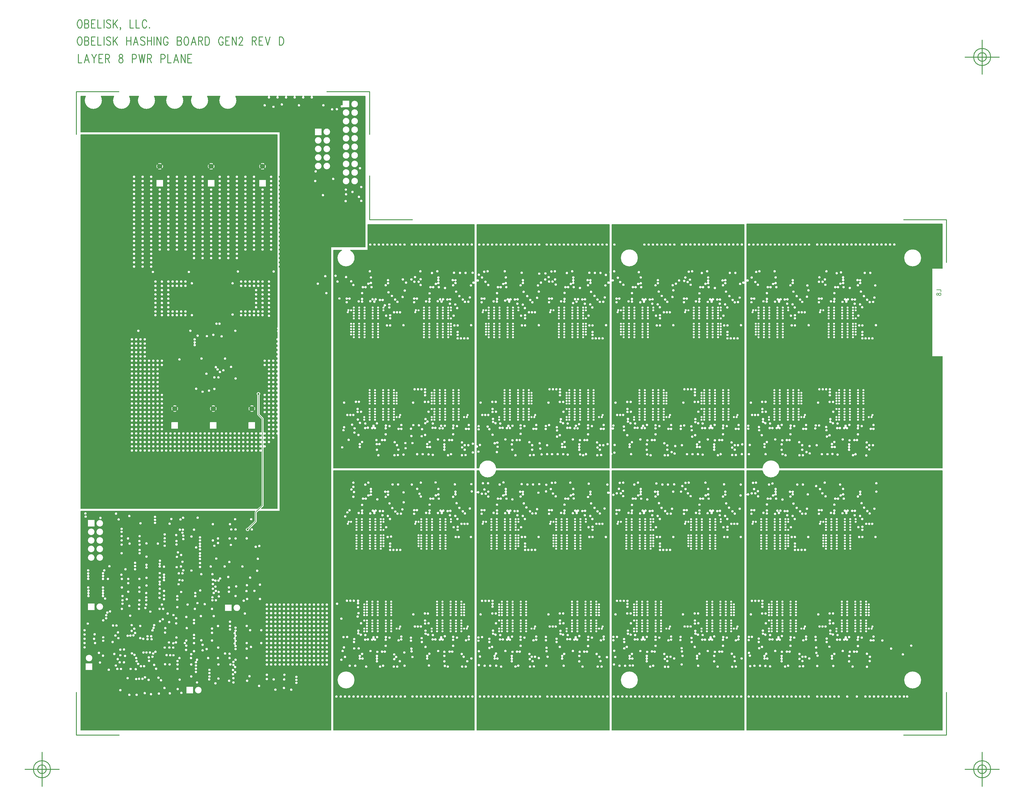
<source format=gbr>
*
*
G04 PADS 9.2 Build Number: 414666 generated Gerber (RS-274-X) file*
G04 PC Version=2.1*
*
%IN "SC1B_REVD_ARC.pcb"*%
*
%MOIN*%
*
%FSLAX24Y24*%
*
*
*
*
G04 PC Standard Apertures*
*
*
G04 Thermal Relief Aperture macro.*
%AMTER*
1,1,$1,0,0*
1,0,$1-$2,0,0*
21,0,$3,$4,0,0,45*
21,0,$3,$4,0,0,135*
%
*
*
G04 Annular Aperture macro.*
%AMANN*
1,1,$1,0,0*
1,0,$2,0,0*
%
*
*
G04 Odd Aperture macro.*
%AMODD*
1,1,$1,0,0*
1,0,$1-0.005,0,0*
%
*
*
G04 PC Custom Aperture Macros*
*
*
*
*
*
*
G04 PC Aperture Table*
*
%ADD010C,0.001*%
%ADD014C,0.06*%
%ADD028C,0.01*%
%ADD031C,0.015*%
%ADD032C,0.005*%
%ADD040C,0.024*%
%ADD063C,0.008*%
%ADD302C,0.105*%
*
*
*
*
G04 PC Circuitry*
G04 Layer Name SC1B_REVD_ARC.pcb - circuitry*
%LPD*%
*
*
G04 PC Custom Flashes*
G04 Layer Name SC1B_REVD_ARC.pcb - flashes*
%LPD*%
*
*
G04 PC Circuitry*
G04 Layer Name SC1B_REVD_ARC.pcb - circuitry*
%LPD*%
*
G54D10*
G54D14*
G01X29750Y86468D03*
X31500Y58155D03*
X41750Y86468D03*
X40500Y58155D03*
X36000D03*
X35750Y86468D03*
G54D28*
X20324Y101614D02*
X20256Y101567D01*
X20256D02*
X20188Y101473D01*
X20188D02*
X20154Y101380D01*
X20120Y101239*
Y101005*
X20154Y100864*
X20188Y100770*
X20188D02*
X20256Y100676D01*
X20256D02*
X20324Y100630D01*
X20324D02*
X20460D01*
X20460D02*
X20529Y100676D01*
X20529D02*
X20597Y100770D01*
X20597D02*
X20631Y100864D01*
X20665Y101005*
Y101239*
X20631Y101380*
X20597Y101473*
X20597D02*
X20529Y101567D01*
X20529D02*
X20460Y101614D01*
X20460D02*
X20324D01*
X20972D02*
Y100630D01*
Y101614D02*
X21279D01*
X21381Y101567*
X21381D02*
X21415Y101520D01*
X21415D02*
X21449Y101426D01*
X21449D02*
Y101333D01*
X21449D02*
X21415Y101239D01*
X21381Y101192*
X21381D02*
X21279Y101145D01*
X20972D02*
X21279D01*
X21279D02*
X21381Y101098D01*
X21381D02*
X21415Y101051D01*
X21415D02*
X21449Y100958D01*
X21449D02*
Y100817D01*
X21449D02*
X21415Y100723D01*
X21415D02*
X21381Y100676D01*
X21381D02*
X21279Y100630D01*
X20972*
X21756Y101614D02*
Y100630D01*
Y101614D02*
X22199D01*
X21756Y101145D02*
X22029D01*
X21756Y100630D02*
X22199D01*
X22506Y101614D02*
Y100630D01*
X22915*
X23222Y101614D02*
Y100630D01*
X24006Y101473D02*
X23938Y101567D01*
X23938D02*
X23835Y101614D01*
X23835D02*
X23699D01*
X23699D02*
X23597Y101567D01*
X23597D02*
X23529Y101473D01*
X23529D02*
Y101380D01*
X23563Y101286*
X23597Y101239*
X23665Y101192*
X23665D02*
X23870Y101098D01*
X23870D02*
X23938Y101051D01*
X23938D02*
X23972Y101005D01*
X24006Y100911*
Y100770*
X24006D02*
X23938Y100676D01*
X23938D02*
X23835Y100630D01*
X23835D02*
X23699D01*
X23699D02*
X23597Y100676D01*
X23597D02*
X23529Y100770D01*
X24313Y101614D02*
Y100630D01*
X24790Y101614D02*
X24313Y100958D01*
X24483Y101192D02*
X24790Y100630D01*
X25881Y101614D02*
Y100630D01*
X26358Y101614D02*
Y100630D01*
X25881Y101145D02*
X26358D01*
X26938Y101614D02*
X26665Y100630D01*
X26938Y101614D02*
X27210Y100630D01*
X26767Y100958D02*
X27108D01*
X27995Y101473D02*
X27926Y101567D01*
X27926D02*
X27824Y101614D01*
X27824D02*
X27688D01*
X27585Y101567*
X27585D02*
X27517Y101473D01*
X27517D02*
Y101380D01*
X27517D02*
X27551Y101286D01*
X27551D02*
X27585Y101239D01*
X27585D02*
X27654Y101192D01*
X27654D02*
X27858Y101098D01*
X27858D02*
X27926Y101051D01*
X27926D02*
X27960Y101005D01*
X27960D02*
X27995Y100911D01*
Y100770*
X27995D02*
X27926Y100676D01*
X27926D02*
X27824Y100630D01*
X27824D02*
X27688D01*
X27585Y100676*
X27585D02*
X27517Y100770D01*
X28301Y101614D02*
Y100630D01*
X28779Y101614D02*
Y100630D01*
X28301Y101145D02*
X28779D01*
X29085Y101614D02*
Y100630D01*
X29392Y101614D02*
Y100630D01*
Y101614D02*
X29870Y100630D01*
Y101614D02*
Y100630D01*
X30688Y101380D02*
X30654Y101473D01*
X30654D02*
X30585Y101567D01*
X30585D02*
X30517Y101614D01*
X30517D02*
X30381D01*
X30313Y101567*
X30313D02*
X30245Y101473D01*
X30245D02*
X30210Y101380D01*
X30210D02*
X30176Y101239D01*
X30176D02*
Y101005D01*
X30176D02*
X30210Y100864D01*
X30210D02*
X30245Y100770D01*
X30245D02*
X30313Y100676D01*
X30313D02*
X30381Y100630D01*
X30517*
X30517D02*
X30585Y100676D01*
X30585D02*
X30654Y100770D01*
X30654D02*
X30688Y100864D01*
Y101005*
X30517D02*
X30688D01*
X31779Y101614D02*
Y100630D01*
Y101614D02*
X32085D01*
X32085D02*
X32188Y101567D01*
X32188D02*
X32222Y101520D01*
X32222D02*
X32256Y101426D01*
X32256D02*
Y101333D01*
X32222Y101239*
X32188Y101192*
X32188D02*
X32085Y101145D01*
X31779D02*
X32085D01*
X32085D02*
X32188Y101098D01*
X32188D02*
X32222Y101051D01*
X32222D02*
X32256Y100958D01*
Y100817*
X32256D02*
X32222Y100723D01*
X32222D02*
X32188Y100676D01*
X32188D02*
X32085Y100630D01*
X32085D02*
X31779D01*
X32767Y101614D02*
X32699Y101567D01*
X32699D02*
X32631Y101473D01*
X32631D02*
X32597Y101380D01*
X32563Y101239*
Y101005*
X32597Y100864*
X32631Y100770*
X32631D02*
X32699Y100676D01*
X32699D02*
X32767Y100630D01*
X32767D02*
X32904D01*
X32972Y100676*
X32972D02*
X33040Y100770D01*
X33040D02*
X33074Y100864D01*
X33074D02*
X33108Y101005D01*
X33108D02*
Y101239D01*
X33108D02*
X33074Y101380D01*
X33074D02*
X33040Y101473D01*
X33040D02*
X32972Y101567D01*
X32972D02*
X32904Y101614D01*
X32767*
X33688D02*
X33415Y100630D01*
X33688Y101614D02*
X33960Y100630D01*
X33517Y100958D02*
X33858D01*
X34267Y101614D02*
Y100630D01*
Y101614D02*
X34574D01*
X34574D02*
X34676Y101567D01*
X34676D02*
X34710Y101520D01*
X34710D02*
X34745Y101426D01*
X34745D02*
Y101333D01*
X34710Y101239*
X34710D02*
X34676Y101192D01*
X34676D02*
X34574Y101145D01*
X34574D02*
X34267D01*
X34506D02*
X34745Y100630D01*
X35051Y101614D02*
Y100630D01*
Y101614D02*
X35290D01*
X35392Y101567*
X35392D02*
X35460Y101473D01*
X35460D02*
X35495Y101380D01*
X35529Y101239*
Y101005*
X35495Y100864*
X35460Y100770*
X35460D02*
X35392Y100676D01*
X35392D02*
X35290Y100630D01*
X35051*
X37131Y101380D02*
X37097Y101473D01*
X37097D02*
X37029Y101567D01*
X37029D02*
X36960Y101614D01*
X36960D02*
X36824D01*
X36824D02*
X36756Y101567D01*
X36756D02*
X36688Y101473D01*
X36688D02*
X36654Y101380D01*
X36620Y101239*
Y101005*
X36654Y100864*
X36688Y100770*
X36688D02*
X36756Y100676D01*
X36756D02*
X36824Y100630D01*
X36824D02*
X36960D01*
X36960D02*
X37029Y100676D01*
X37029D02*
X37097Y100770D01*
X37097D02*
X37131Y100864D01*
Y101005*
X36960D02*
X37131D01*
X37438Y101614D02*
Y100630D01*
Y101614D02*
X37881D01*
X37438Y101145D02*
X37710D01*
X37438Y100630D02*
X37881D01*
X38188Y101614D02*
Y100630D01*
Y101614D02*
X38665Y100630D01*
Y101614D02*
Y100630D01*
X39006Y101380D02*
Y101426D01*
X39006D02*
X39040Y101520D01*
X39040D02*
X39074Y101567D01*
X39074D02*
X39142Y101614D01*
X39142D02*
X39279D01*
X39347Y101567*
X39347D02*
X39381Y101520D01*
X39381D02*
X39415Y101426D01*
X39415D02*
Y101333D01*
X39381Y101239*
X39313Y101098*
X39313D02*
X38972Y100630D01*
X39449*
X40540Y101614D02*
Y100630D01*
Y101614D02*
X40847D01*
X40949Y101567*
X40949D02*
X40983Y101520D01*
X40983D02*
X41017Y101426D01*
X41017D02*
Y101333D01*
X41017D02*
X40983Y101239D01*
X40983D02*
X40949Y101192D01*
X40949D02*
X40847Y101145D01*
X40847D02*
X40540D01*
X40779D02*
X41017Y100630D01*
X41324Y101614D02*
Y100630D01*
Y101614D02*
X41767D01*
X41324Y101145D02*
X41597D01*
X41324Y100630D02*
X41767D01*
X42074Y101614D02*
X42347Y100630D01*
X42620Y101614D02*
X42347Y100630D01*
X43710Y101614D02*
Y100630D01*
Y101614D02*
X43949D01*
X43949D02*
X44051Y101567D01*
X44051D02*
X44120Y101473D01*
X44120D02*
X44154Y101380D01*
X44188Y101239*
Y101005*
X44154Y100864*
X44120Y100770*
X44120D02*
X44051Y100676D01*
X44051D02*
X43949Y100630D01*
X43949D02*
X43710D01*
X20324Y103614D02*
X20256Y103567D01*
X20256D02*
X20188Y103473D01*
X20188D02*
X20154Y103380D01*
X20120Y103239*
Y103005*
X20154Y102864*
X20188Y102770*
X20188D02*
X20256Y102676D01*
X20256D02*
X20324Y102630D01*
X20324D02*
X20460D01*
X20460D02*
X20529Y102676D01*
X20529D02*
X20597Y102770D01*
X20597D02*
X20631Y102864D01*
X20665Y103005*
Y103239*
X20631Y103380*
X20597Y103473*
X20597D02*
X20529Y103567D01*
X20529D02*
X20460Y103614D01*
X20460D02*
X20324D01*
X20972D02*
Y102630D01*
Y103614D02*
X21279D01*
X21381Y103567*
X21381D02*
X21415Y103520D01*
X21415D02*
X21449Y103426D01*
X21449D02*
Y103333D01*
X21449D02*
X21415Y103239D01*
X21381Y103192*
X21381D02*
X21279Y103145D01*
X20972D02*
X21279D01*
X21279D02*
X21381Y103098D01*
X21381D02*
X21415Y103051D01*
X21415D02*
X21449Y102958D01*
X21449D02*
Y102817D01*
X21449D02*
X21415Y102723D01*
X21415D02*
X21381Y102676D01*
X21381D02*
X21279Y102630D01*
X20972*
X21756Y103614D02*
Y102630D01*
Y103614D02*
X22199D01*
X21756Y103145D02*
X22029D01*
X21756Y102630D02*
X22199D01*
X22506Y103614D02*
Y102630D01*
X22915*
X23222Y103614D02*
Y102630D01*
X24006Y103473D02*
X23938Y103567D01*
X23938D02*
X23835Y103614D01*
X23835D02*
X23699D01*
X23699D02*
X23597Y103567D01*
X23597D02*
X23529Y103473D01*
X23529D02*
Y103380D01*
X23563Y103286*
X23597Y103239*
X23665Y103192*
X23665D02*
X23870Y103098D01*
X23870D02*
X23938Y103051D01*
X23938D02*
X23972Y103005D01*
X24006Y102911*
Y102770*
X24006D02*
X23938Y102676D01*
X23938D02*
X23835Y102630D01*
X23835D02*
X23699D01*
X23699D02*
X23597Y102676D01*
X23597D02*
X23529Y102770D01*
X24313Y103614D02*
Y102630D01*
X24790Y103614D02*
X24313Y102958D01*
X24483Y103192D02*
X24790Y102630D01*
X25165Y102676D02*
X25131Y102630D01*
X25097Y102676*
X25097D02*
X25131Y102723D01*
X25131D02*
X25165Y102676D01*
X25165D02*
Y102583D01*
X25131Y102489*
X25097Y102442*
X26256Y103614D02*
Y102630D01*
X26665*
X26972Y103614D02*
Y102630D01*
X27381*
X28199Y103380D02*
X28165Y103473D01*
X28165D02*
X28097Y103567D01*
X28097D02*
X28029Y103614D01*
X27892*
X27892D02*
X27824Y103567D01*
X27824D02*
X27756Y103473D01*
X27756D02*
X27722Y103380D01*
X27688Y103239*
Y103005*
X27722Y102864*
X27756Y102770*
X27756D02*
X27824Y102676D01*
X27824D02*
X27892Y102630D01*
X27892D02*
X28029D01*
X28097Y102676*
X28097D02*
X28165Y102770D01*
X28165D02*
X28199Y102864D01*
X28540Y102723D02*
X28506Y102676D01*
X28506D02*
X28540Y102630D01*
X28574Y102676*
X28574D02*
X28540Y102723D01*
X20230Y99559D02*
Y98575D01*
X20639*
X21218Y99559D02*
X20945Y98575D01*
X21218Y99559D02*
X21491Y98575D01*
X21048Y98903D02*
X21389D01*
X21798Y99559D02*
X22070Y99090D01*
X22070D02*
Y98575D01*
X22343Y99559D02*
X22070Y99090D01*
X22650Y99559D02*
Y98575D01*
Y99559D02*
X23093D01*
X22650Y99090D02*
X22923D01*
X22650Y98575D02*
X23093D01*
X23400Y99559D02*
Y98575D01*
Y99559D02*
X23707D01*
X23809Y99512*
X23809D02*
X23843Y99465D01*
X23843D02*
X23877Y99371D01*
X23877D02*
Y99278D01*
X23877D02*
X23843Y99184D01*
X23843D02*
X23809Y99137D01*
X23809D02*
X23707Y99090D01*
X23707D02*
X23400D01*
X23639D02*
X23877Y98575D01*
X25139Y99559D02*
X25036Y99512D01*
X25036D02*
X25002Y99418D01*
X25002D02*
Y99325D01*
X25002D02*
X25036Y99231D01*
X25036D02*
X25105Y99184D01*
X25241Y99137*
X25241D02*
X25343Y99090D01*
X25343D02*
X25411Y98996D01*
X25411D02*
X25445Y98903D01*
X25445D02*
Y98762D01*
X25445D02*
X25411Y98668D01*
X25411D02*
X25377Y98621D01*
X25377D02*
X25275Y98575D01*
X25139*
X25036Y98621*
X25036D02*
X25002Y98668D01*
X25002D02*
X24968Y98762D01*
X24968D02*
Y98903D01*
X24968D02*
X25002Y98996D01*
X25002D02*
X25070Y99090D01*
X25070D02*
X25173Y99137D01*
X25173D02*
X25309Y99184D01*
X25309D02*
X25377Y99231D01*
X25377D02*
X25411Y99325D01*
X25411D02*
Y99418D01*
X25411D02*
X25377Y99512D01*
X25377D02*
X25275Y99559D01*
X25139*
X26536D02*
Y98575D01*
Y99559D02*
X26843D01*
X26843D02*
X26945Y99512D01*
X26945D02*
X26980Y99465D01*
X26980D02*
X27014Y99371D01*
X27014D02*
Y99231D01*
X26980Y99137*
X26980D02*
X26945Y99090D01*
X26945D02*
X26843Y99043D01*
X26843D02*
X26536D01*
X27320Y99559D02*
X27491Y98575D01*
X27661Y99559D02*
X27491Y98575D01*
X27661Y99559D02*
X27832Y98575D01*
X28002Y99559D02*
X27832Y98575D01*
X28309Y99559D02*
Y98575D01*
Y99559D02*
X28616D01*
X28718Y99512*
X28718D02*
X28752Y99465D01*
X28752D02*
X28786Y99371D01*
X28786D02*
Y99278D01*
X28786D02*
X28752Y99184D01*
X28752D02*
X28718Y99137D01*
X28718D02*
X28616Y99090D01*
X28616D02*
X28309D01*
X28548D02*
X28786Y98575D01*
X29877Y99559D02*
Y98575D01*
Y99559D02*
X30184D01*
X30184D02*
X30286Y99512D01*
X30286D02*
X30320Y99465D01*
X30320D02*
X30355Y99371D01*
X30355D02*
Y99231D01*
X30320Y99137*
X30320D02*
X30286Y99090D01*
X30286D02*
X30184Y99043D01*
X30184D02*
X29877D01*
X30661Y99559D02*
Y98575D01*
X30661D02*
X31070D01*
X31650Y99559D02*
X31377Y98575D01*
X31650Y99559D02*
X31923Y98575D01*
X31480Y98903D02*
X31820D01*
X32230Y99559D02*
Y98575D01*
Y99559D02*
X32707Y98575D01*
Y99559D02*
Y98575D01*
X33014Y99559D02*
Y98575D01*
Y99559D02*
X33457D01*
X33014Y99090D02*
X33286D01*
X33014Y98575D02*
X33457D01*
X25000Y20000D02*
X20000D01*
Y25000*
X59250Y80236D02*
X54250D01*
Y85375*
X49242Y95200D02*
X54251D01*
Y90202*
X116570Y80236D02*
X121570D01*
Y75250*
X20000Y90193D02*
Y95200D01*
X24965*
X121570Y25000D02*
Y20000D01*
X116570*
X126750Y99250D02*
G75*
G03X126750I-1000J0D01*
G01X126250D02*
G03X126250I-500J0D01*
G01X125750Y101250D02*
Y97250D01*
X123750Y99250D02*
X127750D01*
X126750Y16000D02*
G03X126750I-1000J0D01*
G01X126250D02*
G03X126250I-500J0D01*
G01X125750Y18000D02*
Y14000D01*
X123750Y16000D02*
X127750D01*
X17000D02*
G03X17000I-1000J0D01*
G01X16500D02*
G03X16500I-500J0D01*
G01X16000Y18000D02*
Y14000D01*
X14000Y16000D02*
X18000D01*
G54D31*
X35456Y86761D02*
X35537Y86680D01*
X35456Y86175D02*
X35537Y86256D01*
X36043Y86175D02*
X35962Y86256D01*
X36043Y86761D02*
X35962Y86680D01*
X35706Y58448D02*
X35787Y58367D01*
X35706Y57862D02*
X35787Y57943D01*
X36293Y57862D02*
X36212Y57943D01*
X36293Y58448D02*
X36212Y58367D01*
X40206Y58448D02*
X40287Y58367D01*
X40206Y57862D02*
X40287Y57943D01*
X40793Y57862D02*
X40712Y57943D01*
X40793Y58448D02*
X40712Y58367D01*
X41456Y86761D02*
X41537Y86680D01*
X41456Y86175D02*
X41537Y86256D01*
X42043Y86175D02*
X41962Y86256D01*
X42043Y86761D02*
X41962Y86680D01*
X31206Y58448D02*
X31287Y58367D01*
X31206Y57862D02*
X31287Y57943D01*
X31793Y57862D02*
X31712Y57943D01*
X31793Y58448D02*
X31712Y58367D01*
X29456Y86761D02*
X29537Y86680D01*
X29456Y86175D02*
X29537Y86256D01*
X30043Y86175D02*
X29962Y86256D01*
X30043Y86761D02*
X29962Y86680D01*
G54D32*
X66425Y24500D02*
G03X66425I-175J0D01*
G01X66300Y28950D02*
G03X66300I-175J0D01*
G01X65925Y24500D02*
G03X65925I-175J0D01*
G01X65425D02*
G03X65425I-175J0D01*
G01X65650Y28000D02*
G03X65650I-175J0D01*
G01X65825Y28625D02*
G03X65825I-175J0D01*
G01X64925Y24500D02*
G03X64925I-175J0D01*
G01X65225Y28000D02*
G03X65225I-175J0D01*
G01X65400Y29150D02*
G03X65400I-175J0D01*
G01X66250Y43150D02*
G03X66250I-175J0D01*
G01X65175Y29475D02*
G03X65175I-175J0D01*
G01X65430Y32440D02*
G03X65430I-154J0D01*
G01Y34015D02*
G03X65430I-154J0D01*
G01Y34330D02*
G03X65430I-154J0D01*
G01Y34645D02*
G03X65430I-154J0D01*
G01Y34960D02*
G03X65430I-154J0D01*
G01Y35275D02*
G03X65430I-154J0D01*
G01X65115Y32126D02*
G03X65115I-154J0D01*
G01Y32440D02*
G03X65115I-154J0D01*
G01Y32755D02*
G03X65115I-154J0D01*
G01Y33070D02*
G03X65115I-154J0D01*
G01Y33385D02*
G03X65115I-154J0D01*
G01Y34015D02*
G03X65115I-154J0D01*
G01Y34330D02*
G03X65115I-154J0D01*
G01Y34645D02*
G03X65115I-154J0D01*
G01Y34960D02*
G03X65115I-154J0D01*
G01Y35275D02*
G03X65115I-154J0D01*
G01Y35590D02*
G03X65115I-154J0D01*
G01X64425Y24500D02*
G03X64425I-175J0D01*
G01X64624Y31387D02*
G03X64624I-175J0D01*
G01X64485Y32126D02*
G03X64485I-154J0D01*
G01Y32440D02*
G03X64485I-154J0D01*
G01Y32755D02*
G03X64485I-154J0D01*
G01Y33070D02*
G03X64485I-154J0D01*
G01Y33385D02*
G03X64485I-154J0D01*
G01Y34015D02*
G03X64485I-154J0D01*
G01Y34330D02*
G03X64485I-154J0D01*
G01Y34645D02*
G03X64485I-154J0D01*
G01Y34960D02*
G03X64485I-154J0D01*
G01Y35275D02*
G03X64485I-154J0D01*
G01Y35590D02*
G03X64485I-154J0D01*
G01X63925Y24500D02*
G03X63925I-175J0D01*
G01X63425D02*
G03X63425I-175J0D01*
G01X63550Y28000D02*
G03X63550I-175J0D01*
G01X64175Y30425D02*
G03X64175I-175J0D01*
G01X66125Y46475D02*
G03X66125I-175J0D01*
G01X66350Y48475D02*
G03X66350I-175J0D01*
G01X66300Y49325D02*
G03X66300I-175J0D01*
G01X65550Y45900D02*
G03X65550I-175J0D01*
G01X65300Y46150D02*
G03X65300I-175J0D01*
G01X64675Y45250D02*
G03X64675I-175J0D01*
G01X64900Y46550D02*
G03X64900I-175J0D01*
G01X64230Y44291D02*
G03X64230I-174J0D01*
G01X64427Y45609D02*
G03X64427I-175J0D01*
G01X64575Y47100D02*
G03X64575I-175J0D01*
G01X63855Y32126D02*
G03X63855I-154J0D01*
G01Y32440D02*
G03X63855I-154J0D01*
G01Y32755D02*
G03X63855I-154J0D01*
G01Y33070D02*
G03X63855I-154J0D01*
G01Y33385D02*
G03X63855I-154J0D01*
G01Y34015D02*
G03X63855I-154J0D01*
G01Y34330D02*
G03X63855I-154J0D01*
G01Y34645D02*
G03X63855I-154J0D01*
G01Y34960D02*
G03X63855I-154J0D01*
G01Y35275D02*
G03X63855I-154J0D01*
G01Y35590D02*
G03X63855I-154J0D01*
G01X63895Y44921D02*
G03X63895I-154J0D01*
G01Y45236D02*
G03X63895I-154J0D01*
G01X63799Y45687D02*
G03X63799I-175J0D01*
G01X62925Y24500D02*
G03X62925I-175J0D01*
G01X63200Y28075D02*
G03X63200I-175J0D01*
G01X63149Y28612D02*
G03X63149I-175J0D01*
G01X63150Y29250D02*
G03X63150I-175J0D01*
G01Y29725D02*
G03X63150I-175J0D01*
G01X62425Y24500D02*
G03X62425I-175J0D01*
G01Y29825D02*
G03X62425I-175J0D01*
G01X63200Y31550D02*
G03X63200I-175J0D01*
G01X63265Y41771D02*
G03X63265I-154J0D01*
G01Y42086D02*
G03X63265I-154J0D01*
G01Y42401D02*
G03X63265I-154J0D01*
G01Y42716D02*
G03X63265I-154J0D01*
G01Y43031D02*
G03X63265I-154J0D01*
G01Y43346D02*
G03X63265I-154J0D01*
G01Y43976D02*
G03X63265I-154J0D01*
G01Y44291D02*
G03X63265I-154J0D01*
G01Y44606D02*
G03X63265I-154J0D01*
G01Y44921D02*
G03X63265I-154J0D01*
G01Y45236D02*
G03X63265I-154J0D01*
G01X64174Y47837D02*
G03X64174I-175J0D01*
G01X64375Y49300D02*
G03X64375I-175J0D01*
G01X62910Y32126D02*
G03X62910I-154J0D01*
G01Y32440D02*
G03X62910I-154J0D01*
G01Y32755D02*
G03X62910I-154J0D01*
G01Y33070D02*
G03X62910I-154J0D01*
G01Y33385D02*
G03X62910I-154J0D01*
G01Y34015D02*
G03X62910I-154J0D01*
G01Y34330D02*
G03X62910I-154J0D01*
G01Y34645D02*
G03X62910I-154J0D01*
G01Y34960D02*
G03X62910I-154J0D01*
G01Y35275D02*
G03X62910I-154J0D01*
G01Y35590D02*
G03X62910I-154J0D01*
G01X62635Y41771D02*
G03X62635I-154J0D01*
G01Y42086D02*
G03X62635I-154J0D01*
G01Y42401D02*
G03X62635I-154J0D01*
G01Y42716D02*
G03X62635I-154J0D01*
G01Y43031D02*
G03X62635I-154J0D01*
G01Y43346D02*
G03X62635I-154J0D01*
G01Y43976D02*
G03X62635I-154J0D01*
G01Y44291D02*
G03X62635I-154J0D01*
G01Y44606D02*
G03X62635I-154J0D01*
G01Y44921D02*
G03X62635I-154J0D01*
G01Y45236D02*
G03X62635I-154J0D01*
G01X62500Y47625D02*
G03X62500I-175J0D01*
G01X61799Y31687D02*
G03X61799I-175J0D01*
G01X61350Y28125D02*
G03X61350I-175J0D01*
G01X60925Y24500D02*
G03X60925I-175J0D01*
G01X61400Y29500D02*
G03X61400I-175J0D01*
G01X61651Y32126D02*
G03X61651I-154J0D01*
G01Y32440D02*
G03X61651I-154J0D01*
G01X61690Y41771D02*
G03X61690I-154J0D01*
G01Y42086D02*
G03X61690I-154J0D01*
G01Y42401D02*
G03X61690I-154J0D01*
G01Y42716D02*
G03X61690I-154J0D01*
G01Y43031D02*
G03X61690I-154J0D01*
G01Y43346D02*
G03X61690I-154J0D01*
G01Y43976D02*
G03X61690I-154J0D01*
G01Y44291D02*
G03X61690I-154J0D01*
G01Y44606D02*
G03X61690I-154J0D01*
G01Y44921D02*
G03X61690I-154J0D01*
G01Y45236D02*
G03X61690I-154J0D01*
G01X60950Y30300D02*
G03X60950I-175J0D01*
G01X61299Y33062D02*
G03X61299I-175J0D01*
G01X61225Y34200D02*
G03X61225I-175J0D01*
G01X60425Y24500D02*
G03X60425I-175J0D01*
G01X60525Y30875D02*
G03X60525I-175J0D01*
G01X60874Y34212D02*
G03X60874I-175J0D01*
G01X61060Y41771D02*
G03X61060I-154J0D01*
G01Y42086D02*
G03X61060I-154J0D01*
G01Y42401D02*
G03X61060I-154J0D01*
G01Y42716D02*
G03X61060I-154J0D01*
G01Y43031D02*
G03X61060I-154J0D01*
G01Y43346D02*
G03X61060I-154J0D01*
G01Y43976D02*
G03X61060I-154J0D01*
G01Y44291D02*
G03X61060I-154J0D01*
G01Y44606D02*
G03X61060I-154J0D01*
G01Y44921D02*
G03X61060I-154J0D01*
G01Y45236D02*
G03X61060I-154J0D01*
G01X61425Y46925D02*
G03X61425I-175J0D01*
G01X62449Y48762D02*
G03X62449I-175J0D01*
G01X62125Y49525D02*
G03X62125I-175J0D01*
G01X61024Y45962D02*
G03X61024I-175J0D01*
G01X60500Y31325D02*
G03X60500I-175J0D01*
G01X59925Y24500D02*
G03X59925I-175J0D01*
G01X59425D02*
G03X59425I-175J0D01*
G01Y29125D02*
G03X59425I-175J0D01*
G01X60430Y41771D02*
G03X60430I-154J0D01*
G01Y42086D02*
G03X60430I-154J0D01*
G01Y42401D02*
G03X60430I-154J0D01*
G01Y42716D02*
G03X60430I-154J0D01*
G01Y43031D02*
G03X60430I-154J0D01*
G01Y43346D02*
G03X60430I-154J0D01*
G01Y43976D02*
G03X60430I-154J0D01*
G01Y44291D02*
G03X60430I-154J0D01*
G01Y44606D02*
G03X60430I-154J0D01*
G01Y44921D02*
G03X60430I-154J0D01*
G01Y45236D02*
G03X60430I-154J0D01*
G01X60115Y42086D02*
G03X60115I-154J0D01*
G01Y42401D02*
G03X60115I-154J0D01*
G01Y42716D02*
G03X60115I-154J0D01*
G01Y43031D02*
G03X60115I-154J0D01*
G01Y43346D02*
G03X60115I-154J0D01*
G01Y44921D02*
G03X60115I-154J0D01*
G01X60400Y47875D02*
G03X60400I-175J0D01*
G01X59525Y34100D02*
G03X59525I-175J0D01*
G01X59624Y45862D02*
G03X59624I-175J0D01*
G01X60250Y48200D02*
G03X60250I-175J0D01*
G01X60400Y49500D02*
G03X60400I-175J0D01*
G01X59975Y48775D02*
G03X59975I-175J0D01*
G01X59350Y49275D02*
G03X59350I-175J0D01*
G01X58550Y24500D02*
G03X58550I-175J0D01*
G01X58500Y28100D02*
G03X58500I-175J0D01*
G01X58475Y29650D02*
G03X58475I-175J0D01*
G01X58050Y24500D02*
G03X58050I-175J0D01*
G01X57550D02*
G03X57550I-175J0D01*
G01X57650Y28000D02*
G03X57650I-175J0D01*
G01X57950Y28625D02*
G03X57950I-175J0D01*
G01X57050Y24500D02*
G03X57050I-175J0D01*
G01X57250Y28000D02*
G03X57250I-175J0D01*
G01X58000Y41637D02*
G03X58000I-175J0D01*
G01X58075Y45875D02*
G03X58075I-175J0D01*
G01X58250Y46375D02*
G03X58250I-175J0D01*
G01X58400Y47200D02*
G03X58400I-175J0D01*
G01X58387Y48362D02*
G03X58387I-174J0D01*
G01X57300Y29425D02*
G03X57300I-175J0D01*
G01X57556Y32440D02*
G03X57556I-154J0D01*
G01X57600Y41637D02*
G03X57600I-175J0D01*
G01X57675Y45875D02*
G03X57675I-175J0D01*
G01X56550Y24500D02*
G03X56550I-175J0D01*
G01X56750Y31387D02*
G03X56750I-175J0D01*
G01X56926Y32126D02*
G03X56926I-154J0D01*
G01Y32440D02*
G03X56926I-154J0D01*
G01Y32755D02*
G03X56926I-154J0D01*
G01Y33070D02*
G03X56926I-154J0D01*
G01Y33385D02*
G03X56926I-154J0D01*
G01Y34015D02*
G03X56926I-154J0D01*
G01Y34330D02*
G03X56926I-154J0D01*
G01Y34645D02*
G03X56926I-154J0D01*
G01Y34960D02*
G03X56926I-154J0D01*
G01Y35275D02*
G03X56926I-154J0D01*
G01Y35590D02*
G03X56926I-154J0D01*
G01X57200Y41637D02*
G03X57200I-175J0D01*
G01X57425Y46125D02*
G03X57425I-175J0D01*
G01X57750Y49287D02*
G03X57750I-175J0D01*
G01X56825Y41637D02*
G03X56825I-175J0D01*
G01X56925Y43200D02*
G03X56925I-175J0D01*
G01X56050Y24500D02*
G03X56050I-175J0D01*
G01X55550D02*
G03X55550I-175J0D01*
G01X55650Y28000D02*
G03X55650I-175J0D01*
G01X56000Y28100D02*
G03X56000I-175J0D01*
G01X56300Y30425D02*
G03X56300I-175J0D01*
G01X56296Y32126D02*
G03X56296I-154J0D01*
G01Y32440D02*
G03X56296I-154J0D01*
G01Y32755D02*
G03X56296I-154J0D01*
G01Y33070D02*
G03X56296I-154J0D01*
G01Y33385D02*
G03X56296I-154J0D01*
G01Y34015D02*
G03X56296I-154J0D01*
G01Y34330D02*
G03X56296I-154J0D01*
G01Y34645D02*
G03X56296I-154J0D01*
G01Y34960D02*
G03X56296I-154J0D01*
G01Y35275D02*
G03X56296I-154J0D01*
G01Y35590D02*
G03X56296I-154J0D01*
G01X56525Y43150D02*
G03X56525I-175J0D01*
G01X56800Y45250D02*
G03X56800I-175J0D01*
G01X57075Y46525D02*
G03X57075I-175J0D01*
G01X56021Y42086D02*
G03X56021I-154J0D01*
G01Y42401D02*
G03X56021I-154J0D01*
G01Y42716D02*
G03X56021I-154J0D01*
G01Y43031D02*
G03X56021I-154J0D01*
G01Y43346D02*
G03X56021I-154J0D01*
G01Y43976D02*
G03X56021I-154J0D01*
G01X56356Y44291D02*
G03X56356I-174J0D01*
G01X56553Y45609D02*
G03X56553I-175J0D01*
G01X56750Y47075D02*
G03X56750I-175J0D01*
G01X57100Y49287D02*
G03X57100I-175J0D01*
G01X56021Y44921D02*
G03X56021I-154J0D01*
G01Y45236D02*
G03X56021I-154J0D01*
G01X55706Y41771D02*
G03X55706I-154J0D01*
G01Y42086D02*
G03X55706I-154J0D01*
G01Y42401D02*
G03X55706I-154J0D01*
G01Y42716D02*
G03X55706I-154J0D01*
G01Y43031D02*
G03X55706I-154J0D01*
G01Y43346D02*
G03X55706I-154J0D01*
G01Y43976D02*
G03X55706I-154J0D01*
G01Y44291D02*
G03X55706I-154J0D01*
G01Y44606D02*
G03X55706I-154J0D01*
G01Y44921D02*
G03X55706I-154J0D01*
G01Y45236D02*
G03X55706I-154J0D01*
G01X55925Y45687D02*
G03X55925I-175J0D01*
G01X55050Y24500D02*
G03X55050I-175J0D01*
G01X55325Y29725D02*
G03X55325I-175J0D01*
G01X54550Y24500D02*
G03X54550I-175J0D01*
G01X54525Y29825D02*
G03X54525I-175J0D01*
G01X55300Y31450D02*
G03X55300I-175J0D01*
G01X55351Y32126D02*
G03X55351I-154J0D01*
G01Y32440D02*
G03X55351I-154J0D01*
G01Y32755D02*
G03X55351I-154J0D01*
G01Y33070D02*
G03X55351I-154J0D01*
G01Y33385D02*
G03X55351I-154J0D01*
G01Y34015D02*
G03X55351I-154J0D01*
G01Y34330D02*
G03X55351I-154J0D01*
G01Y34645D02*
G03X55351I-154J0D01*
G01Y34960D02*
G03X55351I-154J0D01*
G01Y35275D02*
G03X55351I-154J0D01*
G01Y35590D02*
G03X55351I-154J0D01*
G01X56300Y47837D02*
G03X56300I-175J0D01*
G01X55076Y41771D02*
G03X55076I-154J0D01*
G01Y42086D02*
G03X55076I-154J0D01*
G01Y42401D02*
G03X55076I-154J0D01*
G01Y42716D02*
G03X55076I-154J0D01*
G01Y43031D02*
G03X55076I-154J0D01*
G01Y43346D02*
G03X55076I-154J0D01*
G01Y43976D02*
G03X55076I-154J0D01*
G01Y44291D02*
G03X55076I-154J0D01*
G01Y44606D02*
G03X55076I-154J0D01*
G01Y44921D02*
G03X55076I-154J0D01*
G01Y45236D02*
G03X55076I-154J0D01*
G01X54721Y32126D02*
G03X54721I-154J0D01*
G01Y32440D02*
G03X54721I-154J0D01*
G01Y32755D02*
G03X54721I-154J0D01*
G01Y33070D02*
G03X54721I-154J0D01*
G01Y33385D02*
G03X54721I-154J0D01*
G01Y34015D02*
G03X54721I-154J0D01*
G01Y34330D02*
G03X54721I-154J0D01*
G01Y34645D02*
G03X54721I-154J0D01*
G01Y34960D02*
G03X54721I-154J0D01*
G01Y35275D02*
G03X54721I-154J0D01*
G01Y35590D02*
G03X54721I-154J0D01*
G01X55325Y47550D02*
G03X55325I-175J0D01*
G01X53925Y31687D02*
G03X53925I-175J0D01*
G01X54092Y32126D02*
G03X54092I-155J0D01*
G01Y32440D02*
G03X54092I-155J0D01*
G01Y32755D02*
G03X54092I-155J0D01*
G01Y33070D02*
G03X54092I-155J0D01*
G01Y33385D02*
G03X54092I-155J0D01*
G01Y34015D02*
G03X54092I-155J0D01*
G01Y34330D02*
G03X54092I-155J0D01*
G01Y34645D02*
G03X54092I-155J0D01*
G01Y34960D02*
G03X54092I-155J0D01*
G01Y35275D02*
G03X54092I-155J0D01*
G01Y35590D02*
G03X54092I-155J0D01*
G01X53777Y32126D02*
G03X53777I-155J0D01*
G01Y32440D02*
G03X53777I-155J0D01*
G01Y33385D02*
G03X53777I-155J0D01*
G01Y34015D02*
G03X53777I-155J0D01*
G01Y34330D02*
G03X53777I-155J0D01*
G01Y34645D02*
G03X53777I-155J0D01*
G01Y34960D02*
G03X53777I-155J0D01*
G01Y35275D02*
G03X53777I-155J0D01*
G01X53150Y30125D02*
G03X53150I-175J0D01*
G01X53425Y33062D02*
G03X53425I-175J0D01*
G01X53501Y41771D02*
G03X53501I-154J0D01*
G01Y42086D02*
G03X53501I-154J0D01*
G01Y42401D02*
G03X53501I-154J0D01*
G01Y42716D02*
G03X53501I-154J0D01*
G01Y43031D02*
G03X53501I-154J0D01*
G01Y43346D02*
G03X53501I-154J0D01*
G01Y43976D02*
G03X53501I-154J0D01*
G01Y44291D02*
G03X53501I-154J0D01*
G01Y44606D02*
G03X53501I-154J0D01*
G01Y44921D02*
G03X53501I-154J0D01*
G01Y45236D02*
G03X53501I-154J0D01*
G01X53550Y46900D02*
G03X53550I-175J0D01*
G01X53925Y49262D02*
G03X53925I-175J0D01*
G01X54275Y49500D02*
G03X54275I-175J0D01*
G01X53025Y33850D02*
G03X53025I-175J0D01*
G01X53125Y34250D02*
G03X53125I-175J0D01*
G01X53075Y34950D02*
G03X53075I-175J0D01*
G01X52625Y30125D02*
G03X52625I-175J0D01*
G01X52600Y30875D02*
G03X52600I-175J0D01*
G01X52625Y31225D02*
G03X52625I-175J0D01*
G01X52575Y35700D02*
G03X52575I-175J0D01*
G01X52871Y41771D02*
G03X52871I-154J0D01*
G01Y42086D02*
G03X52871I-154J0D01*
G01Y42401D02*
G03X52871I-154J0D01*
G01Y42716D02*
G03X52871I-154J0D01*
G01Y43031D02*
G03X52871I-154J0D01*
G01Y43346D02*
G03X52871I-154J0D01*
G01Y43976D02*
G03X52871I-154J0D01*
G01Y44291D02*
G03X52871I-154J0D01*
G01Y44606D02*
G03X52871I-154J0D01*
G01Y44921D02*
G03X52871I-154J0D01*
G01Y45236D02*
G03X52871I-154J0D01*
G01X53150Y45950D02*
G03X53150I-175J0D01*
G01X52100Y28100D02*
G03X52100I-175J0D01*
G01X52175Y35700D02*
G03X52175I-175J0D01*
G01X51550Y29125D02*
G03X51550I-175J0D01*
G01X51800Y31462D02*
G03X51800I-175J0D01*
G01X51125Y28800D02*
G03X51125I-175J0D01*
G01X51275Y29825D02*
G03X51275I-175J0D01*
G01X51425Y30250D02*
G03X51425I-175J0D01*
G01X51775Y35700D02*
G03X51775I-175J0D01*
G01X52525Y47850D02*
G03X52525I-175J0D01*
G01X52600Y48400D02*
G03X52600I-175J0D01*
G01X51375Y31450D02*
G03X51375I-175J0D01*
G01X51575Y45550D02*
G03X51575I-175J0D01*
G01X51825Y46025D02*
G03X51825I-175J0D01*
G01X52075Y46275D02*
G03X52075I-175J0D01*
G01X52300Y48700D02*
G03X52300I-175J0D01*
G01X52525Y49000D02*
G03X52525I-175J0D01*
G01Y49500D02*
G03X52525I-175J0D01*
G01X51125Y33600D02*
G03X51125I-175J0D01*
G01X50625Y35350D02*
G03X50625I-175J0D01*
G01X52550Y24500D02*
G03X52550I-175J0D01*
G01X52050D02*
G03X52050I-175J0D01*
G01X51550D02*
G03X51550I-175J0D01*
G01X51050D02*
G03X51050I-175J0D01*
G01X50550D02*
G03X50550I-175J0D01*
G01X52521Y26437D02*
G03X52521I-1024J0D01*
G01X52750Y28100D02*
G03X52750I-175J0D01*
G01X54050Y24500D02*
G03X54050I-175J0D01*
G01X54025Y28000D02*
G03X54025I-175J0D01*
G01X53550Y24500D02*
G03X53550I-175J0D01*
G01X53050D02*
G03X53050I-175J0D01*
G01X53550Y29487D02*
G03X53550I-175J0D01*
G01X54446Y41771D02*
G03X54446I-154J0D01*
G01Y42086D02*
G03X54446I-154J0D01*
G01Y42401D02*
G03X54446I-154J0D01*
G01Y42716D02*
G03X54446I-154J0D01*
G01Y43031D02*
G03X54446I-154J0D01*
G01Y43346D02*
G03X54446I-154J0D01*
G01Y43976D02*
G03X54446I-154J0D01*
G01Y44291D02*
G03X54446I-154J0D01*
G01Y44606D02*
G03X54446I-154J0D01*
G01Y44921D02*
G03X54446I-154J0D01*
G01Y45236D02*
G03X54446I-154J0D01*
G01X54500Y45900D02*
G03X54500I-175J0D01*
G01X61925Y24500D02*
G03X61925I-175J0D01*
G01X61425D02*
G03X61425I-175J0D01*
G01X62281Y32126D02*
G03X62281I-155J0D01*
G01Y32440D02*
G03X62281I-155J0D01*
G01Y32755D02*
G03X62281I-155J0D01*
G01Y33070D02*
G03X62281I-155J0D01*
G01Y33385D02*
G03X62281I-155J0D01*
G01Y34015D02*
G03X62281I-155J0D01*
G01Y34330D02*
G03X62281I-155J0D01*
G01Y34645D02*
G03X62281I-155J0D01*
G01Y34960D02*
G03X62281I-155J0D01*
G01Y35275D02*
G03X62281I-155J0D01*
G01Y35590D02*
G03X62281I-155J0D01*
G01X62400Y45950D02*
G03X62400I-175J0D01*
G01X82175Y24500D02*
G03X82175I-175J0D01*
G01X82125Y29100D02*
G03X82125I-175J0D01*
G01X81675Y24500D02*
G03X81675I-175J0D01*
G01X81175D02*
G03X81175I-175J0D01*
G01X81500Y28000D02*
G03X81500I-175J0D01*
G01X81050D02*
G03X81050I-175J0D01*
G01X81375Y28650D02*
G03X81375I-175J0D01*
G01X81250Y29150D02*
G03X81250I-175J0D01*
G01X82000Y43150D02*
G03X82000I-175J0D01*
G01X80675Y24500D02*
G03X80675I-175J0D01*
G01X80925Y29475D02*
G03X80925I-175J0D01*
G01X81178Y32440D02*
G03X81178I-154J0D01*
G01Y34015D02*
G03X81178I-154J0D01*
G01Y34330D02*
G03X81178I-154J0D01*
G01Y34645D02*
G03X81178I-154J0D01*
G01Y34960D02*
G03X81178I-154J0D01*
G01Y35275D02*
G03X81178I-154J0D01*
G01X80863Y32126D02*
G03X80863I-154J0D01*
G01Y32440D02*
G03X80863I-154J0D01*
G01Y32755D02*
G03X80863I-154J0D01*
G01Y33070D02*
G03X80863I-154J0D01*
G01Y33385D02*
G03X80863I-154J0D01*
G01Y34015D02*
G03X80863I-154J0D01*
G01Y34330D02*
G03X80863I-154J0D01*
G01Y34645D02*
G03X80863I-154J0D01*
G01Y34960D02*
G03X80863I-154J0D01*
G01Y35275D02*
G03X80863I-154J0D01*
G01Y35590D02*
G03X80863I-154J0D01*
G01X81850Y46475D02*
G03X81850I-175J0D01*
G01X82175Y49275D02*
G03X82175I-175J0D01*
G01X81300Y45900D02*
G03X81300I-175J0D01*
G01X81025Y46150D02*
G03X81025I-175J0D01*
G01X80175Y24500D02*
G03X80175I-175J0D01*
G01X80372Y31387D02*
G03X80372I-175J0D01*
G01X79675Y24500D02*
G03X79675I-175J0D01*
G01X79175D02*
G03X79175I-175J0D01*
G01X79275Y28000D02*
G03X79275I-175J0D01*
G01X79925Y30400D02*
G03X79925I-175J0D01*
G01Y31125D02*
G03X79925I-175J0D01*
G01X79950Y31475D02*
G03X79950I-175J0D01*
G01X80233Y32126D02*
G03X80233I-154J0D01*
G01Y32440D02*
G03X80233I-154J0D01*
G01Y32755D02*
G03X80233I-154J0D01*
G01Y33070D02*
G03X80233I-154J0D01*
G01Y33385D02*
G03X80233I-154J0D01*
G01Y34015D02*
G03X80233I-154J0D01*
G01Y34330D02*
G03X80233I-154J0D01*
G01Y34645D02*
G03X80233I-154J0D01*
G01Y34960D02*
G03X80233I-154J0D01*
G01Y35275D02*
G03X80233I-154J0D01*
G01Y35590D02*
G03X80233I-154J0D01*
G01X80447Y43150D02*
G03X80447I-175J0D01*
G01X80425Y45250D02*
G03X80425I-175J0D01*
G01X80675Y46550D02*
G03X80675I-175J0D01*
G01X80072Y43150D02*
G03X80072I-175J0D01*
G01X79978Y44291D02*
G03X79978I-174J0D01*
G01X80175Y45609D02*
G03X80175I-175J0D01*
G01X80275Y47075D02*
G03X80275I-175J0D01*
G01X79603Y32126D02*
G03X79603I-154J0D01*
G01Y32440D02*
G03X79603I-154J0D01*
G01Y32755D02*
G03X79603I-154J0D01*
G01Y33070D02*
G03X79603I-154J0D01*
G01Y33385D02*
G03X79603I-154J0D01*
G01Y34015D02*
G03X79603I-154J0D01*
G01Y34330D02*
G03X79603I-154J0D01*
G01Y34645D02*
G03X79603I-154J0D01*
G01Y34960D02*
G03X79603I-154J0D01*
G01Y35275D02*
G03X79603I-154J0D01*
G01Y35590D02*
G03X79603I-154J0D01*
G01X79643Y44921D02*
G03X79643I-154J0D01*
G01Y45236D02*
G03X79643I-154J0D01*
G01X79547Y45687D02*
G03X79547I-175J0D01*
G01X78675Y24500D02*
G03X78675I-175J0D01*
G01X78897Y28612D02*
G03X78897I-175J0D01*
G01X78900Y29250D02*
G03X78900I-175J0D01*
G01X78950Y29725D02*
G03X78950I-175J0D01*
G01X78175Y24500D02*
G03X78175I-175J0D01*
G01X78150Y29825D02*
G03X78150I-175J0D01*
G01X78900Y31575D02*
G03X78900I-175J0D01*
G01X79013Y41771D02*
G03X79013I-154J0D01*
G01Y42086D02*
G03X79013I-154J0D01*
G01Y42401D02*
G03X79013I-154J0D01*
G01Y42716D02*
G03X79013I-154J0D01*
G01Y43031D02*
G03X79013I-154J0D01*
G01Y43346D02*
G03X79013I-154J0D01*
G01Y43976D02*
G03X79013I-154J0D01*
G01Y44291D02*
G03X79013I-154J0D01*
G01Y44606D02*
G03X79013I-154J0D01*
G01Y44921D02*
G03X79013I-154J0D01*
G01Y45236D02*
G03X79013I-154J0D01*
G01X79922Y47825D02*
G03X79922I-175J0D01*
G01X80000Y49375D02*
G03X80000I-175J0D01*
G01X78658Y32126D02*
G03X78658I-154J0D01*
G01Y32440D02*
G03X78658I-154J0D01*
G01Y32755D02*
G03X78658I-154J0D01*
G01Y33070D02*
G03X78658I-154J0D01*
G01Y33385D02*
G03X78658I-154J0D01*
G01Y34015D02*
G03X78658I-154J0D01*
G01Y34330D02*
G03X78658I-154J0D01*
G01Y34645D02*
G03X78658I-154J0D01*
G01Y34960D02*
G03X78658I-154J0D01*
G01Y35275D02*
G03X78658I-154J0D01*
G01Y35590D02*
G03X78658I-154J0D01*
G01X78383Y41771D02*
G03X78383I-154J0D01*
G01Y42086D02*
G03X78383I-154J0D01*
G01Y42401D02*
G03X78383I-154J0D01*
G01Y42716D02*
G03X78383I-154J0D01*
G01Y43031D02*
G03X78383I-154J0D01*
G01Y43346D02*
G03X78383I-154J0D01*
G01Y43976D02*
G03X78383I-154J0D01*
G01Y44291D02*
G03X78383I-154J0D01*
G01Y44606D02*
G03X78383I-154J0D01*
G01Y44921D02*
G03X78383I-154J0D01*
G01Y45236D02*
G03X78383I-154J0D01*
G01X78250Y47650D02*
G03X78250I-175J0D01*
G01X77547Y31687D02*
G03X77547I-175J0D01*
G01X77075Y28100D02*
G03X77075I-175J0D01*
G01X76675Y24500D02*
G03X76675I-175J0D01*
G01X77399Y32126D02*
G03X77399I-154J0D01*
G01Y32440D02*
G03X77399I-154J0D01*
G01X77438Y41771D02*
G03X77438I-154J0D01*
G01Y42086D02*
G03X77438I-154J0D01*
G01Y42401D02*
G03X77438I-154J0D01*
G01Y42716D02*
G03X77438I-154J0D01*
G01Y43031D02*
G03X77438I-154J0D01*
G01Y43346D02*
G03X77438I-154J0D01*
G01Y43976D02*
G03X77438I-154J0D01*
G01Y44291D02*
G03X77438I-154J0D01*
G01Y44606D02*
G03X77438I-154J0D01*
G01Y44921D02*
G03X77438I-154J0D01*
G01Y45236D02*
G03X77438I-154J0D01*
G01X76625Y30300D02*
G03X76625I-175J0D01*
G01X77047Y33062D02*
G03X77047I-175J0D01*
G01X77022Y34212D02*
G03X77022I-175J0D01*
G01X76622D02*
G03X76622I-175J0D01*
G01X76808Y41771D02*
G03X76808I-154J0D01*
G01Y42086D02*
G03X76808I-154J0D01*
G01Y42401D02*
G03X76808I-154J0D01*
G01Y42716D02*
G03X76808I-154J0D01*
G01Y43031D02*
G03X76808I-154J0D01*
G01Y43346D02*
G03X76808I-154J0D01*
G01Y43976D02*
G03X76808I-154J0D01*
G01Y44291D02*
G03X76808I-154J0D01*
G01Y44606D02*
G03X76808I-154J0D01*
G01Y44921D02*
G03X76808I-154J0D01*
G01Y45236D02*
G03X76808I-154J0D01*
G01X77175Y46925D02*
G03X77175I-175J0D01*
G01X78197Y48762D02*
G03X78197I-175J0D01*
G01X77850Y49500D02*
G03X77850I-175J0D01*
G01X76772Y45962D02*
G03X76772I-175J0D01*
G01X76175Y24500D02*
G03X76175I-175J0D01*
G01X76250Y30875D02*
G03X76250I-175J0D01*
G01Y31250D02*
G03X76250I-175J0D01*
G01X75675Y24500D02*
G03X75675I-175J0D01*
G01X75175D02*
G03X75175I-175J0D01*
G01X75050Y28100D02*
G03X75050I-175J0D01*
G01X75200Y29150D02*
G03X75200I-175J0D01*
G01X76178Y41771D02*
G03X76178I-154J0D01*
G01Y42086D02*
G03X76178I-154J0D01*
G01Y42401D02*
G03X76178I-154J0D01*
G01Y42716D02*
G03X76178I-154J0D01*
G01Y43031D02*
G03X76178I-154J0D01*
G01Y43346D02*
G03X76178I-154J0D01*
G01Y43976D02*
G03X76178I-154J0D01*
G01Y44291D02*
G03X76178I-154J0D01*
G01Y44606D02*
G03X76178I-154J0D01*
G01Y44921D02*
G03X76178I-154J0D01*
G01Y45236D02*
G03X76178I-154J0D01*
G01X75863Y42086D02*
G03X75863I-154J0D01*
G01Y42401D02*
G03X75863I-154J0D01*
G01Y42716D02*
G03X75863I-154J0D01*
G01Y43031D02*
G03X75863I-154J0D01*
G01Y43346D02*
G03X75863I-154J0D01*
G01Y44921D02*
G03X75863I-154J0D01*
G01X76150Y47900D02*
G03X76150I-175J0D01*
G01X75075Y29800D02*
G03X75075I-175J0D01*
G01Y30200D02*
G03X75075I-175J0D01*
G01X75000Y31075D02*
G03X75000I-175J0D01*
G01Y31475D02*
G03X75000I-175J0D01*
G01X75300Y34100D02*
G03X75300I-175J0D01*
G01X75372Y45862D02*
G03X75372I-175J0D01*
G01X75825Y48225D02*
G03X75825I-175J0D01*
G01X76100Y49500D02*
G03X76100I-175J0D01*
G01X75575Y48750D02*
G03X75575I-175J0D01*
G01X75700Y49475D02*
G03X75700I-175J0D01*
G01X75025Y48475D02*
G03X75025I-175J0D01*
G01X75050Y49250D02*
G03X75050I-175J0D01*
G01X74300Y24500D02*
G03X74300I-175J0D01*
G01X74175Y29000D02*
G03X74175I-175J0D01*
G01X73800Y24500D02*
G03X73800I-175J0D01*
G01X73300D02*
G03X73300I-175J0D01*
G01X73600Y28025D02*
G03X73600I-175J0D01*
G01X72800Y24500D02*
G03X72800I-175J0D01*
G01X73150Y28000D02*
G03X73150I-175J0D01*
G01X73450Y28625D02*
G03X73450I-175J0D01*
G01X73725Y29150D02*
G03X73725I-175J0D01*
G01X73125Y28875D02*
G03X73125I-175J0D01*
G01X73350Y29150D02*
G03X73350I-175J0D01*
G01X73873Y31512D02*
G03X73873I-175J0D01*
G01X74150Y43150D02*
G03X74150I-175J0D01*
G01X73748Y41637D02*
G03X73748I-175J0D01*
G01X73823Y45912D02*
G03X73823I-175J0D01*
G01X73975Y46400D02*
G03X73975I-175J0D01*
G01X74125Y48325D02*
G03X74125I-175J0D01*
G01X74225Y49325D02*
G03X74225I-175J0D01*
G01X73075Y29475D02*
G03X73075I-175J0D01*
G01X73304Y32440D02*
G03X73304I-154J0D01*
G01X73348Y41637D02*
G03X73348I-175J0D01*
G01X73425Y45900D02*
G03X73425I-175J0D01*
G01X72300Y24500D02*
G03X72300I-175J0D01*
G01X72498Y31387D02*
G03X72498I-175J0D01*
G01X72674Y32126D02*
G03X72674I-154J0D01*
G01Y32440D02*
G03X72674I-154J0D01*
G01Y32755D02*
G03X72674I-154J0D01*
G01Y33070D02*
G03X72674I-154J0D01*
G01Y33385D02*
G03X72674I-154J0D01*
G01Y34015D02*
G03X72674I-154J0D01*
G01Y34330D02*
G03X72674I-154J0D01*
G01Y34645D02*
G03X72674I-154J0D01*
G01Y34960D02*
G03X72674I-154J0D01*
G01Y35275D02*
G03X72674I-154J0D01*
G01Y35590D02*
G03X72674I-154J0D01*
G01X72948Y41637D02*
G03X72948I-175J0D01*
G01X73150Y46150D02*
G03X73150I-175J0D01*
G01X73498Y49287D02*
G03X73498I-175J0D01*
G01X72573Y41637D02*
G03X72573I-175J0D01*
G01Y43150D02*
G03X72573I-175J0D01*
G01X72550Y45250D02*
G03X72550I-175J0D01*
G01X72725Y46600D02*
G03X72725I-175J0D01*
G01X72848Y49287D02*
G03X72848I-175J0D01*
G01X71800Y24500D02*
G03X71800I-175J0D01*
G01X71300D02*
G03X71300I-175J0D01*
G01X72050Y30425D02*
G03X72050I-175J0D01*
G01X72044Y32126D02*
G03X72044I-154J0D01*
G01Y32440D02*
G03X72044I-154J0D01*
G01Y32755D02*
G03X72044I-154J0D01*
G01Y33070D02*
G03X72044I-154J0D01*
G01Y33385D02*
G03X72044I-154J0D01*
G01Y34015D02*
G03X72044I-154J0D01*
G01Y34330D02*
G03X72044I-154J0D01*
G01Y34645D02*
G03X72044I-154J0D01*
G01Y34960D02*
G03X72044I-154J0D01*
G01Y35275D02*
G03X72044I-154J0D01*
G01Y35590D02*
G03X72044I-154J0D01*
G01X72198Y43150D02*
G03X72198I-175J0D01*
G01X71769Y42086D02*
G03X71769I-154J0D01*
G01Y42401D02*
G03X71769I-154J0D01*
G01Y42716D02*
G03X71769I-154J0D01*
G01Y43031D02*
G03X71769I-154J0D01*
G01Y43346D02*
G03X71769I-154J0D01*
G01Y43976D02*
G03X71769I-154J0D01*
G01X72104Y44291D02*
G03X72104I-174J0D01*
G01X72301Y45609D02*
G03X72301I-175J0D01*
G01X72425Y47075D02*
G03X72425I-175J0D01*
G01X71769Y44921D02*
G03X71769I-154J0D01*
G01Y45236D02*
G03X71769I-154J0D01*
G01X71454Y41771D02*
G03X71454I-154J0D01*
G01Y42086D02*
G03X71454I-154J0D01*
G01Y42401D02*
G03X71454I-154J0D01*
G01Y42716D02*
G03X71454I-154J0D01*
G01Y43031D02*
G03X71454I-154J0D01*
G01Y43346D02*
G03X71454I-154J0D01*
G01Y43976D02*
G03X71454I-154J0D01*
G01Y44291D02*
G03X71454I-154J0D01*
G01Y44606D02*
G03X71454I-154J0D01*
G01Y44921D02*
G03X71454I-154J0D01*
G01Y45236D02*
G03X71454I-154J0D01*
G01X71673Y45687D02*
G03X71673I-175J0D01*
G01X70800Y24500D02*
G03X70800I-175J0D01*
G01X71100Y29725D02*
G03X71100I-175J0D01*
G01X70300Y24500D02*
G03X70300I-175J0D01*
G01X70275Y29825D02*
G03X70275I-175J0D01*
G01X71050Y31500D02*
G03X71050I-175J0D01*
G01X71099Y32126D02*
G03X71099I-154J0D01*
G01Y32440D02*
G03X71099I-154J0D01*
G01Y32755D02*
G03X71099I-154J0D01*
G01Y33070D02*
G03X71099I-154J0D01*
G01Y33385D02*
G03X71099I-154J0D01*
G01Y34015D02*
G03X71099I-154J0D01*
G01Y34330D02*
G03X71099I-154J0D01*
G01Y34645D02*
G03X71099I-154J0D01*
G01Y34960D02*
G03X71099I-154J0D01*
G01Y35275D02*
G03X71099I-154J0D01*
G01Y35590D02*
G03X71099I-154J0D01*
G01X72048Y47875D02*
G03X72048I-175J0D01*
G01X72175Y49325D02*
G03X72175I-175J0D01*
G01X70824Y41771D02*
G03X70824I-154J0D01*
G01Y42086D02*
G03X70824I-154J0D01*
G01Y42401D02*
G03X70824I-154J0D01*
G01Y42716D02*
G03X70824I-154J0D01*
G01Y43031D02*
G03X70824I-154J0D01*
G01Y43346D02*
G03X70824I-154J0D01*
G01Y43976D02*
G03X70824I-154J0D01*
G01Y44291D02*
G03X70824I-154J0D01*
G01Y44606D02*
G03X70824I-154J0D01*
G01Y44921D02*
G03X70824I-154J0D01*
G01Y45236D02*
G03X70824I-154J0D01*
G01X70470Y32126D02*
G03X70470I-155J0D01*
G01Y32440D02*
G03X70470I-155J0D01*
G01Y32755D02*
G03X70470I-155J0D01*
G01Y33070D02*
G03X70470I-155J0D01*
G01Y33385D02*
G03X70470I-155J0D01*
G01Y34015D02*
G03X70470I-155J0D01*
G01Y34330D02*
G03X70470I-155J0D01*
G01Y34645D02*
G03X70470I-155J0D01*
G01Y34960D02*
G03X70470I-155J0D01*
G01Y35275D02*
G03X70470I-155J0D01*
G01Y35590D02*
G03X70470I-155J0D01*
G01X71090Y47545D02*
G03X71090I-175J0D01*
G01X70400Y47625D02*
G03X70400I-175J0D01*
G01X69673Y31687D02*
G03X69673I-175J0D01*
G01X69840Y32126D02*
G03X69840I-155J0D01*
G01Y32440D02*
G03X69840I-155J0D01*
G01Y32755D02*
G03X69840I-155J0D01*
G01Y33070D02*
G03X69840I-155J0D01*
G01Y33385D02*
G03X69840I-155J0D01*
G01Y34015D02*
G03X69840I-155J0D01*
G01Y34330D02*
G03X69840I-155J0D01*
G01Y34645D02*
G03X69840I-155J0D01*
G01Y34960D02*
G03X69840I-155J0D01*
G01Y35275D02*
G03X69840I-155J0D01*
G01Y35590D02*
G03X69840I-155J0D01*
G01X69525Y32126D02*
G03X69525I-154J0D01*
G01Y32440D02*
G03X69525I-154J0D01*
G01Y33385D02*
G03X69525I-154J0D01*
G01Y34015D02*
G03X69525I-154J0D01*
G01Y34330D02*
G03X69525I-154J0D01*
G01Y34645D02*
G03X69525I-154J0D01*
G01Y34960D02*
G03X69525I-154J0D01*
G01Y35275D02*
G03X69525I-154J0D01*
G01X69173Y33062D02*
G03X69173I-175J0D01*
G01X69148Y34212D02*
G03X69148I-175J0D01*
G01X69249Y41771D02*
G03X69249I-154J0D01*
G01Y42086D02*
G03X69249I-154J0D01*
G01Y42401D02*
G03X69249I-154J0D01*
G01Y42716D02*
G03X69249I-154J0D01*
G01Y43031D02*
G03X69249I-154J0D01*
G01Y43346D02*
G03X69249I-154J0D01*
G01Y43976D02*
G03X69249I-154J0D01*
G01Y44291D02*
G03X69249I-154J0D01*
G01Y44606D02*
G03X69249I-154J0D01*
G01Y44921D02*
G03X69249I-154J0D01*
G01Y45236D02*
G03X69249I-154J0D01*
G01X69300Y46925D02*
G03X69300I-175J0D01*
G01X70050Y49525D02*
G03X70050I-175J0D01*
G01X69600Y49275D02*
G03X69600I-175J0D01*
G01X68400Y30875D02*
G03X68400I-175J0D01*
G01Y31250D02*
G03X68400I-175J0D01*
G01X68748Y34212D02*
G03X68748I-175J0D01*
G01X68348Y35687D02*
G03X68348I-175J0D01*
G01X68619Y41771D02*
G03X68619I-154J0D01*
G01Y42086D02*
G03X68619I-154J0D01*
G01Y42401D02*
G03X68619I-154J0D01*
G01Y42716D02*
G03X68619I-154J0D01*
G01Y43031D02*
G03X68619I-154J0D01*
G01Y43346D02*
G03X68619I-154J0D01*
G01Y43976D02*
G03X68619I-154J0D01*
G01Y44291D02*
G03X68619I-154J0D01*
G01Y44606D02*
G03X68619I-154J0D01*
G01Y44921D02*
G03X68619I-154J0D01*
G01Y45236D02*
G03X68619I-154J0D01*
G01X68898Y45962D02*
G03X68898I-175J0D01*
G01X67800Y24500D02*
G03X67800I-175J0D01*
G01X67848Y28100D02*
G03X67848I-175J0D01*
G01X67948Y35687D02*
G03X67948I-175J0D01*
G01X67989Y44921D02*
G03X67989I-154J0D01*
G01X68275Y47875D02*
G03X68275I-175J0D01*
G01X67300Y24500D02*
G03X67300I-175J0D01*
G01X67175Y28175D02*
G03X67175I-175J0D01*
G01X67300Y29175D02*
G03X67300I-175J0D01*
G01X67550Y31450D02*
G03X67550I-175J0D01*
G01X67175Y29800D02*
G03X67175I-175J0D01*
G01X67375Y34100D02*
G03X67375I-175J0D01*
G01X67548Y35687D02*
G03X67548I-175J0D01*
G01X67498Y45862D02*
G03X67498I-175J0D01*
G01X67975Y48200D02*
G03X67975I-175J0D01*
G01X68275Y48450D02*
G03X68275I-175J0D01*
G01X68250Y49425D02*
G03X68250I-175J0D01*
G01X67525Y48200D02*
G03X67525I-175J0D01*
G01X67825Y48700D02*
G03X67825I-175J0D01*
G01X67650Y49425D02*
G03X67650I-175J0D01*
G01X68300Y24500D02*
G03X68300I-175J0D01*
G01X68498Y28100D02*
G03X68498I-175J0D01*
G01X69800Y24500D02*
G03X69800I-175J0D01*
G01X69775Y28000D02*
G03X69775I-175J0D01*
G01X69300Y24500D02*
G03X69300I-175J0D01*
G01X69200Y28100D02*
G03X69200I-175J0D01*
G01X68800Y24500D02*
G03X68800I-175J0D01*
G01X70194Y41771D02*
G03X70194I-154J0D01*
G01Y42086D02*
G03X70194I-154J0D01*
G01Y42401D02*
G03X70194I-154J0D01*
G01Y42716D02*
G03X70194I-154J0D01*
G01Y43031D02*
G03X70194I-154J0D01*
G01Y43346D02*
G03X70194I-154J0D01*
G01Y43976D02*
G03X70194I-154J0D01*
G01Y44291D02*
G03X70194I-154J0D01*
G01Y44606D02*
G03X70194I-154J0D01*
G01Y44921D02*
G03X70194I-154J0D01*
G01Y45236D02*
G03X70194I-154J0D01*
G01X70250Y45925D02*
G03X70250I-175J0D01*
G01X77675Y24500D02*
G03X77675I-175J0D01*
G01X77175D02*
G03X77175I-175J0D01*
G01X78029Y32126D02*
G03X78029I-155J0D01*
G01Y32440D02*
G03X78029I-155J0D01*
G01Y32755D02*
G03X78029I-155J0D01*
G01Y33070D02*
G03X78029I-155J0D01*
G01Y33385D02*
G03X78029I-155J0D01*
G01Y34015D02*
G03X78029I-155J0D01*
G01Y34330D02*
G03X78029I-155J0D01*
G01Y34645D02*
G03X78029I-155J0D01*
G01Y34960D02*
G03X78029I-155J0D01*
G01Y35275D02*
G03X78029I-155J0D01*
G01Y35590D02*
G03X78029I-155J0D01*
G01X78150Y45925D02*
G03X78150I-175J0D01*
G01X97800Y24500D02*
G03X97800I-175J0D01*
G01X97850Y28950D02*
G03X97850I-175J0D01*
G01X97300Y24500D02*
G03X97300I-175J0D01*
G01X97175Y28000D02*
G03X97175I-175J0D01*
G01X96800Y24500D02*
G03X96800I-175J0D01*
G01X96750Y27975D02*
G03X96750I-175J0D01*
G01X97050Y28650D02*
G03X97050I-175J0D01*
G01X97000Y29150D02*
G03X97000I-175J0D01*
G01X97750Y43150D02*
G03X97750I-175J0D01*
G01X96700Y29500D02*
G03X96700I-175J0D01*
G01X96926Y32440D02*
G03X96926I-154J0D01*
G01Y34015D02*
G03X96926I-154J0D01*
G01Y34330D02*
G03X96926I-154J0D01*
G01Y34645D02*
G03X96926I-154J0D01*
G01Y34960D02*
G03X96926I-154J0D01*
G01Y35275D02*
G03X96926I-154J0D01*
G01X96611Y32126D02*
G03X96611I-154J0D01*
G01Y32440D02*
G03X96611I-154J0D01*
G01Y32755D02*
G03X96611I-154J0D01*
G01Y33070D02*
G03X96611I-154J0D01*
G01Y33385D02*
G03X96611I-154J0D01*
G01Y34015D02*
G03X96611I-154J0D01*
G01Y34330D02*
G03X96611I-154J0D01*
G01Y34645D02*
G03X96611I-154J0D01*
G01Y34960D02*
G03X96611I-154J0D01*
G01Y35275D02*
G03X96611I-154J0D01*
G01Y35590D02*
G03X96611I-154J0D01*
G01X96300Y24500D02*
G03X96300I-175J0D01*
G01X97625Y46450D02*
G03X97625I-175J0D01*
G01X97725Y48000D02*
G03X97725I-175J0D01*
G01X97750Y49275D02*
G03X97750I-175J0D01*
G01X97050Y45875D02*
G03X97050I-175J0D01*
G01X96775Y46150D02*
G03X96775I-175J0D01*
G01X95800Y24500D02*
G03X95800I-175J0D01*
G01X96120Y31387D02*
G03X96120I-174J0D01*
G01X95300Y24500D02*
G03X95300I-175J0D01*
G01X94800D02*
G03X94800I-175J0D01*
G01X95050Y28000D02*
G03X95050I-175J0D01*
G01X95675Y30425D02*
G03X95675I-175J0D01*
G01X95981Y32126D02*
G03X95981I-154J0D01*
G01Y32440D02*
G03X95981I-154J0D01*
G01Y32755D02*
G03X95981I-154J0D01*
G01Y33070D02*
G03X95981I-154J0D01*
G01Y33385D02*
G03X95981I-154J0D01*
G01Y34015D02*
G03X95981I-154J0D01*
G01Y34330D02*
G03X95981I-154J0D01*
G01Y34645D02*
G03X95981I-154J0D01*
G01Y34960D02*
G03X95981I-154J0D01*
G01Y35275D02*
G03X95981I-154J0D01*
G01Y35590D02*
G03X95981I-154J0D01*
G01X96195Y43150D02*
G03X96195I-174J0D01*
G01X96175Y45250D02*
G03X96175I-175J0D01*
G01X96375Y46575D02*
G03X96375I-175J0D01*
G01X95820Y43150D02*
G03X95820I-174J0D01*
G01X95726Y44291D02*
G03X95726I-174J0D01*
G01X95923Y45609D02*
G03X95923I-174J0D01*
G01X96050Y47075D02*
G03X96050I-175J0D01*
G01X95351Y32126D02*
G03X95351I-154J0D01*
G01Y32440D02*
G03X95351I-154J0D01*
G01Y32755D02*
G03X95351I-154J0D01*
G01Y33070D02*
G03X95351I-154J0D01*
G01Y33385D02*
G03X95351I-154J0D01*
G01Y34015D02*
G03X95351I-154J0D01*
G01Y34330D02*
G03X95351I-154J0D01*
G01Y34645D02*
G03X95351I-154J0D01*
G01Y34960D02*
G03X95351I-154J0D01*
G01Y35275D02*
G03X95351I-154J0D01*
G01Y35590D02*
G03X95351I-154J0D01*
G01X95391Y44921D02*
G03X95391I-154J0D01*
G01Y45236D02*
G03X95391I-154J0D01*
G01X95295Y45687D02*
G03X95295I-174J0D01*
G01X94300Y24500D02*
G03X94300I-175J0D01*
G01X94645Y28612D02*
G03X94645I-174J0D01*
G01X94650Y29250D02*
G03X94650I-175J0D01*
G01X94725Y29725D02*
G03X94725I-175J0D01*
G01X93800Y24500D02*
G03X93800I-175J0D01*
G01X93900Y29825D02*
G03X93900I-175J0D01*
G01X94650Y31525D02*
G03X94650I-175J0D01*
G01X94761Y41771D02*
G03X94761I-154J0D01*
G01Y42086D02*
G03X94761I-154J0D01*
G01Y42401D02*
G03X94761I-154J0D01*
G01Y42716D02*
G03X94761I-154J0D01*
G01Y43031D02*
G03X94761I-154J0D01*
G01Y43346D02*
G03X94761I-154J0D01*
G01Y43976D02*
G03X94761I-154J0D01*
G01Y44291D02*
G03X94761I-154J0D01*
G01Y44606D02*
G03X94761I-154J0D01*
G01Y44921D02*
G03X94761I-154J0D01*
G01Y45236D02*
G03X94761I-154J0D01*
G01X95800Y49300D02*
G03X95800I-175J0D01*
G01X94407Y32126D02*
G03X94407I-155J0D01*
G01Y32440D02*
G03X94407I-155J0D01*
G01Y32755D02*
G03X94407I-155J0D01*
G01Y33070D02*
G03X94407I-155J0D01*
G01Y33385D02*
G03X94407I-155J0D01*
G01Y34015D02*
G03X94407I-155J0D01*
G01Y34330D02*
G03X94407I-155J0D01*
G01Y34645D02*
G03X94407I-155J0D01*
G01Y34960D02*
G03X94407I-155J0D01*
G01Y35275D02*
G03X94407I-155J0D01*
G01Y35590D02*
G03X94407I-155J0D01*
G01X94131Y41771D02*
G03X94131I-154J0D01*
G01Y42086D02*
G03X94131I-154J0D01*
G01Y42401D02*
G03X94131I-154J0D01*
G01Y42716D02*
G03X94131I-154J0D01*
G01Y43031D02*
G03X94131I-154J0D01*
G01Y43346D02*
G03X94131I-154J0D01*
G01Y43976D02*
G03X94131I-154J0D01*
G01Y44291D02*
G03X94131I-154J0D01*
G01Y44606D02*
G03X94131I-154J0D01*
G01Y44921D02*
G03X94131I-154J0D01*
G01Y45236D02*
G03X94131I-154J0D01*
G01X94000Y47625D02*
G03X94000I-175J0D01*
G01X93295Y31687D02*
G03X93295I-174J0D01*
G01X93147Y32126D02*
G03X93147I-154J0D01*
G01Y32440D02*
G03X93147I-154J0D01*
G01X93186Y41771D02*
G03X93186I-154J0D01*
G01Y42086D02*
G03X93186I-154J0D01*
G01Y42401D02*
G03X93186I-154J0D01*
G01Y42716D02*
G03X93186I-154J0D01*
G01Y43031D02*
G03X93186I-154J0D01*
G01Y43346D02*
G03X93186I-154J0D01*
G01Y43976D02*
G03X93186I-154J0D01*
G01Y44291D02*
G03X93186I-154J0D01*
G01Y44606D02*
G03X93186I-154J0D01*
G01Y44921D02*
G03X93186I-154J0D01*
G01Y45236D02*
G03X93186I-154J0D01*
G01X92795Y33062D02*
G03X92795I-174J0D01*
G01X92770Y34212D02*
G03X92770I-174J0D01*
G01X92925Y46925D02*
G03X92925I-175J0D01*
G01X93945Y48762D02*
G03X93945I-174J0D01*
G01X93625Y49500D02*
G03X93625I-175J0D01*
G01X91800Y24500D02*
G03X91800I-175J0D01*
G01X92025Y30875D02*
G03X92025I-175J0D01*
G01X92370Y34212D02*
G03X92370I-174J0D01*
G01X92556Y41771D02*
G03X92556I-154J0D01*
G01Y42086D02*
G03X92556I-154J0D01*
G01Y42401D02*
G03X92556I-154J0D01*
G01Y42716D02*
G03X92556I-154J0D01*
G01Y43031D02*
G03X92556I-154J0D01*
G01Y43346D02*
G03X92556I-154J0D01*
G01Y43976D02*
G03X92556I-154J0D01*
G01Y44291D02*
G03X92556I-154J0D01*
G01Y44606D02*
G03X92556I-154J0D01*
G01Y44921D02*
G03X92556I-154J0D01*
G01Y45236D02*
G03X92556I-154J0D01*
G01X92520Y45962D02*
G03X92520I-174J0D01*
G01X92000Y31350D02*
G03X92000I-175J0D01*
G01X91300Y24500D02*
G03X91300I-175J0D01*
G01X90800D02*
G03X90800I-175J0D01*
G01X90850Y28250D02*
G03X90850I-175J0D01*
G01X90950Y29250D02*
G03X90950I-175J0D01*
G01X90875Y29775D02*
G03X90875I-175J0D01*
G01X90850Y30150D02*
G03X90850I-175J0D01*
G01X91926Y41771D02*
G03X91926I-154J0D01*
G01Y42086D02*
G03X91926I-154J0D01*
G01Y42401D02*
G03X91926I-154J0D01*
G01Y42716D02*
G03X91926I-154J0D01*
G01Y43031D02*
G03X91926I-154J0D01*
G01Y43346D02*
G03X91926I-154J0D01*
G01Y43976D02*
G03X91926I-154J0D01*
G01Y44291D02*
G03X91926I-154J0D01*
G01Y44606D02*
G03X91926I-154J0D01*
G01Y44921D02*
G03X91926I-154J0D01*
G01Y45236D02*
G03X91926I-154J0D01*
G01X91611Y42086D02*
G03X91611I-154J0D01*
G01Y42401D02*
G03X91611I-154J0D01*
G01Y42716D02*
G03X91611I-154J0D01*
G01Y43031D02*
G03X91611I-154J0D01*
G01Y43346D02*
G03X91611I-154J0D01*
G01Y44921D02*
G03X91611I-154J0D01*
G01X91900Y47925D02*
G03X91900I-175J0D01*
G01X90700Y31100D02*
G03X90700I-175J0D01*
G01X90725Y31475D02*
G03X90725I-175J0D01*
G01X91000Y34100D02*
G03X91000I-175J0D01*
G01X91120Y45862D02*
G03X91120I-174J0D01*
G01X91575Y48250D02*
G03X91575I-175J0D01*
G01X91675Y49500D02*
G03X91675I-175J0D01*
G01X91300Y48750D02*
G03X91300I-175J0D01*
G01Y49475D02*
G03X91300I-175J0D01*
G01X90775Y48450D02*
G03X90775I-175J0D01*
G01X90925Y49100D02*
G03X90925I-175J0D01*
G01X89925Y24500D02*
G03X89925I-175J0D01*
G01X89975Y28950D02*
G03X89975I-175J0D01*
G01X89425Y24500D02*
G03X89425I-175J0D01*
G01X88925D02*
G03X88925I-175J0D01*
G01X89275Y27975D02*
G03X89275I-175J0D01*
G01X89550Y29150D02*
G03X89550I-175J0D01*
G01X88900Y27975D02*
G03X88900I-175J0D01*
G01X89175Y28650D02*
G03X89175I-175J0D01*
G01X88875Y28900D02*
G03X88875I-175J0D01*
G01X89150Y29150D02*
G03X89150I-175J0D01*
G01X89621Y31512D02*
G03X89621I-174J0D01*
G01X89875Y43150D02*
G03X89875I-175J0D01*
G01X89496Y41637D02*
G03X89496I-174J0D01*
G01X89575Y45875D02*
G03X89575I-175J0D01*
G01X89725Y46450D02*
G03X89725I-175J0D01*
G01X89862Y48450D02*
G03X89862I-174J0D01*
G01X89975Y49300D02*
G03X89975I-175J0D01*
G01X88825Y29475D02*
G03X88825I-175J0D01*
G01X89052Y32440D02*
G03X89052I-154J0D01*
G01X89096Y41637D02*
G03X89096I-174J0D01*
G01X89175Y45875D02*
G03X89175I-175J0D01*
G01X88425Y24500D02*
G03X88425I-175J0D01*
G01X87925D02*
G03X87925I-175J0D01*
G01X88246Y31387D02*
G03X88246I-174J0D01*
G01X88422Y32126D02*
G03X88422I-154J0D01*
G01Y32440D02*
G03X88422I-154J0D01*
G01Y32755D02*
G03X88422I-154J0D01*
G01Y33070D02*
G03X88422I-154J0D01*
G01Y33385D02*
G03X88422I-154J0D01*
G01Y34015D02*
G03X88422I-154J0D01*
G01Y34330D02*
G03X88422I-154J0D01*
G01Y34645D02*
G03X88422I-154J0D01*
G01Y34960D02*
G03X88422I-154J0D01*
G01Y35275D02*
G03X88422I-154J0D01*
G01Y35590D02*
G03X88422I-154J0D01*
G01X88696Y41637D02*
G03X88696I-174J0D01*
G01X88925Y46175D02*
G03X88925I-175J0D01*
G01X89250Y49275D02*
G03X89250I-175J0D01*
G01X88321Y41637D02*
G03X88321I-174J0D01*
G01Y43150D02*
G03X88321I-174J0D01*
G01X88300Y45250D02*
G03X88300I-175J0D01*
G01X88500Y46550D02*
G03X88500I-175J0D01*
G01X88600Y49275D02*
G03X88600I-175J0D01*
G01X87425Y24500D02*
G03X87425I-175J0D01*
G01X86925D02*
G03X86925I-175J0D01*
G01X87175Y28000D02*
G03X87175I-175J0D01*
G01X87525Y28100D02*
G03X87525I-175J0D01*
G01X87800Y30425D02*
G03X87800I-175J0D01*
G01X87792Y32126D02*
G03X87792I-154J0D01*
G01Y32440D02*
G03X87792I-154J0D01*
G01Y32755D02*
G03X87792I-154J0D01*
G01Y33070D02*
G03X87792I-154J0D01*
G01Y33385D02*
G03X87792I-154J0D01*
G01Y34015D02*
G03X87792I-154J0D01*
G01Y34330D02*
G03X87792I-154J0D01*
G01Y34645D02*
G03X87792I-154J0D01*
G01Y34960D02*
G03X87792I-154J0D01*
G01Y35275D02*
G03X87792I-154J0D01*
G01Y35590D02*
G03X87792I-154J0D01*
G01X87946Y43150D02*
G03X87946I-174J0D01*
G01X87517Y42086D02*
G03X87517I-154J0D01*
G01Y42401D02*
G03X87517I-154J0D01*
G01Y42716D02*
G03X87517I-154J0D01*
G01Y43031D02*
G03X87517I-154J0D01*
G01Y43346D02*
G03X87517I-154J0D01*
G01Y43976D02*
G03X87517I-154J0D01*
G01X87852Y44291D02*
G03X87852I-174J0D01*
G01X88049Y45609D02*
G03X88049I-174J0D01*
G01X88200Y47100D02*
G03X88200I-175J0D01*
G01X87517Y44921D02*
G03X87517I-154J0D01*
G01Y45236D02*
G03X87517I-154J0D01*
G01X87202Y41771D02*
G03X87202I-154J0D01*
G01Y42086D02*
G03X87202I-154J0D01*
G01Y42401D02*
G03X87202I-154J0D01*
G01Y42716D02*
G03X87202I-154J0D01*
G01Y43031D02*
G03X87202I-154J0D01*
G01Y43346D02*
G03X87202I-154J0D01*
G01Y43976D02*
G03X87202I-154J0D01*
G01Y44291D02*
G03X87202I-154J0D01*
G01Y44606D02*
G03X87202I-154J0D01*
G01Y44921D02*
G03X87202I-154J0D01*
G01Y45236D02*
G03X87202I-154J0D01*
G01X87421Y45687D02*
G03X87421I-174J0D01*
G01X86425Y24500D02*
G03X86425I-175J0D01*
G01X86825Y29725D02*
G03X86825I-175J0D01*
G01X85925Y24500D02*
G03X85925I-175J0D01*
G01X86025Y29825D02*
G03X86025I-175J0D01*
G01X86775Y31475D02*
G03X86775I-175J0D01*
G01X86847Y32126D02*
G03X86847I-154J0D01*
G01Y32440D02*
G03X86847I-154J0D01*
G01Y32755D02*
G03X86847I-154J0D01*
G01Y33070D02*
G03X86847I-154J0D01*
G01Y33385D02*
G03X86847I-154J0D01*
G01Y34015D02*
G03X86847I-154J0D01*
G01Y34330D02*
G03X86847I-154J0D01*
G01Y34645D02*
G03X86847I-154J0D01*
G01Y34960D02*
G03X86847I-154J0D01*
G01Y35275D02*
G03X86847I-154J0D01*
G01Y35590D02*
G03X86847I-154J0D01*
G01X87796Y47875D02*
G03X87796I-174J0D01*
G01X87900Y49400D02*
G03X87900I-175J0D01*
G01X86572Y41771D02*
G03X86572I-154J0D01*
G01Y42086D02*
G03X86572I-154J0D01*
G01Y42401D02*
G03X86572I-154J0D01*
G01Y42716D02*
G03X86572I-154J0D01*
G01Y43031D02*
G03X86572I-154J0D01*
G01Y43346D02*
G03X86572I-154J0D01*
G01Y43976D02*
G03X86572I-154J0D01*
G01Y44291D02*
G03X86572I-154J0D01*
G01Y44606D02*
G03X86572I-154J0D01*
G01Y44921D02*
G03X86572I-154J0D01*
G01Y45236D02*
G03X86572I-154J0D01*
G01X86218Y32126D02*
G03X86218I-155J0D01*
G01Y32440D02*
G03X86218I-155J0D01*
G01Y32755D02*
G03X86218I-155J0D01*
G01Y33070D02*
G03X86218I-155J0D01*
G01Y33385D02*
G03X86218I-155J0D01*
G01Y34015D02*
G03X86218I-155J0D01*
G01Y34330D02*
G03X86218I-155J0D01*
G01Y34645D02*
G03X86218I-155J0D01*
G01Y34960D02*
G03X86218I-155J0D01*
G01Y35275D02*
G03X86218I-155J0D01*
G01Y35590D02*
G03X86218I-155J0D01*
G01X86840Y47535D02*
G03X86840I-175J0D01*
G01X86125Y47625D02*
G03X86125I-175J0D01*
G01X85421Y31687D02*
G03X85421I-174J0D01*
G01X85588Y32126D02*
G03X85588I-154J0D01*
G01Y32440D02*
G03X85588I-154J0D01*
G01Y32755D02*
G03X85588I-154J0D01*
G01Y33070D02*
G03X85588I-154J0D01*
G01Y33385D02*
G03X85588I-154J0D01*
G01Y34015D02*
G03X85588I-154J0D01*
G01Y34330D02*
G03X85588I-154J0D01*
G01Y34645D02*
G03X85588I-154J0D01*
G01Y34960D02*
G03X85588I-154J0D01*
G01Y35275D02*
G03X85588I-154J0D01*
G01Y35590D02*
G03X85588I-154J0D01*
G01X85273Y32126D02*
G03X85273I-154J0D01*
G01Y32440D02*
G03X85273I-154J0D01*
G01Y33385D02*
G03X85273I-154J0D01*
G01Y34015D02*
G03X85273I-154J0D01*
G01Y34330D02*
G03X85273I-154J0D01*
G01Y34645D02*
G03X85273I-154J0D01*
G01Y34960D02*
G03X85273I-154J0D01*
G01Y35275D02*
G03X85273I-154J0D01*
G01X84921Y33062D02*
G03X84921I-174J0D01*
G01X84896Y34212D02*
G03X84896I-174J0D01*
G01X84997Y41771D02*
G03X84997I-154J0D01*
G01Y42086D02*
G03X84997I-154J0D01*
G01Y42401D02*
G03X84997I-154J0D01*
G01Y42716D02*
G03X84997I-154J0D01*
G01Y43031D02*
G03X84997I-154J0D01*
G01Y43346D02*
G03X84997I-154J0D01*
G01Y43976D02*
G03X84997I-154J0D01*
G01Y44291D02*
G03X84997I-154J0D01*
G01Y44606D02*
G03X84997I-154J0D01*
G01Y44921D02*
G03X84997I-154J0D01*
G01Y45236D02*
G03X84997I-154J0D01*
G01X85050Y46900D02*
G03X85050I-175J0D01*
G01X85750Y49500D02*
G03X85750I-175J0D01*
G01X85325Y49275D02*
G03X85325I-175J0D01*
G01X84150Y30875D02*
G03X84150I-175J0D01*
G01X84496Y34212D02*
G03X84496I-174J0D01*
G01X84125Y31225D02*
G03X84125I-175J0D01*
G01X84096Y35687D02*
G03X84096I-174J0D01*
G01X84367Y41771D02*
G03X84367I-154J0D01*
G01Y42086D02*
G03X84367I-154J0D01*
G01Y42401D02*
G03X84367I-154J0D01*
G01Y42716D02*
G03X84367I-154J0D01*
G01Y43031D02*
G03X84367I-154J0D01*
G01Y43346D02*
G03X84367I-154J0D01*
G01Y43976D02*
G03X84367I-154J0D01*
G01Y44291D02*
G03X84367I-154J0D01*
G01Y44606D02*
G03X84367I-154J0D01*
G01Y44921D02*
G03X84367I-154J0D01*
G01Y45236D02*
G03X84367I-154J0D01*
G01X84646Y45962D02*
G03X84646I-174J0D01*
G01X83425Y24500D02*
G03X83425I-175J0D01*
G01X83596Y28100D02*
G03X83596I-174J0D01*
G01X83696Y35687D02*
G03X83696I-174J0D01*
G01X83737Y44921D02*
G03X83737I-154J0D01*
G01X84025Y47925D02*
G03X84025I-175J0D01*
G01X82925Y24500D02*
G03X82925I-175J0D01*
G01X82950Y28250D02*
G03X82950I-175J0D01*
G01X83100Y29125D02*
G03X83100I-175J0D01*
G01X82975Y29850D02*
G03X82975I-175J0D01*
G01X83300Y31475D02*
G03X83300I-175J0D01*
G01X83125Y34100D02*
G03X83125I-175J0D01*
G01X83296Y35687D02*
G03X83296I-174J0D01*
G01X83246Y45862D02*
G03X83246I-174J0D01*
G01X83750Y48250D02*
G03X83750I-175J0D01*
G01X84000Y48525D02*
G03X84000I-175J0D01*
G01X84025Y49500D02*
G03X84025I-175J0D01*
G01X83275Y48250D02*
G03X83275I-175J0D01*
G01X83525Y48775D02*
G03X83525I-175J0D01*
G01X83625Y49475D02*
G03X83625I-175J0D01*
G01X84246Y28100D02*
G03X84246I-174J0D01*
G01X85425Y24500D02*
G03X85425I-175J0D01*
G01X84925D02*
G03X84925I-175J0D01*
G01X84425D02*
G03X84425I-175J0D01*
G01X83925D02*
G03X83925I-175J0D01*
G01X85591Y26437D02*
G03X85591I-1024J0D01*
G01X85046Y29487D02*
G03X85046I-174J0D01*
G01X85942Y41771D02*
G03X85942I-154J0D01*
G01Y42086D02*
G03X85942I-154J0D01*
G01Y42401D02*
G03X85942I-154J0D01*
G01Y42716D02*
G03X85942I-154J0D01*
G01Y43031D02*
G03X85942I-154J0D01*
G01Y43346D02*
G03X85942I-154J0D01*
G01Y43976D02*
G03X85942I-154J0D01*
G01Y44291D02*
G03X85942I-154J0D01*
G01Y44606D02*
G03X85942I-154J0D01*
G01Y44921D02*
G03X85942I-154J0D01*
G01Y45236D02*
G03X85942I-154J0D01*
G01X86000Y45900D02*
G03X86000I-175J0D01*
G01X92375Y30300D02*
G03X92375I-175J0D01*
G01X93300Y24500D02*
G03X93300I-175J0D01*
G01X92800D02*
G03X92800I-175J0D01*
G01X92775Y28100D02*
G03X92775I-175J0D01*
G01X92300Y24500D02*
G03X92300I-175J0D01*
G01X92920Y29500D02*
G03X92920I-174J0D01*
G01X93777Y32126D02*
G03X93777I-155J0D01*
G01Y32440D02*
G03X93777I-155J0D01*
G01Y32755D02*
G03X93777I-155J0D01*
G01Y33070D02*
G03X93777I-155J0D01*
G01Y33385D02*
G03X93777I-155J0D01*
G01Y34015D02*
G03X93777I-155J0D01*
G01Y34330D02*
G03X93777I-155J0D01*
G01Y34645D02*
G03X93777I-155J0D01*
G01Y34960D02*
G03X93777I-155J0D01*
G01Y35275D02*
G03X93777I-155J0D01*
G01Y35590D02*
G03X93777I-155J0D01*
G01X93875Y45925D02*
G03X93875I-175J0D01*
G01X117175Y24500D02*
G03X117175I-175J0D01*
G01X116800D02*
G03X116800I-175J0D01*
G01X118662Y26437D02*
G03X118662I-1024J0D01*
G01X117650Y30450D02*
G03X117650I-175J0D01*
G01X116675Y29425D02*
G03X116675I-175J0D01*
G01X116300Y24500D02*
G03X116300I-175J0D01*
G01X115800D02*
G03X115800I-175J0D01*
G01X115300D02*
G03X115300I-175J0D01*
G01Y30100D02*
G03X115300I-175J0D01*
G01X114800Y24500D02*
G03X114800I-175J0D01*
G01X114300D02*
G03X114300I-175J0D01*
G01X114275Y31050D02*
G03X114275I-175J0D01*
G01X113800Y24500D02*
G03X113800I-175J0D01*
G01X113300D02*
G03X113300I-175J0D01*
G01X112800D02*
G03X112800I-175J0D01*
G01X112300D02*
G03X112300I-175J0D01*
G01X112475Y27975D02*
G03X112475I-175J0D01*
G01X112800Y28650D02*
G03X112800I-175J0D01*
G01X112825Y29150D02*
G03X112825I-175J0D01*
G01X113243Y31512D02*
G03X113243I-174J0D01*
G01X113475Y43150D02*
G03X113475I-175J0D01*
G01X112475Y29500D02*
G03X112475I-175J0D01*
G01X112674Y32440D02*
G03X112674I-154J0D01*
G01Y34015D02*
G03X112674I-154J0D01*
G01Y34330D02*
G03X112674I-154J0D01*
G01Y34645D02*
G03X112674I-154J0D01*
G01Y34960D02*
G03X112674I-154J0D01*
G01Y35275D02*
G03X112674I-154J0D01*
G01X112359Y32126D02*
G03X112359I-154J0D01*
G01Y32440D02*
G03X112359I-154J0D01*
G01Y32755D02*
G03X112359I-154J0D01*
G01Y33070D02*
G03X112359I-154J0D01*
G01Y33385D02*
G03X112359I-154J0D01*
G01Y34015D02*
G03X112359I-154J0D01*
G01Y34330D02*
G03X112359I-154J0D01*
G01Y34645D02*
G03X112359I-154J0D01*
G01Y34960D02*
G03X112359I-154J0D01*
G01Y35275D02*
G03X112359I-154J0D01*
G01Y35590D02*
G03X112359I-154J0D01*
G01X113350Y46450D02*
G03X113350I-175J0D01*
G01X113575Y48450D02*
G03X113575I-175J0D01*
G01Y49425D02*
G03X113575I-175J0D01*
G01X112800Y45900D02*
G03X112800I-175J0D01*
G01X112525Y46175D02*
G03X112525I-175J0D01*
G01X111868Y31387D02*
G03X111868I-174J0D01*
G01X111300Y24500D02*
G03X111300I-175J0D01*
G01X110800Y28000D02*
G03X110800I-175J0D01*
G01X111425Y30400D02*
G03X111425I-175J0D01*
G01X111729Y32126D02*
G03X111729I-154J0D01*
G01Y32440D02*
G03X111729I-154J0D01*
G01Y32755D02*
G03X111729I-154J0D01*
G01Y33070D02*
G03X111729I-154J0D01*
G01Y33385D02*
G03X111729I-154J0D01*
G01Y34015D02*
G03X111729I-154J0D01*
G01Y34330D02*
G03X111729I-154J0D01*
G01Y34645D02*
G03X111729I-154J0D01*
G01Y34960D02*
G03X111729I-154J0D01*
G01Y35275D02*
G03X111729I-154J0D01*
G01Y35590D02*
G03X111729I-154J0D01*
G01X111943Y43150D02*
G03X111943I-174J0D01*
G01X111925Y45250D02*
G03X111925I-175J0D01*
G01X112150Y46575D02*
G03X112150I-175J0D01*
G01X111568Y43150D02*
G03X111568I-174J0D01*
G01X111474Y44291D02*
G03X111474I-174J0D01*
G01X111671Y45609D02*
G03X111671I-174J0D01*
G01X111850Y47100D02*
G03X111850I-175J0D01*
G01X111099Y32126D02*
G03X111099I-154J0D01*
G01Y32440D02*
G03X111099I-154J0D01*
G01Y32755D02*
G03X111099I-154J0D01*
G01Y33070D02*
G03X111099I-154J0D01*
G01Y33385D02*
G03X111099I-154J0D01*
G01Y34015D02*
G03X111099I-154J0D01*
G01Y34330D02*
G03X111099I-154J0D01*
G01Y34645D02*
G03X111099I-154J0D01*
G01Y34960D02*
G03X111099I-154J0D01*
G01Y35275D02*
G03X111099I-154J0D01*
G01Y35590D02*
G03X111099I-154J0D01*
G01X111139Y44921D02*
G03X111139I-154J0D01*
G01Y45236D02*
G03X111139I-154J0D01*
G01X111043Y45687D02*
G03X111043I-174J0D01*
G01X110175Y24500D02*
G03X110175I-175J0D01*
G01X110393Y28612D02*
G03X110393I-174J0D01*
G01X110400Y29250D02*
G03X110400I-175J0D01*
G01X110475Y29725D02*
G03X110475I-175J0D01*
G01X109650Y29825D02*
G03X109650I-175J0D01*
G01X110400Y31450D02*
G03X110400I-175J0D01*
G01X110509Y41771D02*
G03X110509I-154J0D01*
G01Y42086D02*
G03X110509I-154J0D01*
G01Y42401D02*
G03X110509I-154J0D01*
G01Y42716D02*
G03X110509I-154J0D01*
G01Y43031D02*
G03X110509I-154J0D01*
G01Y43346D02*
G03X110509I-154J0D01*
G01Y43976D02*
G03X110509I-154J0D01*
G01Y44291D02*
G03X110509I-154J0D01*
G01Y44606D02*
G03X110509I-154J0D01*
G01Y44921D02*
G03X110509I-154J0D01*
G01Y45236D02*
G03X110509I-154J0D01*
G01X111425Y47875D02*
G03X111425I-175J0D01*
G01X110155Y32126D02*
G03X110155I-155J0D01*
G01Y32440D02*
G03X110155I-155J0D01*
G01Y32755D02*
G03X110155I-155J0D01*
G01Y33070D02*
G03X110155I-155J0D01*
G01Y33385D02*
G03X110155I-155J0D01*
G01Y34015D02*
G03X110155I-155J0D01*
G01Y34330D02*
G03X110155I-155J0D01*
G01Y34645D02*
G03X110155I-155J0D01*
G01Y34960D02*
G03X110155I-155J0D01*
G01Y35275D02*
G03X110155I-155J0D01*
G01Y35590D02*
G03X110155I-155J0D01*
G01X109879Y41771D02*
G03X109879I-154J0D01*
G01Y42086D02*
G03X109879I-154J0D01*
G01Y42401D02*
G03X109879I-154J0D01*
G01Y42716D02*
G03X109879I-154J0D01*
G01Y43031D02*
G03X109879I-154J0D01*
G01Y43346D02*
G03X109879I-154J0D01*
G01Y43976D02*
G03X109879I-154J0D01*
G01Y44291D02*
G03X109879I-154J0D01*
G01Y44606D02*
G03X109879I-154J0D01*
G01Y44921D02*
G03X109879I-154J0D01*
G01Y45236D02*
G03X109879I-154J0D01*
G01X109775Y47625D02*
G03X109775I-175J0D01*
G01X109043Y31687D02*
G03X109043I-174J0D01*
G01X108895Y32126D02*
G03X108895I-154J0D01*
G01Y32440D02*
G03X108895I-154J0D01*
G01X108934Y41771D02*
G03X108934I-154J0D01*
G01Y42086D02*
G03X108934I-154J0D01*
G01Y42401D02*
G03X108934I-154J0D01*
G01Y42716D02*
G03X108934I-154J0D01*
G01Y43031D02*
G03X108934I-154J0D01*
G01Y43346D02*
G03X108934I-154J0D01*
G01Y43976D02*
G03X108934I-154J0D01*
G01Y44291D02*
G03X108934I-154J0D01*
G01Y44606D02*
G03X108934I-154J0D01*
G01Y44921D02*
G03X108934I-154J0D01*
G01Y45236D02*
G03X108934I-154J0D01*
G01X108100Y30325D02*
G03X108100I-175J0D01*
G01X108543Y33062D02*
G03X108543I-174J0D01*
G01X108518Y34212D02*
G03X108518I-174J0D01*
G01X107675Y24500D02*
G03X107675I-175J0D01*
G01X107775Y30875D02*
G03X107775I-175J0D01*
G01Y31275D02*
G03X107775I-175J0D01*
G01X108118Y34212D02*
G03X108118I-174J0D01*
G01X108304Y41771D02*
G03X108304I-154J0D01*
G01Y42086D02*
G03X108304I-154J0D01*
G01Y42401D02*
G03X108304I-154J0D01*
G01Y42716D02*
G03X108304I-154J0D01*
G01Y43031D02*
G03X108304I-154J0D01*
G01Y43346D02*
G03X108304I-154J0D01*
G01Y43976D02*
G03X108304I-154J0D01*
G01Y44291D02*
G03X108304I-154J0D01*
G01Y44606D02*
G03X108304I-154J0D01*
G01Y44921D02*
G03X108304I-154J0D01*
G01Y45236D02*
G03X108304I-154J0D01*
G01X108675Y46925D02*
G03X108675I-175J0D01*
G01X109693Y48762D02*
G03X109693I-174J0D01*
G01X109350Y49275D02*
G03X109350I-175J0D01*
G01X108268Y45962D02*
G03X108268I-174J0D01*
G01X107175Y24500D02*
G03X107175I-175J0D01*
G01X106675D02*
G03X106675I-175J0D01*
G01Y28075D02*
G03X106675I-175J0D01*
G01X107674Y41771D02*
G03X107674I-154J0D01*
G01Y42086D02*
G03X107674I-154J0D01*
G01Y42401D02*
G03X107674I-154J0D01*
G01Y42716D02*
G03X107674I-154J0D01*
G01Y43031D02*
G03X107674I-154J0D01*
G01Y43346D02*
G03X107674I-154J0D01*
G01Y43976D02*
G03X107674I-154J0D01*
G01Y44291D02*
G03X107674I-154J0D01*
G01Y44606D02*
G03X107674I-154J0D01*
G01Y44921D02*
G03X107674I-154J0D01*
G01Y45236D02*
G03X107674I-154J0D01*
G01X107359Y42086D02*
G03X107359I-154J0D01*
G01Y42401D02*
G03X107359I-154J0D01*
G01Y42716D02*
G03X107359I-154J0D01*
G01Y43031D02*
G03X107359I-154J0D01*
G01Y43346D02*
G03X107359I-154J0D01*
G01Y44921D02*
G03X107359I-154J0D01*
G01X107650Y47900D02*
G03X107650I-175J0D01*
G01X106550Y30225D02*
G03X106550I-175J0D01*
G01X106500Y31100D02*
G03X106500I-175J0D01*
G01X106475Y31475D02*
G03X106475I-175J0D01*
G01X106800Y34100D02*
G03X106800I-175J0D01*
G01X106868Y45862D02*
G03X106868I-174J0D01*
G01X107275Y48250D02*
G03X107275I-175J0D01*
G01X107550Y49500D02*
G03X107550I-175J0D01*
G01X107000Y48750D02*
G03X107000I-175J0D01*
G01X106550Y49100D02*
G03X106550I-175J0D01*
G01X105675Y24500D02*
G03X105675I-175J0D01*
G01X105750Y28950D02*
G03X105750I-175J0D01*
G01X105175Y24500D02*
G03X105175I-175J0D01*
G01X104675D02*
G03X104675I-175J0D01*
G01X105025Y28050D02*
G03X105025I-175J0D01*
G01X104625Y28025D02*
G03X104625I-175J0D01*
G01X104950Y28650D02*
G03X104950I-175J0D01*
G01X104600Y28900D02*
G03X104600I-175J0D01*
G01X105625Y43150D02*
G03X105625I-175J0D01*
G01X105244Y41637D02*
G03X105244I-174J0D01*
G01X105325Y45875D02*
G03X105325I-175J0D01*
G01X105475Y46450D02*
G03X105475I-175J0D01*
G01X105575Y48125D02*
G03X105575I-175J0D01*
G01X104600Y29475D02*
G03X104600I-175J0D01*
G01X104800Y32440D02*
G03X104800I-154J0D01*
G01X104844Y41637D02*
G03X104844I-174J0D01*
G01X104925Y45875D02*
G03X104925I-175J0D01*
G01X104175Y24500D02*
G03X104175I-175J0D01*
G01X103675D02*
G03X103675I-175J0D01*
G01X103994Y31387D02*
G03X103994I-174J0D01*
G01X104170Y32126D02*
G03X104170I-154J0D01*
G01Y32440D02*
G03X104170I-154J0D01*
G01Y32755D02*
G03X104170I-154J0D01*
G01Y33070D02*
G03X104170I-154J0D01*
G01Y33385D02*
G03X104170I-154J0D01*
G01Y34015D02*
G03X104170I-154J0D01*
G01Y34330D02*
G03X104170I-154J0D01*
G01Y34645D02*
G03X104170I-154J0D01*
G01Y34960D02*
G03X104170I-154J0D01*
G01Y35275D02*
G03X104170I-154J0D01*
G01Y35590D02*
G03X104170I-154J0D01*
G01X104444Y41637D02*
G03X104444I-174J0D01*
G01X104675Y46150D02*
G03X104675I-175J0D01*
G01X105000Y49275D02*
G03X105000I-175J0D01*
G01X104069Y41637D02*
G03X104069I-174J0D01*
G01Y43150D02*
G03X104069I-174J0D01*
G01X104050Y45250D02*
G03X104050I-175J0D01*
G01X104275Y46550D02*
G03X104275I-175J0D01*
G01X104350Y49275D02*
G03X104350I-175J0D01*
G01X103175Y24500D02*
G03X103175I-175J0D01*
G01X102675D02*
G03X102675I-175J0D01*
G01X102925Y28000D02*
G03X102925I-175J0D01*
G01X103275Y28100D02*
G03X103275I-175J0D01*
G01X103550Y30425D02*
G03X103550I-175J0D01*
G01X103540Y32126D02*
G03X103540I-154J0D01*
G01Y32440D02*
G03X103540I-154J0D01*
G01Y32755D02*
G03X103540I-154J0D01*
G01Y33070D02*
G03X103540I-154J0D01*
G01Y33385D02*
G03X103540I-154J0D01*
G01Y34015D02*
G03X103540I-154J0D01*
G01Y34330D02*
G03X103540I-154J0D01*
G01Y34645D02*
G03X103540I-154J0D01*
G01Y34960D02*
G03X103540I-154J0D01*
G01Y35275D02*
G03X103540I-154J0D01*
G01Y35590D02*
G03X103540I-154J0D01*
G01X103694Y43150D02*
G03X103694I-174J0D01*
G01X103265Y42086D02*
G03X103265I-154J0D01*
G01Y42401D02*
G03X103265I-154J0D01*
G01Y42716D02*
G03X103265I-154J0D01*
G01Y43031D02*
G03X103265I-154J0D01*
G01Y43346D02*
G03X103265I-154J0D01*
G01Y43976D02*
G03X103265I-154J0D01*
G01X103600Y44291D02*
G03X103600I-174J0D01*
G01X103797Y45609D02*
G03X103797I-174J0D01*
G01X103900Y47050D02*
G03X103900I-175J0D01*
G01X103265Y44921D02*
G03X103265I-154J0D01*
G01Y45236D02*
G03X103265I-154J0D01*
G01X102950Y41771D02*
G03X102950I-154J0D01*
G01Y42086D02*
G03X102950I-154J0D01*
G01Y42401D02*
G03X102950I-154J0D01*
G01Y42716D02*
G03X102950I-154J0D01*
G01Y43031D02*
G03X102950I-154J0D01*
G01Y43346D02*
G03X102950I-154J0D01*
G01Y43976D02*
G03X102950I-154J0D01*
G01Y44291D02*
G03X102950I-154J0D01*
G01Y44606D02*
G03X102950I-154J0D01*
G01Y44921D02*
G03X102950I-154J0D01*
G01Y45236D02*
G03X102950I-154J0D01*
G01X103169Y45687D02*
G03X103169I-174J0D01*
G01X102175Y24500D02*
G03X102175I-175J0D01*
G01X102550Y29725D02*
G03X102550I-175J0D01*
G01X101675Y24500D02*
G03X101675I-175J0D01*
G01X101775Y29825D02*
G03X101775I-175J0D01*
G01X102550Y31575D02*
G03X102550I-175J0D01*
G01X102595Y32126D02*
G03X102595I-154J0D01*
G01Y32440D02*
G03X102595I-154J0D01*
G01Y32755D02*
G03X102595I-154J0D01*
G01Y33070D02*
G03X102595I-154J0D01*
G01Y33385D02*
G03X102595I-154J0D01*
G01Y34015D02*
G03X102595I-154J0D01*
G01Y34330D02*
G03X102595I-154J0D01*
G01Y34645D02*
G03X102595I-154J0D01*
G01Y34960D02*
G03X102595I-154J0D01*
G01Y35275D02*
G03X102595I-154J0D01*
G01Y35590D02*
G03X102595I-154J0D01*
G01X103544Y47875D02*
G03X103544I-174J0D01*
G01X102320Y41771D02*
G03X102320I-154J0D01*
G01Y42086D02*
G03X102320I-154J0D01*
G01Y42401D02*
G03X102320I-154J0D01*
G01Y42716D02*
G03X102320I-154J0D01*
G01Y43031D02*
G03X102320I-154J0D01*
G01Y43346D02*
G03X102320I-154J0D01*
G01Y43976D02*
G03X102320I-154J0D01*
G01Y44291D02*
G03X102320I-154J0D01*
G01Y44606D02*
G03X102320I-154J0D01*
G01Y44921D02*
G03X102320I-154J0D01*
G01Y45236D02*
G03X102320I-154J0D01*
G01X101966Y32126D02*
G03X101966I-155J0D01*
G01Y32440D02*
G03X101966I-155J0D01*
G01Y32755D02*
G03X101966I-155J0D01*
G01Y33070D02*
G03X101966I-155J0D01*
G01Y33385D02*
G03X101966I-155J0D01*
G01Y34015D02*
G03X101966I-155J0D01*
G01Y34330D02*
G03X101966I-155J0D01*
G01Y34645D02*
G03X101966I-155J0D01*
G01Y34960D02*
G03X101966I-155J0D01*
G01Y35275D02*
G03X101966I-155J0D01*
G01Y35590D02*
G03X101966I-155J0D01*
G01X102615Y47525D02*
G03X102615I-175J0D01*
G01X101875Y47625D02*
G03X101875I-175J0D01*
G01X101169Y31687D02*
G03X101169I-174J0D01*
G01X101336Y32126D02*
G03X101336I-154J0D01*
G01Y32440D02*
G03X101336I-154J0D01*
G01Y32755D02*
G03X101336I-154J0D01*
G01Y33070D02*
G03X101336I-154J0D01*
G01Y33385D02*
G03X101336I-154J0D01*
G01Y34015D02*
G03X101336I-154J0D01*
G01Y34330D02*
G03X101336I-154J0D01*
G01Y34645D02*
G03X101336I-154J0D01*
G01Y34960D02*
G03X101336I-154J0D01*
G01Y35275D02*
G03X101336I-154J0D01*
G01Y35590D02*
G03X101336I-154J0D01*
G01X101021Y32126D02*
G03X101021I-154J0D01*
G01Y32440D02*
G03X101021I-154J0D01*
G01Y33385D02*
G03X101021I-154J0D01*
G01Y34015D02*
G03X101021I-154J0D01*
G01Y34330D02*
G03X101021I-154J0D01*
G01Y34645D02*
G03X101021I-154J0D01*
G01Y34960D02*
G03X101021I-154J0D01*
G01Y35275D02*
G03X101021I-154J0D01*
G01X100669Y33062D02*
G03X100669I-174J0D01*
G01X100644Y34212D02*
G03X100644I-174J0D01*
G01X100745Y41771D02*
G03X100745I-154J0D01*
G01Y42086D02*
G03X100745I-154J0D01*
G01Y42401D02*
G03X100745I-154J0D01*
G01Y42716D02*
G03X100745I-154J0D01*
G01Y43031D02*
G03X100745I-154J0D01*
G01Y43346D02*
G03X100745I-154J0D01*
G01Y43976D02*
G03X100745I-154J0D01*
G01Y44291D02*
G03X100745I-154J0D01*
G01Y44606D02*
G03X100745I-154J0D01*
G01Y44921D02*
G03X100745I-154J0D01*
G01Y45236D02*
G03X100745I-154J0D01*
G01X100800Y46950D02*
G03X100800I-175J0D01*
G01X101450Y49400D02*
G03X101450I-175J0D01*
G01X101050Y49275D02*
G03X101050I-175J0D01*
G01X100244Y34212D02*
G03X100244I-174J0D01*
G01X99850Y30875D02*
G03X99850I-175J0D01*
G01Y31275D02*
G03X99850I-175J0D01*
G01X99844Y35687D02*
G03X99844I-174J0D01*
G01X100115Y41771D02*
G03X100115I-154J0D01*
G01Y42086D02*
G03X100115I-154J0D01*
G01Y42401D02*
G03X100115I-154J0D01*
G01Y42716D02*
G03X100115I-154J0D01*
G01Y43031D02*
G03X100115I-154J0D01*
G01Y43346D02*
G03X100115I-154J0D01*
G01Y43976D02*
G03X100115I-154J0D01*
G01Y44291D02*
G03X100115I-154J0D01*
G01Y44606D02*
G03X100115I-154J0D01*
G01Y44921D02*
G03X100115I-154J0D01*
G01Y45236D02*
G03X100115I-154J0D01*
G01X100394Y45962D02*
G03X100394I-174J0D01*
G01X99175Y24500D02*
G03X99175I-175J0D01*
G01X99344Y28100D02*
G03X99344I-174J0D01*
G01X99444Y35687D02*
G03X99444I-174J0D01*
G01X99485Y44921D02*
G03X99485I-154J0D01*
G01X99775Y47900D02*
G03X99775I-175J0D01*
G01X98675Y24500D02*
G03X98675I-175J0D01*
G01X98850Y28050D02*
G03X98850I-175J0D01*
G01X98675Y31100D02*
G03X98675I-175J0D01*
G01X98925Y34100D02*
G03X98925I-175J0D01*
G01X99044Y35687D02*
G03X99044I-174J0D01*
G01X98994Y45862D02*
G03X98994I-174J0D01*
G01X99450Y48250D02*
G03X99450I-175J0D01*
G01X99750Y48500D02*
G03X99750I-175J0D01*
G01X99025Y48250D02*
G03X99025I-175J0D01*
G01X99300Y48750D02*
G03X99300I-175J0D01*
G01X99175Y49475D02*
G03X99175I-175J0D01*
G01X99525Y49500D02*
G03X99525I-175J0D01*
G01X99675Y24500D02*
G03X99675I-175J0D01*
G01X99994Y28100D02*
G03X99994I-174J0D01*
G01X99900Y30150D02*
G03X99900I-175J0D01*
G01X100225Y30300D02*
G03X100225I-175J0D01*
G01X101175Y24500D02*
G03X101175I-175J0D01*
G01Y28025D02*
G03X101175I-175J0D01*
G01X100675Y24500D02*
G03X100675I-175J0D01*
G01X100625Y28075D02*
G03X100625I-175J0D01*
G01X100175Y24500D02*
G03X100175I-175J0D01*
G01X101690Y41771D02*
G03X101690I-154J0D01*
G01Y42086D02*
G03X101690I-154J0D01*
G01Y42401D02*
G03X101690I-154J0D01*
G01Y42716D02*
G03X101690I-154J0D01*
G01Y43031D02*
G03X101690I-154J0D01*
G01Y43346D02*
G03X101690I-154J0D01*
G01Y43976D02*
G03X101690I-154J0D01*
G01Y44291D02*
G03X101690I-154J0D01*
G01Y44606D02*
G03X101690I-154J0D01*
G01Y44921D02*
G03X101690I-154J0D01*
G01Y45236D02*
G03X101690I-154J0D01*
G01X101750Y45850D02*
G03X101750I-175J0D01*
G01X109175Y24500D02*
G03X109175I-175J0D01*
G01X108675D02*
G03X108675I-175J0D01*
G01X108550Y28075D02*
G03X108550I-175J0D01*
G01X108175Y24500D02*
G03X108175I-175J0D01*
G01X108668Y29487D02*
G03X108668I-174J0D01*
G01X109525Y32126D02*
G03X109525I-154J0D01*
G01Y32440D02*
G03X109525I-154J0D01*
G01Y32755D02*
G03X109525I-154J0D01*
G01Y33070D02*
G03X109525I-154J0D01*
G01Y33385D02*
G03X109525I-154J0D01*
G01Y34015D02*
G03X109525I-154J0D01*
G01Y34330D02*
G03X109525I-154J0D01*
G01Y34645D02*
G03X109525I-154J0D01*
G01Y34960D02*
G03X109525I-154J0D01*
G01Y35275D02*
G03X109525I-154J0D01*
G01Y35590D02*
G03X109525I-154J0D01*
G01X109625Y45925D02*
G03X109625I-175J0D01*
G01X118662Y75767D02*
G03X118662I-1024J0D01*
G01X115675Y77325D02*
G03X115675I-175J0D01*
G01X115175D02*
G03X115175I-175J0D01*
G01X114675D02*
G03X114675I-175J0D01*
G01X114175D02*
G03X114175I-175J0D01*
G01X113175Y53874D02*
G03X113175I-175J0D01*
G01X112400Y52675D02*
G03X112400I-175J0D01*
G01X112750Y53375D02*
G03X112750I-175J0D01*
G01X112450Y53625D02*
G03X112450I-175J0D01*
G01X112750Y53875D02*
G03X112750I-175J0D01*
G01X113243Y56236D02*
G03X113243I-174J0D01*
G01X113525Y67900D02*
G03X113525I-175J0D01*
G01X113118Y66361D02*
G03X113118I-174J0D01*
G01X113200Y70625D02*
G03X113200I-175J0D01*
G01X113350Y71125D02*
G03X113350I-175J0D01*
G01X113450Y72550D02*
G03X113450I-175J0D01*
G01X113675Y77325D02*
G03X113675I-175J0D01*
G01X112450Y54200D02*
G03X112450I-175J0D01*
G01X112674Y57165D02*
G03X112674I-154J0D01*
G01X112718Y66361D02*
G03X112718I-174J0D01*
G01X112800Y70600D02*
G03X112800I-175J0D01*
G01X112868Y74011D02*
G03X112868I-174J0D01*
G01X113175Y77325D02*
G03X113175I-175J0D01*
G01X111868Y56111D02*
G03X111868I-174J0D01*
G01X112044Y56850D02*
G03X112044I-154J0D01*
G01Y57165D02*
G03X112044I-154J0D01*
G01Y57480D02*
G03X112044I-154J0D01*
G01Y57795D02*
G03X112044I-154J0D01*
G01Y58110D02*
G03X112044I-154J0D01*
G01Y58740D02*
G03X112044I-154J0D01*
G01Y59055D02*
G03X112044I-154J0D01*
G01Y59370D02*
G03X112044I-154J0D01*
G01Y59685D02*
G03X112044I-154J0D01*
G01Y60000D02*
G03X112044I-154J0D01*
G01Y60315D02*
G03X112044I-154J0D01*
G01X112318Y66361D02*
G03X112318I-174J0D01*
G01X112500Y70875D02*
G03X112500I-175J0D01*
G01X112675Y77325D02*
G03X112675I-175J0D01*
G01X111943Y66361D02*
G03X111943I-174J0D01*
G01Y67874D02*
G03X111943I-174J0D01*
G01X111925Y70000D02*
G03X111925I-175J0D01*
G01X112125Y71300D02*
G03X112125I-175J0D01*
G01X112218Y74011D02*
G03X112218I-174J0D01*
G01X112175Y77325D02*
G03X112175I-175J0D01*
G01X111425Y55150D02*
G03X111425I-175J0D01*
G01X111414Y56850D02*
G03X111414I-154J0D01*
G01Y57165D02*
G03X111414I-154J0D01*
G01Y57480D02*
G03X111414I-154J0D01*
G01Y57795D02*
G03X111414I-154J0D01*
G01Y58110D02*
G03X111414I-154J0D01*
G01Y58740D02*
G03X111414I-154J0D01*
G01Y59055D02*
G03X111414I-154J0D01*
G01Y59370D02*
G03X111414I-154J0D01*
G01Y59685D02*
G03X111414I-154J0D01*
G01Y60000D02*
G03X111414I-154J0D01*
G01Y60315D02*
G03X111414I-154J0D01*
G01X111568Y67874D02*
G03X111568I-174J0D01*
G01X111139Y66811D02*
G03X111139I-154J0D01*
G01Y67126D02*
G03X111139I-154J0D01*
G01Y67440D02*
G03X111139I-154J0D01*
G01Y67755D02*
G03X111139I-154J0D01*
G01Y68070D02*
G03X111139I-154J0D01*
G01Y68700D02*
G03X111139I-154J0D01*
G01X111474Y69015D02*
G03X111474I-174J0D01*
G01X111671Y70333D02*
G03X111671I-174J0D01*
G01X111775Y71825D02*
G03X111775I-175J0D01*
G01X111139Y69645D02*
G03X111139I-154J0D01*
G01Y69960D02*
G03X111139I-154J0D01*
G01X110824Y66496D02*
G03X110824I-154J0D01*
G01Y66811D02*
G03X110824I-154J0D01*
G01Y67126D02*
G03X110824I-154J0D01*
G01Y67440D02*
G03X110824I-154J0D01*
G01Y67755D02*
G03X110824I-154J0D01*
G01Y68070D02*
G03X110824I-154J0D01*
G01Y68700D02*
G03X110824I-154J0D01*
G01Y69015D02*
G03X110824I-154J0D01*
G01Y69330D02*
G03X110824I-154J0D01*
G01Y69645D02*
G03X110824I-154J0D01*
G01Y69960D02*
G03X110824I-154J0D01*
G01X111043Y70411D02*
G03X111043I-174J0D01*
G01X110450Y54450D02*
G03X110450I-175J0D01*
G01X109650Y54550D02*
G03X109650I-175J0D01*
G01X110425Y56250D02*
G03X110425I-175J0D01*
G01X110470Y56850D02*
G03X110470I-155J0D01*
G01Y57165D02*
G03X110470I-155J0D01*
G01Y57480D02*
G03X110470I-155J0D01*
G01Y57795D02*
G03X110470I-155J0D01*
G01Y58110D02*
G03X110470I-155J0D01*
G01Y58740D02*
G03X110470I-155J0D01*
G01Y59055D02*
G03X110470I-155J0D01*
G01Y59370D02*
G03X110470I-155J0D01*
G01Y59685D02*
G03X110470I-155J0D01*
G01Y60000D02*
G03X110470I-155J0D01*
G01Y60315D02*
G03X110470I-155J0D01*
G01X111418Y72561D02*
G03X111418I-174J0D01*
G01X111675Y77325D02*
G03X111675I-175J0D01*
G01X111175D02*
G03X111175I-175J0D01*
G01X110194Y66496D02*
G03X110194I-154J0D01*
G01Y66811D02*
G03X110194I-154J0D01*
G01Y67126D02*
G03X110194I-154J0D01*
G01Y67440D02*
G03X110194I-154J0D01*
G01Y67755D02*
G03X110194I-154J0D01*
G01Y68070D02*
G03X110194I-154J0D01*
G01Y68700D02*
G03X110194I-154J0D01*
G01Y69015D02*
G03X110194I-154J0D01*
G01Y69330D02*
G03X110194I-154J0D01*
G01Y69645D02*
G03X110194I-154J0D01*
G01Y69960D02*
G03X110194I-154J0D01*
G01X109840Y56850D02*
G03X109840I-155J0D01*
G01Y57165D02*
G03X109840I-155J0D01*
G01Y57480D02*
G03X109840I-155J0D01*
G01Y57795D02*
G03X109840I-155J0D01*
G01Y58110D02*
G03X109840I-155J0D01*
G01Y58740D02*
G03X109840I-155J0D01*
G01Y59055D02*
G03X109840I-155J0D01*
G01Y59370D02*
G03X109840I-155J0D01*
G01Y59685D02*
G03X109840I-155J0D01*
G01Y60000D02*
G03X109840I-155J0D01*
G01Y60315D02*
G03X109840I-155J0D01*
G01X110475Y72250D02*
G03X110475I-175J0D01*
G01X110675Y77325D02*
G03X110675I-175J0D01*
G01X110175D02*
G03X110175I-175J0D01*
G01X109750Y72350D02*
G03X109750I-175J0D01*
G01X109043Y56411D02*
G03X109043I-174J0D01*
G01X109210Y56850D02*
G03X109210I-154J0D01*
G01Y57165D02*
G03X109210I-154J0D01*
G01Y57480D02*
G03X109210I-154J0D01*
G01Y57795D02*
G03X109210I-154J0D01*
G01Y58110D02*
G03X109210I-154J0D01*
G01Y58740D02*
G03X109210I-154J0D01*
G01Y59055D02*
G03X109210I-154J0D01*
G01Y59370D02*
G03X109210I-154J0D01*
G01Y59685D02*
G03X109210I-154J0D01*
G01Y60000D02*
G03X109210I-154J0D01*
G01Y60315D02*
G03X109210I-154J0D01*
G01X108895Y56850D02*
G03X108895I-154J0D01*
G01Y57165D02*
G03X108895I-154J0D01*
G01Y58110D02*
G03X108895I-154J0D01*
G01Y58740D02*
G03X108895I-154J0D01*
G01Y59055D02*
G03X108895I-154J0D01*
G01Y59370D02*
G03X108895I-154J0D01*
G01Y59685D02*
G03X108895I-154J0D01*
G01Y60000D02*
G03X108895I-154J0D01*
G01X108543Y57786D02*
G03X108543I-174J0D01*
G01X108518Y58936D02*
G03X108518I-174J0D01*
G01X108619Y66496D02*
G03X108619I-154J0D01*
G01Y66811D02*
G03X108619I-154J0D01*
G01Y67126D02*
G03X108619I-154J0D01*
G01Y67440D02*
G03X108619I-154J0D01*
G01Y67755D02*
G03X108619I-154J0D01*
G01Y68070D02*
G03X108619I-154J0D01*
G01Y68700D02*
G03X108619I-154J0D01*
G01Y69015D02*
G03X108619I-154J0D01*
G01Y69330D02*
G03X108619I-154J0D01*
G01Y69645D02*
G03X108619I-154J0D01*
G01Y69960D02*
G03X108619I-154J0D01*
G01X108675Y71650D02*
G03X108675I-175J0D01*
G01X109450Y74075D02*
G03X109450I-175J0D01*
G01X109675Y77325D02*
G03X109675I-175J0D01*
G01X108950Y73975D02*
G03X108950I-175J0D01*
G01X109175Y77325D02*
G03X109175I-175J0D01*
G01X108675D02*
G03X108675I-175J0D01*
G01X108118Y58936D02*
G03X108118I-174J0D01*
G01X107750Y55625D02*
G03X107750I-175J0D01*
G01X107725Y56000D02*
G03X107725I-175J0D01*
G01X107718Y60411D02*
G03X107718I-174J0D01*
G01X107989Y66496D02*
G03X107989I-154J0D01*
G01Y66811D02*
G03X107989I-154J0D01*
G01Y67126D02*
G03X107989I-154J0D01*
G01Y67440D02*
G03X107989I-154J0D01*
G01Y67755D02*
G03X107989I-154J0D01*
G01Y68070D02*
G03X107989I-154J0D01*
G01Y68700D02*
G03X107989I-154J0D01*
G01Y69015D02*
G03X107989I-154J0D01*
G01Y69330D02*
G03X107989I-154J0D01*
G01Y69645D02*
G03X107989I-154J0D01*
G01Y69960D02*
G03X107989I-154J0D01*
G01X108268Y70686D02*
G03X108268I-174J0D01*
G01X108175Y77325D02*
G03X108175I-175J0D01*
G01X107218Y52824D02*
G03X107218I-174J0D01*
G01X107318Y60411D02*
G03X107318I-174J0D01*
G01X107359Y69645D02*
G03X107359I-154J0D01*
G01X107625Y72625D02*
G03X107625I-175J0D01*
G01X106612Y53875D02*
G03X106612I-174J0D01*
G01X106893Y56186D02*
G03X106893I-174J0D01*
G01X106450Y55837D02*
G03X106450I-175J0D01*
G01X106500Y56187D02*
G03X106500I-175J0D01*
G01X106775Y58850D02*
G03X106775I-175J0D01*
G01X106918Y60411D02*
G03X106918I-174J0D01*
G01X106868Y70586D02*
G03X106868I-174J0D01*
G01X107300Y72975D02*
G03X107300I-175J0D01*
G01X107568Y73250D02*
G03X107568I-174J0D01*
G01X107750Y74200D02*
G03X107750I-175J0D01*
G01X107675Y77325D02*
G03X107675I-175J0D01*
G01X106875Y72975D02*
G03X106875I-175J0D01*
G01X106925Y73500D02*
G03X106925I-175J0D01*
G01X107175Y77325D02*
G03X107175I-175J0D01*
G01X106675D02*
G03X106675I-175J0D01*
G01X105800Y52925D02*
G03X105800I-175J0D01*
G01X105425Y53075D02*
G03X105425I-175J0D01*
G01X105775Y53775D02*
G03X105775I-175J0D01*
G01X105000Y52700D02*
G03X105000I-175J0D01*
G01X104600D02*
G03X104600I-175J0D01*
G01X104925Y53350D02*
G03X104925I-175J0D01*
G01Y53875D02*
G03X104925I-175J0D01*
G01X105369Y56236D02*
G03X105369I-174J0D01*
G01X105675Y67900D02*
G03X105675I-175J0D01*
G01X104575Y54225D02*
G03X104575I-175J0D01*
G01X104800Y57165D02*
G03X104800I-154J0D01*
G01Y58740D02*
G03X104800I-154J0D01*
G01Y59055D02*
G03X104800I-154J0D01*
G01Y59370D02*
G03X104800I-154J0D01*
G01Y59685D02*
G03X104800I-154J0D01*
G01Y60000D02*
G03X104800I-154J0D01*
G01X104485Y56850D02*
G03X104485I-154J0D01*
G01Y57165D02*
G03X104485I-154J0D01*
G01Y57480D02*
G03X104485I-154J0D01*
G01Y57795D02*
G03X104485I-154J0D01*
G01Y58110D02*
G03X104485I-154J0D01*
G01Y58740D02*
G03X104485I-154J0D01*
G01Y59055D02*
G03X104485I-154J0D01*
G01Y59370D02*
G03X104485I-154J0D01*
G01Y59685D02*
G03X104485I-154J0D01*
G01Y60000D02*
G03X104485I-154J0D01*
G01Y60315D02*
G03X104485I-154J0D01*
G01X105475Y71225D02*
G03X105475I-175J0D01*
G01X105650Y71975D02*
G03X105650I-175J0D01*
G01X105525Y72550D02*
G03X105525I-175J0D01*
G01X105725Y77325D02*
G03X105725I-175J0D01*
G01X104925Y70625D02*
G03X104925I-175J0D01*
G01X105225Y77325D02*
G03X105225I-175J0D01*
G01X104675Y70900D02*
G03X104675I-175J0D01*
G01X104725Y77325D02*
G03X104725I-175J0D01*
G01X103994Y56111D02*
G03X103994I-174J0D01*
G01X102975Y52700D02*
G03X102975I-175J0D01*
G01X103550Y55150D02*
G03X103550I-175J0D01*
G01X103855Y56850D02*
G03X103855I-154J0D01*
G01Y57165D02*
G03X103855I-154J0D01*
G01Y57480D02*
G03X103855I-154J0D01*
G01Y57795D02*
G03X103855I-154J0D01*
G01Y58110D02*
G03X103855I-154J0D01*
G01Y58740D02*
G03X103855I-154J0D01*
G01Y59055D02*
G03X103855I-154J0D01*
G01Y59370D02*
G03X103855I-154J0D01*
G01Y59685D02*
G03X103855I-154J0D01*
G01Y60000D02*
G03X103855I-154J0D01*
G01Y60315D02*
G03X103855I-154J0D01*
G01X104069Y67874D02*
G03X104069I-174J0D01*
G01X104050Y69975D02*
G03X104050I-175J0D01*
G01X104275Y71300D02*
G03X104275I-175J0D01*
G01X103694Y67874D02*
G03X103694I-174J0D01*
G01X103600Y69015D02*
G03X103600I-174J0D01*
G01X103797Y70333D02*
G03X103797I-174J0D01*
G01X103900Y71825D02*
G03X103900I-175J0D01*
G01X104225Y77325D02*
G03X104225I-175J0D01*
G01X103225Y56850D02*
G03X103225I-154J0D01*
G01Y57165D02*
G03X103225I-154J0D01*
G01Y57480D02*
G03X103225I-154J0D01*
G01Y57795D02*
G03X103225I-154J0D01*
G01Y58110D02*
G03X103225I-154J0D01*
G01Y58740D02*
G03X103225I-154J0D01*
G01Y59055D02*
G03X103225I-154J0D01*
G01Y59370D02*
G03X103225I-154J0D01*
G01Y59685D02*
G03X103225I-154J0D01*
G01Y60000D02*
G03X103225I-154J0D01*
G01Y60315D02*
G03X103225I-154J0D01*
G01X103265Y69645D02*
G03X103265I-154J0D01*
G01Y69960D02*
G03X103265I-154J0D01*
G01X103169Y70411D02*
G03X103169I-174J0D01*
G01X102625Y52825D02*
G03X102625I-175J0D01*
G01X102519Y53336D02*
G03X102519I-174J0D01*
G01X102525Y53975D02*
G03X102525I-175J0D01*
G01X102600Y54450D02*
G03X102600I-175J0D01*
G01X101775Y54550D02*
G03X101775I-175J0D01*
G01X102525Y56250D02*
G03X102525I-175J0D01*
G01X102635Y66496D02*
G03X102635I-154J0D01*
G01Y66811D02*
G03X102635I-154J0D01*
G01Y67126D02*
G03X102635I-154J0D01*
G01Y67440D02*
G03X102635I-154J0D01*
G01Y67755D02*
G03X102635I-154J0D01*
G01Y68070D02*
G03X102635I-154J0D01*
G01Y68700D02*
G03X102635I-154J0D01*
G01Y69015D02*
G03X102635I-154J0D01*
G01Y69330D02*
G03X102635I-154J0D01*
G01Y69645D02*
G03X102635I-154J0D01*
G01Y69960D02*
G03X102635I-154J0D01*
G01X103544Y72561D02*
G03X103544I-174J0D01*
G01X103725Y77325D02*
G03X103725I-175J0D01*
G01X103225D02*
G03X103225I-175J0D01*
G01X102281Y56850D02*
G03X102281I-155J0D01*
G01Y57165D02*
G03X102281I-155J0D01*
G01Y57480D02*
G03X102281I-155J0D01*
G01Y57795D02*
G03X102281I-155J0D01*
G01Y58110D02*
G03X102281I-155J0D01*
G01Y58740D02*
G03X102281I-155J0D01*
G01Y59055D02*
G03X102281I-155J0D01*
G01Y59370D02*
G03X102281I-155J0D01*
G01Y59685D02*
G03X102281I-155J0D01*
G01Y60000D02*
G03X102281I-155J0D01*
G01Y60315D02*
G03X102281I-155J0D01*
G01X102005Y66496D02*
G03X102005I-154J0D01*
G01Y66811D02*
G03X102005I-154J0D01*
G01Y67126D02*
G03X102005I-154J0D01*
G01Y67440D02*
G03X102005I-154J0D01*
G01Y67755D02*
G03X102005I-154J0D01*
G01Y68070D02*
G03X102005I-154J0D01*
G01Y68700D02*
G03X102005I-154J0D01*
G01Y69015D02*
G03X102005I-154J0D01*
G01Y69330D02*
G03X102005I-154J0D01*
G01Y69645D02*
G03X102005I-154J0D01*
G01Y69960D02*
G03X102005I-154J0D01*
G01X102725Y77325D02*
G03X102725I-175J0D01*
G01X101900Y72350D02*
G03X101900I-175J0D01*
G01X102225Y77325D02*
G03X102225I-175J0D01*
G01X101169Y56411D02*
G03X101169I-174J0D01*
G01X101021Y56850D02*
G03X101021I-154J0D01*
G01Y57165D02*
G03X101021I-154J0D01*
G01X101060Y66496D02*
G03X101060I-154J0D01*
G01Y66811D02*
G03X101060I-154J0D01*
G01Y67126D02*
G03X101060I-154J0D01*
G01Y67440D02*
G03X101060I-154J0D01*
G01Y67755D02*
G03X101060I-154J0D01*
G01Y68070D02*
G03X101060I-154J0D01*
G01Y68700D02*
G03X101060I-154J0D01*
G01Y69015D02*
G03X101060I-154J0D01*
G01Y69330D02*
G03X101060I-154J0D01*
G01Y69645D02*
G03X101060I-154J0D01*
G01Y69960D02*
G03X101060I-154J0D01*
G01X100669Y57786D02*
G03X100669I-174J0D01*
G01X100644Y58936D02*
G03X100644I-174J0D01*
G01X99900Y55625D02*
G03X99900I-175J0D01*
G01X100244Y58936D02*
G03X100244I-174J0D01*
G01X100430Y66496D02*
G03X100430I-154J0D01*
G01Y66811D02*
G03X100430I-154J0D01*
G01Y67126D02*
G03X100430I-154J0D01*
G01Y67440D02*
G03X100430I-154J0D01*
G01Y67755D02*
G03X100430I-154J0D01*
G01Y68070D02*
G03X100430I-154J0D01*
G01Y68700D02*
G03X100430I-154J0D01*
G01Y69015D02*
G03X100430I-154J0D01*
G01Y69330D02*
G03X100430I-154J0D01*
G01Y69645D02*
G03X100430I-154J0D01*
G01Y69960D02*
G03X100430I-154J0D01*
G01X100800Y71650D02*
G03X100800I-175J0D01*
G01X101819Y73486D02*
G03X101819I-174J0D01*
G01X101700Y74200D02*
G03X101700I-175J0D01*
G01X101725Y77325D02*
G03X101725I-175J0D01*
G01X101225D02*
G03X101225I-175J0D01*
G01X100394Y70686D02*
G03X100394I-174J0D01*
G01X100725Y77325D02*
G03X100725I-175J0D01*
G01X99875Y56000D02*
G03X99875I-175J0D01*
G01X98700Y52825D02*
G03X98700I-175J0D01*
G01X98800Y53900D02*
G03X98800I-175J0D01*
G01X99800Y66496D02*
G03X99800I-154J0D01*
G01Y66811D02*
G03X99800I-154J0D01*
G01Y67126D02*
G03X99800I-154J0D01*
G01Y67440D02*
G03X99800I-154J0D01*
G01Y67755D02*
G03X99800I-154J0D01*
G01Y68070D02*
G03X99800I-154J0D01*
G01Y68700D02*
G03X99800I-154J0D01*
G01Y69015D02*
G03X99800I-154J0D01*
G01Y69330D02*
G03X99800I-154J0D01*
G01Y69645D02*
G03X99800I-154J0D01*
G01Y69960D02*
G03X99800I-154J0D01*
G01X99485Y66811D02*
G03X99485I-154J0D01*
G01Y67126D02*
G03X99485I-154J0D01*
G01Y67440D02*
G03X99485I-154J0D01*
G01Y67755D02*
G03X99485I-154J0D01*
G01Y68070D02*
G03X99485I-154J0D01*
G01Y69645D02*
G03X99485I-154J0D01*
G01X99750Y72625D02*
G03X99750I-175J0D01*
G01X99925Y74200D02*
G03X99925I-175J0D01*
G01X100225Y77325D02*
G03X100225I-175J0D01*
G01X98925Y58850D02*
G03X98925I-175J0D01*
G01X98994Y70586D02*
G03X98994I-174J0D01*
G01X99450Y72950D02*
G03X99450I-175J0D01*
G01X99550Y74125D02*
G03X99550I-175J0D01*
G01X99725Y77325D02*
G03X99725I-175J0D01*
G01X99025Y73475D02*
G03X99025I-175J0D01*
G01X99225Y77325D02*
G03X99225I-175J0D01*
G01X98725D02*
G03X98725I-175J0D01*
G01X100200Y55050D02*
G03X100200I-175J0D01*
G01X100650Y52825D02*
G03X100650I-175J0D01*
G01X100794Y54250D02*
G03X100794I-174J0D01*
G01X101651Y56850D02*
G03X101651I-154J0D01*
G01Y57165D02*
G03X101651I-154J0D01*
G01Y57480D02*
G03X101651I-154J0D01*
G01Y57795D02*
G03X101651I-154J0D01*
G01Y58110D02*
G03X101651I-154J0D01*
G01Y58740D02*
G03X101651I-154J0D01*
G01Y59055D02*
G03X101651I-154J0D01*
G01Y59370D02*
G03X101651I-154J0D01*
G01Y59685D02*
G03X101651I-154J0D01*
G01Y60000D02*
G03X101651I-154J0D01*
G01Y60315D02*
G03X101651I-154J0D01*
G01X101750Y70650D02*
G03X101750I-175J0D01*
G01X107868Y52824D02*
G03X107868I-174J0D01*
G01X109050Y52775D02*
G03X109050I-175J0D01*
G01X108450Y52850D02*
G03X108450I-175J0D01*
G01X108668Y54252D02*
G03X108668I-174J0D01*
G01X109564Y66496D02*
G03X109564I-154J0D01*
G01Y66811D02*
G03X109564I-154J0D01*
G01Y67126D02*
G03X109564I-154J0D01*
G01Y67440D02*
G03X109564I-154J0D01*
G01Y67755D02*
G03X109564I-154J0D01*
G01Y68070D02*
G03X109564I-154J0D01*
G01Y68700D02*
G03X109564I-154J0D01*
G01Y69015D02*
G03X109564I-154J0D01*
G01Y69330D02*
G03X109564I-154J0D01*
G01Y69645D02*
G03X109564I-154J0D01*
G01Y69960D02*
G03X109564I-154J0D01*
G01X109625Y70625D02*
G03X109625I-175J0D01*
G01X97875Y52825D02*
G03X97875I-175J0D01*
G01X97925Y53975D02*
G03X97925I-175J0D01*
G01X97175Y52725D02*
G03X97175I-175J0D01*
G01X97425Y53874D02*
G03X97425I-175J0D01*
G01X96750Y52725D02*
G03X96750I-175J0D01*
G01X97050Y53350D02*
G03X97050I-175J0D01*
G01X96750Y53600D02*
G03X96750I-175J0D01*
G01X97050Y53875D02*
G03X97050I-175J0D01*
G01X97495Y56236D02*
G03X97495I-174J0D01*
G01X97775Y67900D02*
G03X97775I-175J0D01*
G01X97370Y66361D02*
G03X97370I-174J0D01*
G01X97425Y70600D02*
G03X97425I-175J0D01*
G01X97625Y71125D02*
G03X97625I-175J0D01*
G01X97675Y72725D02*
G03X97675I-175J0D01*
G01X97875Y77325D02*
G03X97875I-175J0D01*
G01X96675Y54200D02*
G03X96675I-175J0D01*
G01X96926Y57165D02*
G03X96926I-154J0D01*
G01X96970Y66361D02*
G03X96970I-174J0D01*
G01X97050Y70575D02*
G03X97050I-175J0D01*
G01X96120Y56111D02*
G03X96120I-174J0D01*
G01X96296Y56850D02*
G03X96296I-154J0D01*
G01Y57165D02*
G03X96296I-154J0D01*
G01Y57480D02*
G03X96296I-154J0D01*
G01Y57795D02*
G03X96296I-154J0D01*
G01Y58110D02*
G03X96296I-154J0D01*
G01Y58740D02*
G03X96296I-154J0D01*
G01Y59055D02*
G03X96296I-154J0D01*
G01Y59370D02*
G03X96296I-154J0D01*
G01Y59685D02*
G03X96296I-154J0D01*
G01Y60000D02*
G03X96296I-154J0D01*
G01Y60315D02*
G03X96296I-154J0D01*
G01X96570Y66361D02*
G03X96570I-174J0D01*
G01X96800Y70850D02*
G03X96800I-175J0D01*
G01X97120Y74011D02*
G03X97120I-174J0D01*
G01X97375Y77325D02*
G03X97375I-175J0D01*
G01X96875D02*
G03X96875I-175J0D01*
G01X96195Y66361D02*
G03X96195I-174J0D01*
G01Y67874D02*
G03X96195I-174J0D01*
G01X96175Y69975D02*
G03X96175I-175J0D01*
G01X96425Y71300D02*
G03X96425I-175J0D01*
G01X96470Y74011D02*
G03X96470I-174J0D01*
G01X95675Y55150D02*
G03X95675I-175J0D01*
G01X95666Y56850D02*
G03X95666I-154J0D01*
G01Y57165D02*
G03X95666I-154J0D01*
G01Y57480D02*
G03X95666I-154J0D01*
G01Y57795D02*
G03X95666I-154J0D01*
G01Y58110D02*
G03X95666I-154J0D01*
G01Y58740D02*
G03X95666I-154J0D01*
G01Y59055D02*
G03X95666I-154J0D01*
G01Y59370D02*
G03X95666I-154J0D01*
G01Y59685D02*
G03X95666I-154J0D01*
G01Y60000D02*
G03X95666I-154J0D01*
G01Y60315D02*
G03X95666I-154J0D01*
G01X95820Y67874D02*
G03X95820I-174J0D01*
G01X95391Y66811D02*
G03X95391I-154J0D01*
G01Y67126D02*
G03X95391I-154J0D01*
G01Y67440D02*
G03X95391I-154J0D01*
G01Y67755D02*
G03X95391I-154J0D01*
G01Y68070D02*
G03X95391I-154J0D01*
G01Y68700D02*
G03X95391I-154J0D01*
G01X95726Y69015D02*
G03X95726I-174J0D01*
G01X95923Y70333D02*
G03X95923I-174J0D01*
G01X96025Y71825D02*
G03X96025I-175J0D01*
G01X96375Y77325D02*
G03X96375I-175J0D01*
G01X95391Y69645D02*
G03X95391I-154J0D01*
G01Y69960D02*
G03X95391I-154J0D01*
G01X95076Y66496D02*
G03X95076I-154J0D01*
G01Y66811D02*
G03X95076I-154J0D01*
G01Y67126D02*
G03X95076I-154J0D01*
G01Y67440D02*
G03X95076I-154J0D01*
G01Y67755D02*
G03X95076I-154J0D01*
G01Y68070D02*
G03X95076I-154J0D01*
G01Y68700D02*
G03X95076I-154J0D01*
G01Y69015D02*
G03X95076I-154J0D01*
G01Y69330D02*
G03X95076I-154J0D01*
G01Y69645D02*
G03X95076I-154J0D01*
G01Y69960D02*
G03X95076I-154J0D01*
G01X95295Y70411D02*
G03X95295I-174J0D01*
G01X94725Y54450D02*
G03X94725I-175J0D01*
G01X93900Y54550D02*
G03X93900I-175J0D01*
G01X94700Y56250D02*
G03X94700I-175J0D01*
G01X94721Y56850D02*
G03X94721I-154J0D01*
G01Y57165D02*
G03X94721I-154J0D01*
G01Y57480D02*
G03X94721I-154J0D01*
G01Y57795D02*
G03X94721I-154J0D01*
G01Y58110D02*
G03X94721I-154J0D01*
G01Y58740D02*
G03X94721I-154J0D01*
G01Y59055D02*
G03X94721I-154J0D01*
G01Y59370D02*
G03X94721I-154J0D01*
G01Y59685D02*
G03X94721I-154J0D01*
G01Y60000D02*
G03X94721I-154J0D01*
G01Y60315D02*
G03X94721I-154J0D01*
G01X95670Y72561D02*
G03X95670I-174J0D01*
G01X95875Y77325D02*
G03X95875I-175J0D01*
G01X95375D02*
G03X95375I-175J0D01*
G01X94446Y66496D02*
G03X94446I-154J0D01*
G01Y66811D02*
G03X94446I-154J0D01*
G01Y67126D02*
G03X94446I-154J0D01*
G01Y67440D02*
G03X94446I-154J0D01*
G01Y67755D02*
G03X94446I-154J0D01*
G01Y68070D02*
G03X94446I-154J0D01*
G01Y68700D02*
G03X94446I-154J0D01*
G01Y69015D02*
G03X94446I-154J0D01*
G01Y69330D02*
G03X94446I-154J0D01*
G01Y69645D02*
G03X94446I-154J0D01*
G01Y69960D02*
G03X94446I-154J0D01*
G01X94092Y56850D02*
G03X94092I-155J0D01*
G01Y57165D02*
G03X94092I-155J0D01*
G01Y57480D02*
G03X94092I-155J0D01*
G01Y57795D02*
G03X94092I-155J0D01*
G01Y58110D02*
G03X94092I-155J0D01*
G01Y58740D02*
G03X94092I-155J0D01*
G01Y59055D02*
G03X94092I-155J0D01*
G01Y59370D02*
G03X94092I-155J0D01*
G01Y59685D02*
G03X94092I-155J0D01*
G01Y60000D02*
G03X94092I-155J0D01*
G01Y60315D02*
G03X94092I-155J0D01*
G01X94725Y72250D02*
G03X94725I-175J0D01*
G01X94875Y77325D02*
G03X94875I-175J0D01*
G01X94375D02*
G03X94375I-175J0D01*
G01X94000Y72350D02*
G03X94000I-175J0D01*
G01X93295Y56411D02*
G03X93295I-174J0D01*
G01X93462Y56850D02*
G03X93462I-154J0D01*
G01Y57165D02*
G03X93462I-154J0D01*
G01Y57480D02*
G03X93462I-154J0D01*
G01Y57795D02*
G03X93462I-154J0D01*
G01Y58110D02*
G03X93462I-154J0D01*
G01Y58740D02*
G03X93462I-154J0D01*
G01Y59055D02*
G03X93462I-154J0D01*
G01Y59370D02*
G03X93462I-154J0D01*
G01Y59685D02*
G03X93462I-154J0D01*
G01Y60000D02*
G03X93462I-154J0D01*
G01Y60315D02*
G03X93462I-154J0D01*
G01X93147Y56850D02*
G03X93147I-154J0D01*
G01Y57165D02*
G03X93147I-154J0D01*
G01Y58110D02*
G03X93147I-154J0D01*
G01Y58740D02*
G03X93147I-154J0D01*
G01Y59055D02*
G03X93147I-154J0D01*
G01Y59370D02*
G03X93147I-154J0D01*
G01Y59685D02*
G03X93147I-154J0D01*
G01Y60000D02*
G03X93147I-154J0D01*
G01X92120Y52824D02*
G03X92120I-174J0D01*
G01X92075Y54875D02*
G03X92075I-175J0D01*
G01X92425Y55050D02*
G03X92425I-175J0D01*
G01X92795Y57786D02*
G03X92795I-174J0D01*
G01X92770Y58936D02*
G03X92770I-174J0D01*
G01X92871Y66496D02*
G03X92871I-154J0D01*
G01Y66811D02*
G03X92871I-154J0D01*
G01Y67126D02*
G03X92871I-154J0D01*
G01Y67440D02*
G03X92871I-154J0D01*
G01Y67755D02*
G03X92871I-154J0D01*
G01Y68070D02*
G03X92871I-154J0D01*
G01Y68700D02*
G03X92871I-154J0D01*
G01Y69015D02*
G03X92871I-154J0D01*
G01Y69330D02*
G03X92871I-154J0D01*
G01Y69645D02*
G03X92871I-154J0D01*
G01Y69960D02*
G03X92871I-154J0D01*
G01X92925Y71625D02*
G03X92925I-175J0D01*
G01X93945Y73486D02*
G03X93945I-174J0D01*
G01X93825Y74200D02*
G03X93825I-175J0D01*
G01X93875Y77325D02*
G03X93875I-175J0D01*
G01X93200Y74000D02*
G03X93200I-175J0D01*
G01X93375Y77325D02*
G03X93375I-175J0D01*
G01X92875D02*
G03X92875I-175J0D01*
G01X92025Y55625D02*
G03X92025I-175J0D01*
G01X92370Y58936D02*
G03X92370I-174J0D01*
G01X91975Y56075D02*
G03X91975I-175J0D01*
G01X91970Y60411D02*
G03X91970I-174J0D01*
G01X92241Y66496D02*
G03X92241I-154J0D01*
G01Y66811D02*
G03X92241I-154J0D01*
G01Y67126D02*
G03X92241I-154J0D01*
G01Y67440D02*
G03X92241I-154J0D01*
G01Y67755D02*
G03X92241I-154J0D01*
G01Y68070D02*
G03X92241I-154J0D01*
G01Y68700D02*
G03X92241I-154J0D01*
G01Y69015D02*
G03X92241I-154J0D01*
G01Y69330D02*
G03X92241I-154J0D01*
G01Y69645D02*
G03X92241I-154J0D01*
G01Y69960D02*
G03X92241I-154J0D01*
G01X92520Y70686D02*
G03X92520I-174J0D01*
G01X91470Y52824D02*
G03X91470I-174J0D01*
G01X91570Y60411D02*
G03X91570I-174J0D01*
G01X91611Y69645D02*
G03X91611I-154J0D01*
G01X91900Y72625D02*
G03X91900I-175J0D01*
G01X90875Y53875D02*
G03X90875I-175J0D01*
G01X91145Y56186D02*
G03X91145I-174J0D01*
G01X91050Y58850D02*
G03X91050I-175J0D01*
G01X91170Y60411D02*
G03X91170I-174J0D01*
G01X91120Y70586D02*
G03X91120I-174J0D01*
G01X91550Y72950D02*
G03X91550I-175J0D01*
G01X91820Y73225D02*
G03X91820I-174J0D01*
G01X92075Y74200D02*
G03X92075I-175J0D01*
G01X92375Y77325D02*
G03X92375I-175J0D01*
G01X91675Y74150D02*
G03X91675I-175J0D01*
G01X91875Y77325D02*
G03X91875I-175J0D01*
G01X91150Y73075D02*
G03X91150I-175J0D01*
G01X91275Y73475D02*
G03X91275I-175J0D01*
G01X91375Y77325D02*
G03X91375I-175J0D01*
G01X90550Y73125D02*
G03X90550I-175J0D01*
G01X90875Y77325D02*
G03X90875I-175J0D01*
G01X90025Y52900D02*
G03X90025I-175J0D01*
G01X90100Y53775D02*
G03X90100I-175J0D01*
G01X89675Y53075D02*
G03X89675I-175J0D01*
G01X89250Y52700D02*
G03X89250I-175J0D01*
G01X88875D02*
G03X88875I-175J0D01*
G01X89175Y53350D02*
G03X89175I-175J0D01*
G01Y53850D02*
G03X89175I-175J0D01*
G01X89621Y56236D02*
G03X89621I-174J0D01*
G01X89875Y67900D02*
G03X89875I-175J0D01*
G01X88825Y54100D02*
G03X88825I-175J0D01*
G01X89052Y57165D02*
G03X89052I-154J0D01*
G01Y58740D02*
G03X89052I-154J0D01*
G01Y59055D02*
G03X89052I-154J0D01*
G01Y59370D02*
G03X89052I-154J0D01*
G01Y59685D02*
G03X89052I-154J0D01*
G01Y60000D02*
G03X89052I-154J0D01*
G01X88737Y56850D02*
G03X88737I-154J0D01*
G01Y57165D02*
G03X88737I-154J0D01*
G01Y57480D02*
G03X88737I-154J0D01*
G01Y57795D02*
G03X88737I-154J0D01*
G01Y58110D02*
G03X88737I-154J0D01*
G01Y58740D02*
G03X88737I-154J0D01*
G01Y59055D02*
G03X88737I-154J0D01*
G01Y59370D02*
G03X88737I-154J0D01*
G01Y59685D02*
G03X88737I-154J0D01*
G01Y60000D02*
G03X88737I-154J0D01*
G01Y60315D02*
G03X88737I-154J0D01*
G01X89775Y71200D02*
G03X89775I-175J0D01*
G01X89875Y71975D02*
G03X89875I-175J0D01*
G01X90175Y72750D02*
G03X90175I-175J0D01*
G01X89800Y72575D02*
G03X89800I-175J0D01*
G01X90000Y77325D02*
G03X90000I-175J0D01*
G01X89175Y70625D02*
G03X89175I-175J0D01*
G01X89500Y77325D02*
G03X89500I-175J0D01*
G01X88925Y70900D02*
G03X88925I-175J0D01*
G01X89000Y77325D02*
G03X89000I-175J0D01*
G01X88246Y56111D02*
G03X88246I-174J0D01*
G01X87225Y52700D02*
G03X87225I-175J0D01*
G01X87800Y55150D02*
G03X87800I-175J0D01*
G01X88107Y56850D02*
G03X88107I-154J0D01*
G01Y57165D02*
G03X88107I-154J0D01*
G01Y57480D02*
G03X88107I-154J0D01*
G01Y57795D02*
G03X88107I-154J0D01*
G01Y58110D02*
G03X88107I-154J0D01*
G01Y58740D02*
G03X88107I-154J0D01*
G01Y59055D02*
G03X88107I-154J0D01*
G01Y59370D02*
G03X88107I-154J0D01*
G01Y59685D02*
G03X88107I-154J0D01*
G01Y60000D02*
G03X88107I-154J0D01*
G01Y60315D02*
G03X88107I-154J0D01*
G01X88321Y67874D02*
G03X88321I-174J0D01*
G01X88300Y70000D02*
G03X88300I-175J0D01*
G01X88525Y71325D02*
G03X88525I-175J0D01*
G01X87946Y67874D02*
G03X87946I-174J0D01*
G01X87852Y69015D02*
G03X87852I-174J0D01*
G01X88049Y70333D02*
G03X88049I-174J0D01*
G01X88175Y71825D02*
G03X88175I-175J0D01*
G01X88500Y77325D02*
G03X88500I-175J0D01*
G01X87477Y56850D02*
G03X87477I-154J0D01*
G01Y57165D02*
G03X87477I-154J0D01*
G01Y57480D02*
G03X87477I-154J0D01*
G01Y57795D02*
G03X87477I-154J0D01*
G01Y58110D02*
G03X87477I-154J0D01*
G01Y58740D02*
G03X87477I-154J0D01*
G01Y59055D02*
G03X87477I-154J0D01*
G01Y59370D02*
G03X87477I-154J0D01*
G01Y59685D02*
G03X87477I-154J0D01*
G01Y60000D02*
G03X87477I-154J0D01*
G01Y60315D02*
G03X87477I-154J0D01*
G01X87517Y69645D02*
G03X87517I-154J0D01*
G01Y69960D02*
G03X87517I-154J0D01*
G01X87421Y70411D02*
G03X87421I-174J0D01*
G01X86825Y52800D02*
G03X86825I-175J0D01*
G01X86771Y53336D02*
G03X86771I-174J0D01*
G01X86775Y53975D02*
G03X86775I-175J0D01*
G01X86850Y54450D02*
G03X86850I-175J0D01*
G01X86025Y54550D02*
G03X86025I-175J0D01*
G01X86800Y56250D02*
G03X86800I-175J0D01*
G01X86887Y66496D02*
G03X86887I-154J0D01*
G01Y66811D02*
G03X86887I-154J0D01*
G01Y67126D02*
G03X86887I-154J0D01*
G01Y67440D02*
G03X86887I-154J0D01*
G01Y67755D02*
G03X86887I-154J0D01*
G01Y68070D02*
G03X86887I-154J0D01*
G01Y68700D02*
G03X86887I-154J0D01*
G01Y69015D02*
G03X86887I-154J0D01*
G01Y69330D02*
G03X86887I-154J0D01*
G01Y69645D02*
G03X86887I-154J0D01*
G01Y69960D02*
G03X86887I-154J0D01*
G01X87796Y72561D02*
G03X87796I-174J0D01*
G01X88000Y77325D02*
G03X88000I-175J0D01*
G01X87500D02*
G03X87500I-175J0D01*
G01X87000D02*
G03X87000I-175J0D01*
G01X86533Y56850D02*
G03X86533I-155J0D01*
G01Y57165D02*
G03X86533I-155J0D01*
G01Y57480D02*
G03X86533I-155J0D01*
G01Y57795D02*
G03X86533I-155J0D01*
G01Y58110D02*
G03X86533I-155J0D01*
G01Y58740D02*
G03X86533I-155J0D01*
G01Y59055D02*
G03X86533I-155J0D01*
G01Y59370D02*
G03X86533I-155J0D01*
G01Y59685D02*
G03X86533I-155J0D01*
G01Y60000D02*
G03X86533I-155J0D01*
G01Y60315D02*
G03X86533I-155J0D01*
G01X86257Y66496D02*
G03X86257I-154J0D01*
G01Y66811D02*
G03X86257I-154J0D01*
G01Y67126D02*
G03X86257I-154J0D01*
G01Y67440D02*
G03X86257I-154J0D01*
G01Y67755D02*
G03X86257I-154J0D01*
G01Y68070D02*
G03X86257I-154J0D01*
G01Y68700D02*
G03X86257I-154J0D01*
G01Y69015D02*
G03X86257I-154J0D01*
G01Y69330D02*
G03X86257I-154J0D01*
G01Y69645D02*
G03X86257I-154J0D01*
G01Y69960D02*
G03X86257I-154J0D01*
G01X86500Y77325D02*
G03X86500I-175J0D01*
G01X86125Y72350D02*
G03X86125I-175J0D01*
G01X85421Y56411D02*
G03X85421I-174J0D01*
G01X85273Y56850D02*
G03X85273I-154J0D01*
G01Y57165D02*
G03X85273I-154J0D01*
G01X85312Y66496D02*
G03X85312I-154J0D01*
G01Y66811D02*
G03X85312I-154J0D01*
G01Y67126D02*
G03X85312I-154J0D01*
G01Y67440D02*
G03X85312I-154J0D01*
G01Y67755D02*
G03X85312I-154J0D01*
G01Y68070D02*
G03X85312I-154J0D01*
G01Y68700D02*
G03X85312I-154J0D01*
G01Y69015D02*
G03X85312I-154J0D01*
G01Y69330D02*
G03X85312I-154J0D01*
G01Y69645D02*
G03X85312I-154J0D01*
G01Y69960D02*
G03X85312I-154J0D01*
G01X84921Y57786D02*
G03X84921I-174J0D01*
G01X84896Y58936D02*
G03X84896I-174J0D01*
G01X85050Y71650D02*
G03X85050I-175J0D01*
G01X86071Y73486D02*
G03X86071I-174J0D01*
G01X85850Y74100D02*
G03X85850I-175J0D01*
G01X84496Y58936D02*
G03X84496I-174J0D01*
G01X84682Y66496D02*
G03X84682I-154J0D01*
G01Y66811D02*
G03X84682I-154J0D01*
G01Y67126D02*
G03X84682I-154J0D01*
G01Y67440D02*
G03X84682I-154J0D01*
G01Y67755D02*
G03X84682I-154J0D01*
G01Y68070D02*
G03X84682I-154J0D01*
G01Y68700D02*
G03X84682I-154J0D01*
G01Y69015D02*
G03X84682I-154J0D01*
G01Y69330D02*
G03X84682I-154J0D01*
G01Y69645D02*
G03X84682I-154J0D01*
G01Y69960D02*
G03X84682I-154J0D01*
G01X84646Y70686D02*
G03X84646I-174J0D01*
G01X84125Y55625D02*
G03X84125I-175J0D01*
G01X84100Y56050D02*
G03X84100I-175J0D01*
G01X83000Y53000D02*
G03X83000I-175J0D01*
G01X83025Y53900D02*
G03X83025I-175J0D01*
G01X84052Y66496D02*
G03X84052I-154J0D01*
G01Y66811D02*
G03X84052I-154J0D01*
G01Y67126D02*
G03X84052I-154J0D01*
G01Y67440D02*
G03X84052I-154J0D01*
G01Y67755D02*
G03X84052I-154J0D01*
G01Y68070D02*
G03X84052I-154J0D01*
G01Y68700D02*
G03X84052I-154J0D01*
G01Y69015D02*
G03X84052I-154J0D01*
G01Y69330D02*
G03X84052I-154J0D01*
G01Y69645D02*
G03X84052I-154J0D01*
G01Y69960D02*
G03X84052I-154J0D01*
G01X83737Y66811D02*
G03X83737I-154J0D01*
G01Y67126D02*
G03X83737I-154J0D01*
G01Y67440D02*
G03X83737I-154J0D01*
G01Y67755D02*
G03X83737I-154J0D01*
G01Y68070D02*
G03X83737I-154J0D01*
G01Y69645D02*
G03X83737I-154J0D01*
G01X84050Y72625D02*
G03X84050I-175J0D01*
G01X83125Y58850D02*
G03X83125I-175J0D01*
G01X83246Y70586D02*
G03X83246I-174J0D01*
G01X83675Y72950D02*
G03X83675I-175J0D01*
G01X85591Y75767D02*
G03X85591I-1024J0D01*
G01X83400Y73450D02*
G03X83400I-175J0D01*
G01X82975Y74200D02*
G03X82975I-175J0D01*
G01X83000Y77325D02*
G03X83000I-175J0D01*
G01X84500Y55050D02*
G03X84500I-175J0D01*
G01X84950Y52825D02*
G03X84950I-175J0D01*
G01X85046Y54225D02*
G03X85046I-174J0D01*
G01X85903Y56850D02*
G03X85903I-155J0D01*
G01Y57165D02*
G03X85903I-155J0D01*
G01Y57480D02*
G03X85903I-155J0D01*
G01Y57795D02*
G03X85903I-155J0D01*
G01Y58110D02*
G03X85903I-155J0D01*
G01Y58740D02*
G03X85903I-155J0D01*
G01Y59055D02*
G03X85903I-155J0D01*
G01Y59370D02*
G03X85903I-155J0D01*
G01Y59685D02*
G03X85903I-155J0D01*
G01Y60000D02*
G03X85903I-155J0D01*
G01Y60315D02*
G03X85903I-155J0D01*
G01X86025Y70575D02*
G03X86025I-175J0D01*
G01X93300Y52775D02*
G03X93300I-175J0D01*
G01X92750Y52825D02*
G03X92750I-175J0D01*
G01X92920Y54250D02*
G03X92920I-174J0D01*
G01X93816Y66496D02*
G03X93816I-154J0D01*
G01Y66811D02*
G03X93816I-154J0D01*
G01Y67126D02*
G03X93816I-154J0D01*
G01Y67440D02*
G03X93816I-154J0D01*
G01Y67755D02*
G03X93816I-154J0D01*
G01Y68070D02*
G03X93816I-154J0D01*
G01Y68700D02*
G03X93816I-154J0D01*
G01Y69015D02*
G03X93816I-154J0D01*
G01Y69330D02*
G03X93816I-154J0D01*
G01Y69645D02*
G03X93816I-154J0D01*
G01Y69960D02*
G03X93816I-154J0D01*
G01X93900Y70625D02*
G03X93900I-175J0D01*
G01X82200Y54000D02*
G03X82200I-175J0D01*
G01X81450Y52725D02*
G03X81450I-175J0D01*
G01X81700Y53874D02*
G03X81700I-175J0D01*
G01X81000Y52700D02*
G03X81000I-175J0D01*
G01X81300Y53350D02*
G03X81300I-175J0D01*
G01X81022Y53600D02*
G03X81022I-175J0D01*
G01X81300Y53875D02*
G03X81300I-175J0D01*
G01X81747Y56236D02*
G03X81747I-175J0D01*
G01X82025Y67900D02*
G03X82025I-175J0D01*
G01X81622Y66361D02*
G03X81622I-175J0D01*
G01X81697Y70636D02*
G03X81697I-175J0D01*
G01X81875Y71150D02*
G03X81875I-175J0D01*
G01X81950Y72550D02*
G03X81950I-175J0D01*
G01X82000Y73775D02*
G03X82000I-175J0D01*
G01X82100Y77325D02*
G03X82100I-175J0D01*
G01X80975Y54200D02*
G03X80975I-175J0D01*
G01X81178Y57165D02*
G03X81178I-154J0D01*
G01X81222Y66361D02*
G03X81222I-175J0D01*
G01X81300Y70625D02*
G03X81300I-175J0D01*
G01X80372Y56111D02*
G03X80372I-175J0D01*
G01X80548Y56850D02*
G03X80548I-154J0D01*
G01Y57165D02*
G03X80548I-154J0D01*
G01Y57480D02*
G03X80548I-154J0D01*
G01Y57795D02*
G03X80548I-154J0D01*
G01Y58110D02*
G03X80548I-154J0D01*
G01Y58740D02*
G03X80548I-154J0D01*
G01Y59055D02*
G03X80548I-154J0D01*
G01Y59370D02*
G03X80548I-154J0D01*
G01Y59685D02*
G03X80548I-154J0D01*
G01Y60000D02*
G03X80548I-154J0D01*
G01Y60315D02*
G03X80548I-154J0D01*
G01X80822Y66361D02*
G03X80822I-175J0D01*
G01X81025Y70900D02*
G03X81025I-175J0D01*
G01X81372Y74011D02*
G03X81372I-175J0D01*
G01X81600Y77325D02*
G03X81600I-175J0D01*
G01X81100D02*
G03X81100I-175J0D01*
G01X80447Y66361D02*
G03X80447I-175J0D01*
G01Y67874D02*
G03X80447I-175J0D01*
G01X80425Y69975D02*
G03X80425I-175J0D01*
G01X80675Y71325D02*
G03X80675I-175J0D01*
G01X80722Y74011D02*
G03X80722I-175J0D01*
G01X79925Y55150D02*
G03X79925I-175J0D01*
G01X79918Y56850D02*
G03X79918I-154J0D01*
G01Y57165D02*
G03X79918I-154J0D01*
G01Y57480D02*
G03X79918I-154J0D01*
G01Y57795D02*
G03X79918I-154J0D01*
G01Y58110D02*
G03X79918I-154J0D01*
G01Y58740D02*
G03X79918I-154J0D01*
G01Y59055D02*
G03X79918I-154J0D01*
G01Y59370D02*
G03X79918I-154J0D01*
G01Y59685D02*
G03X79918I-154J0D01*
G01Y60000D02*
G03X79918I-154J0D01*
G01Y60315D02*
G03X79918I-154J0D01*
G01X80072Y67874D02*
G03X80072I-175J0D01*
G01X79643Y66811D02*
G03X79643I-154J0D01*
G01Y67126D02*
G03X79643I-154J0D01*
G01Y67440D02*
G03X79643I-154J0D01*
G01Y67755D02*
G03X79643I-154J0D01*
G01Y68070D02*
G03X79643I-154J0D01*
G01Y68700D02*
G03X79643I-154J0D01*
G01X79978Y69015D02*
G03X79978I-174J0D01*
G01X80175Y70325D02*
G03X80175I-175J0D01*
G01X80272Y71799D02*
G03X80272I-175J0D01*
G01X80600Y77325D02*
G03X80600I-175J0D01*
G01X79643Y69645D02*
G03X79643I-154J0D01*
G01Y69960D02*
G03X79643I-154J0D01*
G01X79328Y66496D02*
G03X79328I-154J0D01*
G01Y66811D02*
G03X79328I-154J0D01*
G01Y67126D02*
G03X79328I-154J0D01*
G01Y67440D02*
G03X79328I-154J0D01*
G01Y67755D02*
G03X79328I-154J0D01*
G01Y68070D02*
G03X79328I-154J0D01*
G01Y68700D02*
G03X79328I-154J0D01*
G01Y69015D02*
G03X79328I-154J0D01*
G01Y69330D02*
G03X79328I-154J0D01*
G01Y69645D02*
G03X79328I-154J0D01*
G01Y69960D02*
G03X79328I-154J0D01*
G01X79547Y70411D02*
G03X79547I-175J0D01*
G01X79000Y52800D02*
G03X79000I-175J0D01*
G01X78975Y54462D02*
G03X78975I-175J0D01*
G01X78150Y54550D02*
G03X78150I-175J0D01*
G01X78875Y56325D02*
G03X78875I-175J0D01*
G01X78973Y56850D02*
G03X78973I-154J0D01*
G01Y57165D02*
G03X78973I-154J0D01*
G01Y57480D02*
G03X78973I-154J0D01*
G01Y57795D02*
G03X78973I-154J0D01*
G01Y58110D02*
G03X78973I-154J0D01*
G01Y58740D02*
G03X78973I-154J0D01*
G01Y59055D02*
G03X78973I-154J0D01*
G01Y59370D02*
G03X78973I-154J0D01*
G01Y59685D02*
G03X78973I-154J0D01*
G01Y60000D02*
G03X78973I-154J0D01*
G01Y60315D02*
G03X78973I-154J0D01*
G01X79922Y72561D02*
G03X79922I-175J0D01*
G01X80075Y74025D02*
G03X80075I-175J0D01*
G01X80100Y77325D02*
G03X80100I-175J0D01*
G01X79600D02*
G03X79600I-175J0D01*
G01X78698Y66496D02*
G03X78698I-154J0D01*
G01Y66811D02*
G03X78698I-154J0D01*
G01Y67126D02*
G03X78698I-154J0D01*
G01Y67440D02*
G03X78698I-154J0D01*
G01Y67755D02*
G03X78698I-154J0D01*
G01Y68070D02*
G03X78698I-154J0D01*
G01Y68700D02*
G03X78698I-154J0D01*
G01Y69015D02*
G03X78698I-154J0D01*
G01Y69330D02*
G03X78698I-154J0D01*
G01Y69645D02*
G03X78698I-154J0D01*
G01Y69960D02*
G03X78698I-154J0D01*
G01X78344Y56850D02*
G03X78344I-155J0D01*
G01Y57165D02*
G03X78344I-155J0D01*
G01Y57480D02*
G03X78344I-155J0D01*
G01Y57795D02*
G03X78344I-155J0D01*
G01Y58110D02*
G03X78344I-155J0D01*
G01Y58740D02*
G03X78344I-155J0D01*
G01Y59055D02*
G03X78344I-155J0D01*
G01Y59370D02*
G03X78344I-155J0D01*
G01Y59685D02*
G03X78344I-155J0D01*
G01Y60000D02*
G03X78344I-155J0D01*
G01Y60315D02*
G03X78344I-155J0D01*
G01X78975Y72250D02*
G03X78975I-175J0D01*
G01X79100Y77325D02*
G03X79100I-175J0D01*
G01X78250Y72350D02*
G03X78250I-175J0D01*
G01X78600Y77325D02*
G03X78600I-175J0D01*
G01X77547Y56411D02*
G03X77547I-175J0D01*
G01X77714Y56850D02*
G03X77714I-154J0D01*
G01Y57165D02*
G03X77714I-154J0D01*
G01Y57480D02*
G03X77714I-154J0D01*
G01Y57795D02*
G03X77714I-154J0D01*
G01Y58110D02*
G03X77714I-154J0D01*
G01Y58740D02*
G03X77714I-154J0D01*
G01Y59055D02*
G03X77714I-154J0D01*
G01Y59370D02*
G03X77714I-154J0D01*
G01Y59685D02*
G03X77714I-154J0D01*
G01Y60000D02*
G03X77714I-154J0D01*
G01Y60315D02*
G03X77714I-154J0D01*
G01X77399Y56850D02*
G03X77399I-154J0D01*
G01Y57165D02*
G03X77399I-154J0D01*
G01Y58110D02*
G03X77399I-154J0D01*
G01Y58740D02*
G03X77399I-154J0D01*
G01Y59055D02*
G03X77399I-154J0D01*
G01Y59370D02*
G03X77399I-154J0D01*
G01Y59685D02*
G03X77399I-154J0D01*
G01Y60000D02*
G03X77399I-154J0D01*
G01X77047Y57786D02*
G03X77047I-175J0D01*
G01X77022Y58936D02*
G03X77022I-175J0D01*
G01X77123Y66496D02*
G03X77123I-154J0D01*
G01Y66811D02*
G03X77123I-154J0D01*
G01Y67126D02*
G03X77123I-154J0D01*
G01Y67440D02*
G03X77123I-154J0D01*
G01Y67755D02*
G03X77123I-154J0D01*
G01Y68070D02*
G03X77123I-154J0D01*
G01Y68700D02*
G03X77123I-154J0D01*
G01Y69015D02*
G03X77123I-154J0D01*
G01Y69330D02*
G03X77123I-154J0D01*
G01Y69645D02*
G03X77123I-154J0D01*
G01Y69960D02*
G03X77123I-154J0D01*
G01X77175Y71675D02*
G03X77175I-175J0D01*
G01X78075Y74200D02*
G03X78075I-175J0D01*
G01X78100Y77325D02*
G03X78100I-175J0D01*
G01X77450Y74000D02*
G03X77450I-175J0D01*
G01X77600Y77325D02*
G03X77600I-175J0D01*
G01X76300Y55600D02*
G03X76300I-175J0D01*
G01X76275Y55975D02*
G03X76275I-175J0D01*
G01X76622Y58936D02*
G03X76622I-175J0D01*
G01X76222Y60411D02*
G03X76222I-175J0D01*
G01X76493Y66496D02*
G03X76493I-154J0D01*
G01Y66811D02*
G03X76493I-154J0D01*
G01Y67126D02*
G03X76493I-154J0D01*
G01Y67440D02*
G03X76493I-154J0D01*
G01Y67755D02*
G03X76493I-154J0D01*
G01Y68070D02*
G03X76493I-154J0D01*
G01Y68700D02*
G03X76493I-154J0D01*
G01Y69015D02*
G03X76493I-154J0D01*
G01Y69330D02*
G03X76493I-154J0D01*
G01Y69645D02*
G03X76493I-154J0D01*
G01Y69960D02*
G03X76493I-154J0D01*
G01X76772Y70686D02*
G03X76772I-175J0D01*
G01X77100Y77325D02*
G03X77100I-175J0D01*
G01X76600D02*
G03X76600I-175J0D01*
G01X75722Y52824D02*
G03X75722I-175J0D01*
G01X75822Y60411D02*
G03X75822I-175J0D01*
G01X75863Y69645D02*
G03X75863I-154J0D01*
G01X76150Y72650D02*
G03X76150I-175J0D01*
G01X75150Y52825D02*
G03X75150I-175J0D01*
G01Y53875D02*
G03X75150I-175J0D01*
G01X75375Y56225D02*
G03X75375I-175J0D01*
G01X74975Y55775D02*
G03X74975I-175J0D01*
G01X75000Y56125D02*
G03X75000I-175J0D01*
G01X75300Y58850D02*
G03X75300I-175J0D01*
G01X75422Y60411D02*
G03X75422I-175J0D01*
G01X75372Y70586D02*
G03X75372I-175J0D01*
G01X75775Y73000D02*
G03X75775I-175J0D01*
G01X76072Y73250D02*
G03X76072I-175J0D01*
G01X76050Y74200D02*
G03X76050I-175J0D01*
G01X76100Y77325D02*
G03X76100I-175J0D01*
G01X75375Y73000D02*
G03X75375I-175J0D01*
G01X75325Y73525D02*
G03X75325I-175J0D01*
G01X75650Y74175D02*
G03X75650I-175J0D01*
G01X75600Y77325D02*
G03X75600I-175J0D01*
G01X74925Y73250D02*
G03X74925I-175J0D01*
G01X74950Y73950D02*
G03X74950I-175J0D01*
G01X75100Y77325D02*
G03X75100I-175J0D01*
G01X74500Y52800D02*
G03X74500I-175J0D01*
G01X74350Y53475D02*
G03X74350I-175J0D01*
G01X74275Y54100D02*
G03X74275I-175J0D01*
G01X73575Y52725D02*
G03X73575I-175J0D01*
G01X73150Y52700D02*
G03X73150I-175J0D01*
G01X73400Y53350D02*
G03X73400I-175J0D01*
G01Y53875D02*
G03X73400I-175J0D01*
G01X73873Y56236D02*
G03X73873I-175J0D01*
G01X74175Y67900D02*
G03X74175I-175J0D01*
G01X73075Y54225D02*
G03X73075I-175J0D01*
G01X73304Y57165D02*
G03X73304I-154J0D01*
G01Y58740D02*
G03X73304I-154J0D01*
G01Y59055D02*
G03X73304I-154J0D01*
G01Y59370D02*
G03X73304I-154J0D01*
G01Y59685D02*
G03X73304I-154J0D01*
G01Y60000D02*
G03X73304I-154J0D01*
G01X72989Y56850D02*
G03X72989I-154J0D01*
G01Y57165D02*
G03X72989I-154J0D01*
G01Y57480D02*
G03X72989I-154J0D01*
G01Y57795D02*
G03X72989I-154J0D01*
G01Y58110D02*
G03X72989I-154J0D01*
G01Y58740D02*
G03X72989I-154J0D01*
G01Y59055D02*
G03X72989I-154J0D01*
G01Y59370D02*
G03X72989I-154J0D01*
G01Y59685D02*
G03X72989I-154J0D01*
G01Y60000D02*
G03X72989I-154J0D01*
G01Y60315D02*
G03X72989I-154J0D01*
G01X73975Y71100D02*
G03X73975I-175J0D01*
G01X74175Y71825D02*
G03X74175I-175J0D01*
G01X74075Y72550D02*
G03X74075I-175J0D01*
G01X74425Y72875D02*
G03X74425I-175J0D01*
G01X74225Y73925D02*
G03X74225I-175J0D01*
G01Y77325D02*
G03X74225I-175J0D01*
G01X73425Y70575D02*
G03X73425I-175J0D01*
G01X73725Y77325D02*
G03X73725I-175J0D01*
G01X73175Y70850D02*
G03X73175I-175J0D01*
G01X73225Y77325D02*
G03X73225I-175J0D01*
G01X72498Y56111D02*
G03X72498I-175J0D01*
G01X71450Y52700D02*
G03X71450I-175J0D01*
G01X72050Y55200D02*
G03X72050I-175J0D01*
G01X72359Y56850D02*
G03X72359I-154J0D01*
G01Y57165D02*
G03X72359I-154J0D01*
G01Y57480D02*
G03X72359I-154J0D01*
G01Y57795D02*
G03X72359I-154J0D01*
G01Y58110D02*
G03X72359I-154J0D01*
G01Y58740D02*
G03X72359I-154J0D01*
G01Y59055D02*
G03X72359I-154J0D01*
G01Y59370D02*
G03X72359I-154J0D01*
G01Y59685D02*
G03X72359I-154J0D01*
G01Y60000D02*
G03X72359I-154J0D01*
G01Y60315D02*
G03X72359I-154J0D01*
G01X72573Y67874D02*
G03X72573I-175J0D01*
G01X72550Y69900D02*
G03X72550I-175J0D01*
G01X72825Y71300D02*
G03X72825I-175J0D01*
G01X72198Y67874D02*
G03X72198I-175J0D01*
G01X72104Y69015D02*
G03X72104I-174J0D01*
G01X72301Y70300D02*
G03X72301I-175J0D01*
G01X72398Y71799D02*
G03X72398I-175J0D01*
G01X72725Y77325D02*
G03X72725I-175J0D01*
G01X71729Y56850D02*
G03X71729I-154J0D01*
G01Y57165D02*
G03X71729I-154J0D01*
G01Y57480D02*
G03X71729I-154J0D01*
G01Y57795D02*
G03X71729I-154J0D01*
G01Y58110D02*
G03X71729I-154J0D01*
G01Y58740D02*
G03X71729I-154J0D01*
G01Y59055D02*
G03X71729I-154J0D01*
G01Y59370D02*
G03X71729I-154J0D01*
G01Y59685D02*
G03X71729I-154J0D01*
G01Y60000D02*
G03X71729I-154J0D01*
G01Y60315D02*
G03X71729I-154J0D01*
G01X71769Y69645D02*
G03X71769I-154J0D01*
G01Y69960D02*
G03X71769I-154J0D01*
G01X71673Y70411D02*
G03X71673I-175J0D01*
G01X71075Y53350D02*
G03X71075I-175J0D01*
G01X71025Y53975D02*
G03X71025I-175J0D01*
G01X71100Y54450D02*
G03X71100I-175J0D01*
G01X70275Y54550D02*
G03X70275I-175J0D01*
G01X71100Y56150D02*
G03X71100I-175J0D01*
G01X71139Y66496D02*
G03X71139I-154J0D01*
G01Y66811D02*
G03X71139I-154J0D01*
G01Y67126D02*
G03X71139I-154J0D01*
G01Y67440D02*
G03X71139I-154J0D01*
G01Y67755D02*
G03X71139I-154J0D01*
G01Y68070D02*
G03X71139I-154J0D01*
G01Y68700D02*
G03X71139I-154J0D01*
G01Y69015D02*
G03X71139I-154J0D01*
G01Y69330D02*
G03X71139I-154J0D01*
G01Y69645D02*
G03X71139I-154J0D01*
G01Y69960D02*
G03X71139I-154J0D01*
G01X72048Y72561D02*
G03X72048I-175J0D01*
G01X72175Y74025D02*
G03X72175I-175J0D01*
G01X72225Y77325D02*
G03X72225I-175J0D01*
G01X71725D02*
G03X71725I-175J0D01*
G01X70784Y56850D02*
G03X70784I-154J0D01*
G01Y57165D02*
G03X70784I-154J0D01*
G01Y57480D02*
G03X70784I-154J0D01*
G01Y57795D02*
G03X70784I-154J0D01*
G01Y58110D02*
G03X70784I-154J0D01*
G01Y58740D02*
G03X70784I-154J0D01*
G01Y59055D02*
G03X70784I-154J0D01*
G01Y59370D02*
G03X70784I-154J0D01*
G01Y59685D02*
G03X70784I-154J0D01*
G01Y60000D02*
G03X70784I-154J0D01*
G01Y60315D02*
G03X70784I-154J0D01*
G01X70509Y66496D02*
G03X70509I-154J0D01*
G01Y66811D02*
G03X70509I-154J0D01*
G01Y67126D02*
G03X70509I-154J0D01*
G01Y67440D02*
G03X70509I-154J0D01*
G01Y67755D02*
G03X70509I-154J0D01*
G01Y68070D02*
G03X70509I-154J0D01*
G01Y68700D02*
G03X70509I-154J0D01*
G01Y69015D02*
G03X70509I-154J0D01*
G01Y69330D02*
G03X70509I-154J0D01*
G01Y69645D02*
G03X70509I-154J0D01*
G01Y69960D02*
G03X70509I-154J0D01*
G01X71225Y77325D02*
G03X71225I-175J0D01*
G01X70375Y72350D02*
G03X70375I-175J0D01*
G01X70725Y77325D02*
G03X70725I-175J0D01*
G01X69673Y56411D02*
G03X69673I-175J0D01*
G01X69525Y56850D02*
G03X69525I-154J0D01*
G01Y57165D02*
G03X69525I-154J0D01*
G01X69564Y66496D02*
G03X69564I-154J0D01*
G01Y66811D02*
G03X69564I-154J0D01*
G01Y67126D02*
G03X69564I-154J0D01*
G01Y67440D02*
G03X69564I-154J0D01*
G01Y67755D02*
G03X69564I-154J0D01*
G01Y68070D02*
G03X69564I-154J0D01*
G01Y68700D02*
G03X69564I-154J0D01*
G01Y69015D02*
G03X69564I-154J0D01*
G01Y69330D02*
G03X69564I-154J0D01*
G01Y69645D02*
G03X69564I-154J0D01*
G01Y69960D02*
G03X69564I-154J0D01*
G01X68775Y55100D02*
G03X68775I-175J0D01*
G01X69173Y57786D02*
G03X69173I-175J0D01*
G01X69148Y58936D02*
G03X69148I-175J0D01*
G01X68400Y55750D02*
G03X68400I-175J0D01*
G01X68748Y58936D02*
G03X68748I-175J0D01*
G01X68934Y66496D02*
G03X68934I-154J0D01*
G01Y66811D02*
G03X68934I-154J0D01*
G01Y67126D02*
G03X68934I-154J0D01*
G01Y67440D02*
G03X68934I-154J0D01*
G01Y67755D02*
G03X68934I-154J0D01*
G01Y68070D02*
G03X68934I-154J0D01*
G01Y68700D02*
G03X68934I-154J0D01*
G01Y69015D02*
G03X68934I-154J0D01*
G01Y69330D02*
G03X68934I-154J0D01*
G01Y69645D02*
G03X68934I-154J0D01*
G01Y69960D02*
G03X68934I-154J0D01*
G01X69300Y71650D02*
G03X69300I-175J0D01*
G01X70323Y73486D02*
G03X70323I-175J0D01*
G01X70200Y74200D02*
G03X70200I-175J0D01*
G01X70225Y77325D02*
G03X70225I-175J0D01*
G01X69725D02*
G03X69725I-175J0D01*
G01X68898Y70686D02*
G03X68898I-175J0D01*
G01X69225Y77325D02*
G03X69225I-175J0D01*
G01X68725D02*
G03X68725I-175J0D01*
G01X68200Y56050D02*
G03X68200I-175J0D01*
G01X67300Y53900D02*
G03X67300I-175J0D01*
G01X68304Y66496D02*
G03X68304I-154J0D01*
G01Y66811D02*
G03X68304I-154J0D01*
G01Y67126D02*
G03X68304I-154J0D01*
G01Y67440D02*
G03X68304I-154J0D01*
G01Y67755D02*
G03X68304I-154J0D01*
G01Y68070D02*
G03X68304I-154J0D01*
G01Y68700D02*
G03X68304I-154J0D01*
G01Y69015D02*
G03X68304I-154J0D01*
G01Y69330D02*
G03X68304I-154J0D01*
G01Y69645D02*
G03X68304I-154J0D01*
G01Y69960D02*
G03X68304I-154J0D01*
G01X67989Y66811D02*
G03X67989I-154J0D01*
G01Y67126D02*
G03X67989I-154J0D01*
G01Y67440D02*
G03X67989I-154J0D01*
G01Y67755D02*
G03X67989I-154J0D01*
G01Y68070D02*
G03X67989I-154J0D01*
G01Y69645D02*
G03X67989I-154J0D01*
G01X68275Y72600D02*
G03X68275I-175J0D01*
G01X67150Y55725D02*
G03X67150I-175J0D01*
G01Y56100D02*
G03X67150I-175J0D01*
G01X67375Y58850D02*
G03X67375I-175J0D01*
G01X67498Y70586D02*
G03X67498I-175J0D01*
G01X67950Y72975D02*
G03X67950I-175J0D01*
G01X68200Y74200D02*
G03X68200I-175J0D01*
G01X68225Y77325D02*
G03X68225I-175J0D01*
G01X67550Y73475D02*
G03X67550I-175J0D01*
G01X67800Y74150D02*
G03X67800I-175J0D01*
G01X67725Y77325D02*
G03X67725I-175J0D01*
G01X67175Y73800D02*
G03X67175I-175J0D01*
G01X67225Y77325D02*
G03X67225I-175J0D01*
G01X69275Y53075D02*
G03X69275I-175J0D01*
G01X69362Y53687D02*
G03X69362I-174J0D01*
G01X70155Y56850D02*
G03X70155I-155J0D01*
G01Y57165D02*
G03X70155I-155J0D01*
G01Y57480D02*
G03X70155I-155J0D01*
G01Y57795D02*
G03X70155I-155J0D01*
G01Y58110D02*
G03X70155I-155J0D01*
G01Y58740D02*
G03X70155I-155J0D01*
G01Y59055D02*
G03X70155I-155J0D01*
G01Y59370D02*
G03X70155I-155J0D01*
G01Y59685D02*
G03X70155I-155J0D01*
G01Y60000D02*
G03X70155I-155J0D01*
G01Y60315D02*
G03X70155I-155J0D01*
G01X76372Y52824D02*
G03X76372I-175J0D01*
G01X76300Y54875D02*
G03X76300I-175J0D01*
G01X76625Y55050D02*
G03X76625I-175J0D01*
G01X77550Y52775D02*
G03X77550I-175J0D01*
G01X77025Y52825D02*
G03X77025I-175J0D01*
G01X77172Y54250D02*
G03X77172I-175J0D01*
G01X78068Y66496D02*
G03X78068I-154J0D01*
G01Y66811D02*
G03X78068I-154J0D01*
G01Y67126D02*
G03X78068I-154J0D01*
G01Y67440D02*
G03X78068I-154J0D01*
G01Y67755D02*
G03X78068I-154J0D01*
G01Y68070D02*
G03X78068I-154J0D01*
G01Y68700D02*
G03X78068I-154J0D01*
G01Y69015D02*
G03X78068I-154J0D01*
G01Y69330D02*
G03X78068I-154J0D01*
G01Y69645D02*
G03X78068I-154J0D01*
G01Y69960D02*
G03X78068I-154J0D01*
G01X78175Y70486D02*
G03X78175I-175J0D01*
G01X65625Y52725D02*
G03X65625I-175J0D01*
G01X65950Y53875D02*
G03X65950I-175J0D01*
G01X65200Y52700D02*
G03X65200I-175J0D01*
G01X65525Y53350D02*
G03X65525I-175J0D01*
G01X65225Y53625D02*
G03X65225I-175J0D01*
G01X65525Y53875D02*
G03X65525I-175J0D01*
G01X65999Y56236D02*
G03X65999I-175J0D01*
G01X66275Y67900D02*
G03X66275I-175J0D01*
G01X65874Y66361D02*
G03X65874I-175J0D01*
G01X65949Y70636D02*
G03X65949I-175J0D01*
G01X66125Y71150D02*
G03X66125I-175J0D01*
G01X66250Y72550D02*
G03X66250I-175J0D01*
G01X66450Y74025D02*
G03X66450I-175J0D01*
G01X66350Y77325D02*
G03X66350I-175J0D01*
G01X65200Y54200D02*
G03X65200I-175J0D01*
G01X65430Y57165D02*
G03X65430I-154J0D01*
G01X65474Y66361D02*
G03X65474I-175J0D01*
G01X65550Y70625D02*
G03X65550I-175J0D01*
G01X64624Y56111D02*
G03X64624I-175J0D01*
G01X64800Y56850D02*
G03X64800I-154J0D01*
G01Y57165D02*
G03X64800I-154J0D01*
G01Y57480D02*
G03X64800I-154J0D01*
G01Y57795D02*
G03X64800I-154J0D01*
G01Y58110D02*
G03X64800I-154J0D01*
G01Y58740D02*
G03X64800I-154J0D01*
G01Y59055D02*
G03X64800I-154J0D01*
G01Y59370D02*
G03X64800I-154J0D01*
G01Y59685D02*
G03X64800I-154J0D01*
G01Y60000D02*
G03X64800I-154J0D01*
G01Y60315D02*
G03X64800I-154J0D01*
G01X65074Y66361D02*
G03X65074I-175J0D01*
G01X65300Y70900D02*
G03X65300I-175J0D01*
G01X65624Y74011D02*
G03X65624I-175J0D01*
G01X65850Y77325D02*
G03X65850I-175J0D01*
G01X65350D02*
G03X65350I-175J0D01*
G01X64699Y66361D02*
G03X64699I-175J0D01*
G01Y67874D02*
G03X64699I-175J0D01*
G01X63575Y52700D02*
G03X63575I-175J0D01*
G01X63925Y52825D02*
G03X63925I-175J0D01*
G01X64175Y55150D02*
G03X64175I-175J0D01*
G01X64170Y56850D02*
G03X64170I-154J0D01*
G01Y57165D02*
G03X64170I-154J0D01*
G01Y57480D02*
G03X64170I-154J0D01*
G01Y57795D02*
G03X64170I-154J0D01*
G01Y58110D02*
G03X64170I-154J0D01*
G01Y58740D02*
G03X64170I-154J0D01*
G01Y59055D02*
G03X64170I-154J0D01*
G01Y59370D02*
G03X64170I-154J0D01*
G01Y59685D02*
G03X64170I-154J0D01*
G01Y60000D02*
G03X64170I-154J0D01*
G01Y60315D02*
G03X64170I-154J0D01*
G01X64324Y67874D02*
G03X64324I-175J0D01*
G01X64650Y69900D02*
G03X64650I-175J0D01*
G01X64900Y71300D02*
G03X64900I-175J0D01*
G01X64974Y74011D02*
G03X64974I-175J0D01*
G01X63895Y66811D02*
G03X63895I-154J0D01*
G01Y67126D02*
G03X63895I-154J0D01*
G01Y67440D02*
G03X63895I-154J0D01*
G01Y67755D02*
G03X63895I-154J0D01*
G01Y68070D02*
G03X63895I-154J0D01*
G01Y68700D02*
G03X63895I-154J0D01*
G01X64230Y69015D02*
G03X64230I-174J0D01*
G01X64427Y70325D02*
G03X64427I-175J0D01*
G01X64525Y71825D02*
G03X64525I-175J0D01*
G01X64850Y77325D02*
G03X64850I-175J0D01*
G01X63895Y69645D02*
G03X63895I-154J0D01*
G01Y69960D02*
G03X63895I-154J0D01*
G01X63580Y66496D02*
G03X63580I-154J0D01*
G01Y66811D02*
G03X63580I-154J0D01*
G01Y67126D02*
G03X63580I-154J0D01*
G01Y67440D02*
G03X63580I-154J0D01*
G01Y67755D02*
G03X63580I-154J0D01*
G01Y68070D02*
G03X63580I-154J0D01*
G01Y68700D02*
G03X63580I-154J0D01*
G01Y69015D02*
G03X63580I-154J0D01*
G01Y69330D02*
G03X63580I-154J0D01*
G01Y69645D02*
G03X63580I-154J0D01*
G01Y69960D02*
G03X63580I-154J0D01*
G01X63799Y70411D02*
G03X63799I-175J0D01*
G01X63150Y54450D02*
G03X63150I-175J0D01*
G01X62400Y54550D02*
G03X62400I-175J0D01*
G01X63200Y56150D02*
G03X63200I-175J0D01*
G01X63225Y56850D02*
G03X63225I-154J0D01*
G01Y57165D02*
G03X63225I-154J0D01*
G01Y57480D02*
G03X63225I-154J0D01*
G01Y57795D02*
G03X63225I-154J0D01*
G01Y58110D02*
G03X63225I-154J0D01*
G01Y58740D02*
G03X63225I-154J0D01*
G01Y59055D02*
G03X63225I-154J0D01*
G01Y59370D02*
G03X63225I-154J0D01*
G01Y59685D02*
G03X63225I-154J0D01*
G01Y60000D02*
G03X63225I-154J0D01*
G01Y60315D02*
G03X63225I-154J0D01*
G01X64174Y72561D02*
G03X64174I-175J0D01*
G01X64275Y74025D02*
G03X64275I-175J0D01*
G01X64350Y77325D02*
G03X64350I-175J0D01*
G01X63850D02*
G03X63850I-175J0D01*
G01X62950Y66496D02*
G03X62950I-154J0D01*
G01Y66811D02*
G03X62950I-154J0D01*
G01Y67126D02*
G03X62950I-154J0D01*
G01Y67440D02*
G03X62950I-154J0D01*
G01Y67755D02*
G03X62950I-154J0D01*
G01Y68070D02*
G03X62950I-154J0D01*
G01Y68700D02*
G03X62950I-154J0D01*
G01Y69015D02*
G03X62950I-154J0D01*
G01Y69330D02*
G03X62950I-154J0D01*
G01Y69645D02*
G03X62950I-154J0D01*
G01Y69960D02*
G03X62950I-154J0D01*
G01X62595Y56850D02*
G03X62595I-154J0D01*
G01Y57165D02*
G03X62595I-154J0D01*
G01Y57480D02*
G03X62595I-154J0D01*
G01Y57795D02*
G03X62595I-154J0D01*
G01Y58110D02*
G03X62595I-154J0D01*
G01Y58740D02*
G03X62595I-154J0D01*
G01Y59055D02*
G03X62595I-154J0D01*
G01Y59370D02*
G03X62595I-154J0D01*
G01Y59685D02*
G03X62595I-154J0D01*
G01Y60000D02*
G03X62595I-154J0D01*
G01Y60315D02*
G03X62595I-154J0D01*
G01X63225Y72250D02*
G03X63225I-175J0D01*
G01X63350Y77325D02*
G03X63350I-175J0D01*
G01X62500Y72350D02*
G03X62500I-175J0D01*
G01X62850Y77325D02*
G03X62850I-175J0D01*
G01X61799Y56411D02*
G03X61799I-175J0D01*
G01X61966Y56850D02*
G03X61966I-155J0D01*
G01Y57165D02*
G03X61966I-155J0D01*
G01Y57480D02*
G03X61966I-155J0D01*
G01Y57795D02*
G03X61966I-155J0D01*
G01Y58110D02*
G03X61966I-155J0D01*
G01Y58740D02*
G03X61966I-155J0D01*
G01Y59055D02*
G03X61966I-155J0D01*
G01Y59370D02*
G03X61966I-155J0D01*
G01Y59685D02*
G03X61966I-155J0D01*
G01Y60000D02*
G03X61966I-155J0D01*
G01Y60315D02*
G03X61966I-155J0D01*
G01X61424Y54252D02*
G03X61424I-175J0D01*
G01X61651Y56850D02*
G03X61651I-154J0D01*
G01Y57165D02*
G03X61651I-154J0D01*
G01Y58110D02*
G03X61651I-154J0D01*
G01Y58740D02*
G03X61651I-154J0D01*
G01Y59055D02*
G03X61651I-154J0D01*
G01Y59370D02*
G03X61651I-154J0D01*
G01Y59685D02*
G03X61651I-154J0D01*
G01Y60000D02*
G03X61651I-154J0D01*
G01X60624Y52824D02*
G03X60624I-175J0D01*
G01X60900Y55075D02*
G03X60900I-175J0D01*
G01X60950Y56925D02*
G03X60950I-175J0D01*
G01X61299Y57786D02*
G03X61299I-175J0D01*
G01X61274Y58936D02*
G03X61274I-175J0D01*
G01X61375Y66496D02*
G03X61375I-154J0D01*
G01Y66811D02*
G03X61375I-154J0D01*
G01Y67126D02*
G03X61375I-154J0D01*
G01Y67440D02*
G03X61375I-154J0D01*
G01Y67755D02*
G03X61375I-154J0D01*
G01Y68070D02*
G03X61375I-154J0D01*
G01Y68700D02*
G03X61375I-154J0D01*
G01Y69015D02*
G03X61375I-154J0D01*
G01Y69330D02*
G03X61375I-154J0D01*
G01Y69645D02*
G03X61375I-154J0D01*
G01Y69960D02*
G03X61375I-154J0D01*
G01X61425Y71625D02*
G03X61425I-175J0D01*
G01X62325Y74200D02*
G03X62325I-175J0D01*
G01X62350Y77325D02*
G03X62350I-175J0D01*
G01X61700Y74000D02*
G03X61700I-175J0D01*
G01X61850Y77325D02*
G03X61850I-175J0D01*
G01X60500Y54925D02*
G03X60500I-175J0D01*
G01X60550Y55750D02*
G03X60550I-175J0D01*
G01X60874Y58936D02*
G03X60874I-175J0D01*
G01X59974Y52824D02*
G03X59974I-175J0D01*
G01X60175Y56200D02*
G03X60175I-175J0D01*
G01X60474Y60411D02*
G03X60474I-175J0D01*
G01X60745Y66496D02*
G03X60745I-154J0D01*
G01Y66811D02*
G03X60745I-154J0D01*
G01Y67126D02*
G03X60745I-154J0D01*
G01Y67440D02*
G03X60745I-154J0D01*
G01Y67755D02*
G03X60745I-154J0D01*
G01Y68070D02*
G03X60745I-154J0D01*
G01Y68700D02*
G03X60745I-154J0D01*
G01Y69015D02*
G03X60745I-154J0D01*
G01Y69330D02*
G03X60745I-154J0D01*
G01Y69645D02*
G03X60745I-154J0D01*
G01Y69960D02*
G03X60745I-154J0D01*
G01X61024Y70686D02*
G03X61024I-175J0D01*
G01X61350Y77325D02*
G03X61350I-175J0D01*
G01X60850D02*
G03X60850I-175J0D01*
G01X60074Y60411D02*
G03X60074I-175J0D01*
G01X60115Y69645D02*
G03X60115I-154J0D01*
G01X60375Y72600D02*
G03X60375I-175J0D01*
G01X59425Y54125D02*
G03X59425I-175J0D01*
G01X59300Y54950D02*
G03X59300I-175J0D01*
G01X59250Y55800D02*
G03X59250I-175J0D01*
G01X59525Y56225D02*
G03X59525I-175J0D01*
G01X59500Y58850D02*
G03X59500I-175J0D01*
G01X59674Y60411D02*
G03X59674I-175J0D01*
G01X59624Y70586D02*
G03X59624I-175J0D01*
G01X60150Y72975D02*
G03X60150I-175J0D01*
G01X60375Y73275D02*
G03X60375I-175J0D01*
G01X60350Y74200D02*
G03X60350I-175J0D01*
G01Y77325D02*
G03X60350I-175J0D01*
G01X59650Y72975D02*
G03X59650I-175J0D01*
G01X59725Y73525D02*
G03X59725I-175J0D01*
G01X59850Y77325D02*
G03X59850I-175J0D01*
G01X59300Y73250D02*
G03X59300I-175J0D01*
G01X59350Y77325D02*
G03X59350I-175J0D01*
G01X58375Y52775D02*
G03X58375I-175J0D01*
G01X58625Y53525D02*
G03X58625I-175J0D01*
G01X58600Y54125D02*
G03X58600I-175J0D01*
G01X57725Y52725D02*
G03X57725I-175J0D01*
G01X57775Y53350D02*
G03X57775I-175J0D01*
G01X57325Y52700D02*
G03X57325I-175J0D01*
G01X57625Y53875D02*
G03X57625I-175J0D01*
G01X58125Y56236D02*
G03X58125I-175J0D01*
G01X58375Y67900D02*
G03X58375I-175J0D01*
G01X57350Y54225D02*
G03X57350I-175J0D01*
G01X57556Y57165D02*
G03X57556I-154J0D01*
G01Y58740D02*
G03X57556I-154J0D01*
G01Y59055D02*
G03X57556I-154J0D01*
G01Y59370D02*
G03X57556I-154J0D01*
G01Y59685D02*
G03X57556I-154J0D01*
G01Y60000D02*
G03X57556I-154J0D01*
G01X57241Y56850D02*
G03X57241I-154J0D01*
G01Y57165D02*
G03X57241I-154J0D01*
G01Y57480D02*
G03X57241I-154J0D01*
G01Y57795D02*
G03X57241I-154J0D01*
G01Y58110D02*
G03X57241I-154J0D01*
G01Y58740D02*
G03X57241I-154J0D01*
G01Y59055D02*
G03X57241I-154J0D01*
G01Y59370D02*
G03X57241I-154J0D01*
G01Y59685D02*
G03X57241I-154J0D01*
G01Y60000D02*
G03X57241I-154J0D01*
G01Y60315D02*
G03X57241I-154J0D01*
G01X58275Y71200D02*
G03X58275I-175J0D01*
G01X58525Y71950D02*
G03X58525I-175J0D01*
G01X58675Y72875D02*
G03X58675I-175J0D01*
G01X58300Y73250D02*
G03X58300I-175J0D01*
G01X58500Y77325D02*
G03X58500I-175J0D01*
G01X57675Y70625D02*
G03X57675I-175J0D01*
G01X58000Y77325D02*
G03X58000I-175J0D01*
G01X57400Y70900D02*
G03X57400I-175J0D01*
G01X57500Y77325D02*
G03X57500I-175J0D01*
G01X56750Y56111D02*
G03X56750I-175J0D01*
G01X55450Y52700D02*
G03X55450I-175J0D01*
G01X55275Y53336D02*
G03X55275I-175J0D01*
G01X56300Y55150D02*
G03X56300I-175J0D01*
G01X56611Y56850D02*
G03X56611I-154J0D01*
G01Y57165D02*
G03X56611I-154J0D01*
G01Y57480D02*
G03X56611I-154J0D01*
G01Y57795D02*
G03X56611I-154J0D01*
G01Y58110D02*
G03X56611I-154J0D01*
G01Y58740D02*
G03X56611I-154J0D01*
G01Y59055D02*
G03X56611I-154J0D01*
G01Y59370D02*
G03X56611I-154J0D01*
G01Y59685D02*
G03X56611I-154J0D01*
G01Y60000D02*
G03X56611I-154J0D01*
G01Y60315D02*
G03X56611I-154J0D01*
G01X56825Y67874D02*
G03X56825I-175J0D01*
G01X56450D02*
G03X56450I-175J0D01*
G01X57025Y71325D02*
G03X57025I-175J0D01*
G01X57000Y77325D02*
G03X57000I-175J0D01*
G01X56356Y69015D02*
G03X56356I-174J0D01*
G01X56625Y71750D02*
G03X56625I-175J0D01*
G01X55981Y56850D02*
G03X55981I-154J0D01*
G01Y57165D02*
G03X55981I-154J0D01*
G01Y57480D02*
G03X55981I-154J0D01*
G01Y57795D02*
G03X55981I-154J0D01*
G01Y58110D02*
G03X55981I-154J0D01*
G01Y58740D02*
G03X55981I-154J0D01*
G01Y59055D02*
G03X55981I-154J0D01*
G01Y59370D02*
G03X55981I-154J0D01*
G01Y59685D02*
G03X55981I-154J0D01*
G01Y60000D02*
G03X55981I-154J0D01*
G01Y60315D02*
G03X55981I-154J0D01*
G01X56021Y69645D02*
G03X56021I-154J0D01*
G01X55225Y54475D02*
G03X55225I-175J0D01*
G01X55275Y56425D02*
G03X55275I-175J0D01*
G01X55391Y66496D02*
G03X55391I-154J0D01*
G01Y66811D02*
G03X55391I-154J0D01*
G01Y67126D02*
G03X55391I-154J0D01*
G01Y67440D02*
G03X55391I-154J0D01*
G01Y67755D02*
G03X55391I-154J0D01*
G01Y68070D02*
G03X55391I-154J0D01*
G01Y68700D02*
G03X55391I-154J0D01*
G01Y69015D02*
G03X55391I-154J0D01*
G01Y69330D02*
G03X55391I-154J0D01*
G01Y69645D02*
G03X55391I-154J0D01*
G01Y69960D02*
G03X55391I-154J0D01*
G01X56300Y72575D02*
G03X56300I-175J0D01*
G01X56500Y77325D02*
G03X56500I-175J0D01*
G01X56000D02*
G03X56000I-175J0D01*
G01X55500D02*
G03X55500I-175J0D01*
G01X55036Y56850D02*
G03X55036I-154J0D01*
G01Y57165D02*
G03X55036I-154J0D01*
G01Y57480D02*
G03X55036I-154J0D01*
G01Y57795D02*
G03X55036I-154J0D01*
G01Y58110D02*
G03X55036I-154J0D01*
G01Y58740D02*
G03X55036I-154J0D01*
G01Y59055D02*
G03X55036I-154J0D01*
G01Y59370D02*
G03X55036I-154J0D01*
G01Y59685D02*
G03X55036I-154J0D01*
G01Y60000D02*
G03X55036I-154J0D01*
G01Y60315D02*
G03X55036I-154J0D01*
G01X54761Y66496D02*
G03X54761I-154J0D01*
G01Y66811D02*
G03X54761I-154J0D01*
G01Y67126D02*
G03X54761I-154J0D01*
G01Y67440D02*
G03X54761I-154J0D01*
G01Y67755D02*
G03X54761I-154J0D01*
G01Y68070D02*
G03X54761I-154J0D01*
G01Y68700D02*
G03X54761I-154J0D01*
G01Y69015D02*
G03X54761I-154J0D01*
G01Y69330D02*
G03X54761I-154J0D01*
G01Y69645D02*
G03X54761I-154J0D01*
G01Y69960D02*
G03X54761I-154J0D01*
G01X54650Y72350D02*
G03X54650I-175J0D01*
G01X55000Y77325D02*
G03X55000I-175J0D01*
G01X53925Y56411D02*
G03X53925I-175J0D01*
G01X53777Y56850D02*
G03X53777I-155J0D01*
G01Y57165D02*
G03X53777I-155J0D01*
G01X53816Y66496D02*
G03X53816I-154J0D01*
G01Y66811D02*
G03X53816I-154J0D01*
G01Y67126D02*
G03X53816I-154J0D01*
G01Y67440D02*
G03X53816I-154J0D01*
G01Y67755D02*
G03X53816I-154J0D01*
G01Y68070D02*
G03X53816I-154J0D01*
G01Y68700D02*
G03X53816I-154J0D01*
G01Y69015D02*
G03X53816I-154J0D01*
G01Y69330D02*
G03X53816I-154J0D01*
G01Y69645D02*
G03X53816I-154J0D01*
G01Y69960D02*
G03X53816I-154J0D01*
G01X53125Y55075D02*
G03X53125I-175J0D01*
G01X53300Y56486D02*
G03X53300I-175J0D01*
G01X53425Y57786D02*
G03X53425I-175J0D01*
G01X53550Y71650D02*
G03X53550I-175J0D01*
G01X54575Y73486D02*
G03X54575I-175J0D01*
G01X54450Y74200D02*
G03X54450I-175J0D01*
G01X54500Y77325D02*
G03X54500I-175J0D01*
G01X53050Y56875D02*
G03X53050I-175J0D01*
G01X52650Y55350D02*
G03X52650I-175J0D01*
G01X52670Y55855D02*
G03X52670I-175J0D01*
G01X52375Y56275D02*
G03X52375I-175J0D01*
G01X51975Y54500D02*
G03X51975I-175J0D01*
G01X53186Y66496D02*
G03X53186I-154J0D01*
G01Y66811D02*
G03X53186I-154J0D01*
G01Y67126D02*
G03X53186I-154J0D01*
G01Y67440D02*
G03X53186I-154J0D01*
G01Y67755D02*
G03X53186I-154J0D01*
G01Y68070D02*
G03X53186I-154J0D01*
G01Y68700D02*
G03X53186I-154J0D01*
G01Y69015D02*
G03X53186I-154J0D01*
G01Y69330D02*
G03X53186I-154J0D01*
G01Y69645D02*
G03X53186I-154J0D01*
G01Y69960D02*
G03X53186I-154J0D01*
G01X53150Y70686D02*
G03X53150I-175J0D01*
G01X52556Y66496D02*
G03X52556I-154J0D01*
G01Y66811D02*
G03X52556I-154J0D01*
G01Y67126D02*
G03X52556I-154J0D01*
G01Y67440D02*
G03X52556I-154J0D01*
G01Y67755D02*
G03X52556I-154J0D01*
G01Y68070D02*
G03X52556I-154J0D01*
G01Y68700D02*
G03X52556I-154J0D01*
G01Y69015D02*
G03X52556I-154J0D01*
G01Y69330D02*
G03X52556I-154J0D01*
G01Y69645D02*
G03X52556I-154J0D01*
G01Y69960D02*
G03X52556I-154J0D01*
G01X52241Y66811D02*
G03X52241I-154J0D01*
G01Y67126D02*
G03X52241I-154J0D01*
G01Y67440D02*
G03X52241I-154J0D01*
G01Y67755D02*
G03X52241I-154J0D01*
G01Y68070D02*
G03X52241I-154J0D01*
G01Y69645D02*
G03X52241I-154J0D01*
G01X52525Y72600D02*
G03X52525I-175J0D01*
G01X51225Y53625D02*
G03X51225I-175J0D01*
G01X51375Y55625D02*
G03X51375I-175J0D01*
G01X51450Y55975D02*
G03X51450I-175J0D01*
G01Y58850D02*
G03X51450I-175J0D01*
G01X51750Y70586D02*
G03X51750I-175J0D01*
G01X52275Y73025D02*
G03X52275I-175J0D01*
G01X51675Y73525D02*
G03X51675I-175J0D01*
G01X50900Y71025D02*
G03X50900I-175J0D01*
G01X50675Y73000D02*
G03X50675I-175J0D01*
G01X50450Y73675D02*
G03X50450I-175J0D01*
G01X53550Y54252D02*
G03X53550I-175J0D01*
G01X54407Y56850D02*
G03X54407I-155J0D01*
G01Y57165D02*
G03X54407I-155J0D01*
G01Y57480D02*
G03X54407I-155J0D01*
G01Y57795D02*
G03X54407I-155J0D01*
G01Y58110D02*
G03X54407I-155J0D01*
G01Y58740D02*
G03X54407I-155J0D01*
G01Y59055D02*
G03X54407I-155J0D01*
G01Y59370D02*
G03X54407I-155J0D01*
G01Y59685D02*
G03X54407I-155J0D01*
G01Y60000D02*
G03X54407I-155J0D01*
G01Y60315D02*
G03X54407I-155J0D01*
G01X54500Y70700D02*
G03X54500I-175J0D01*
G01X61800Y52750D02*
G03X61800I-175J0D01*
G01X61300Y52800D02*
G03X61300I-175J0D01*
G01X62320Y66496D02*
G03X62320I-154J0D01*
G01Y66811D02*
G03X62320I-154J0D01*
G01Y67126D02*
G03X62320I-154J0D01*
G01Y67440D02*
G03X62320I-154J0D01*
G01Y67755D02*
G03X62320I-154J0D01*
G01Y68070D02*
G03X62320I-154J0D01*
G01Y68700D02*
G03X62320I-154J0D01*
G01Y69015D02*
G03X62320I-154J0D01*
G01Y69330D02*
G03X62320I-154J0D01*
G01Y69645D02*
G03X62320I-154J0D01*
G01Y69960D02*
G03X62320I-154J0D01*
G01X62375Y70700D02*
G03X62375I-175J0D01*
G01X43175Y54750D02*
G03X43175I-175J0D01*
G01Y55250D02*
G03X43175I-175J0D01*
G01Y55750D02*
G03X43175I-175J0D01*
G01Y56250D02*
G03X43175I-175J0D01*
G01Y56750D02*
G03X43175I-175J0D01*
G01Y57250D02*
G03X43175I-175J0D01*
G01Y57750D02*
G03X43175I-175J0D01*
G01Y58250D02*
G03X43175I-175J0D01*
G01Y58750D02*
G03X43175I-175J0D01*
G01Y59250D02*
G03X43175I-175J0D01*
G01Y59750D02*
G03X43175I-175J0D01*
G01Y60250D02*
G03X43175I-175J0D01*
G01Y60750D02*
G03X43175I-175J0D01*
G01Y61250D02*
G03X43175I-175J0D01*
G01Y61750D02*
G03X43175I-175J0D01*
G01Y62250D02*
G03X43175I-175J0D01*
G01Y62750D02*
G03X43175I-175J0D01*
G01Y63250D02*
G03X43175I-175J0D01*
G01Y63750D02*
G03X43175I-175J0D01*
G01X43225Y74175D02*
G03X43225I-175J0D01*
G01X42675Y54250D02*
G03X42675I-175J0D01*
G01Y54750D02*
G03X42675I-175J0D01*
G01Y55250D02*
G03X42675I-175J0D01*
G01Y55750D02*
G03X42675I-175J0D01*
G01Y56250D02*
G03X42675I-175J0D01*
G01Y56750D02*
G03X42675I-175J0D01*
G01Y57250D02*
G03X42675I-175J0D01*
G01Y57750D02*
G03X42675I-175J0D01*
G01Y58250D02*
G03X42675I-175J0D01*
G01Y58750D02*
G03X42675I-175J0D01*
G01Y59250D02*
G03X42675I-175J0D01*
G01Y59750D02*
G03X42675I-175J0D01*
G01Y60250D02*
G03X42675I-175J0D01*
G01Y60750D02*
G03X42675I-175J0D01*
G01Y61250D02*
G03X42675I-175J0D01*
G01Y61750D02*
G03X42675I-175J0D01*
G01Y62250D02*
G03X42675I-175J0D01*
G01Y62750D02*
G03X42675I-175J0D01*
G01Y63250D02*
G03X42675I-175J0D01*
G01Y63750D02*
G03X42675I-175J0D01*
G01Y69000D02*
G03X42675I-175J0D01*
G01Y69500D02*
G03X42675I-175J0D01*
G01Y70000D02*
G03X42675I-175J0D01*
G01Y70500D02*
G03X42675I-175J0D01*
G01Y71000D02*
G03X42675I-175J0D01*
G01Y71500D02*
G03X42675I-175J0D01*
G01Y72000D02*
G03X42675I-175J0D01*
G01Y72500D02*
G03X42675I-175J0D01*
G01Y73000D02*
G03X42675I-175J0D01*
G01X42925Y76750D02*
G03X42925I-175J0D01*
G01Y77250D02*
G03X42925I-175J0D01*
G01Y77750D02*
G03X42925I-175J0D01*
G01Y78250D02*
G03X42925I-175J0D01*
G01Y78750D02*
G03X42925I-175J0D01*
G01Y79250D02*
G03X42925I-175J0D01*
G01Y79750D02*
G03X42925I-175J0D01*
G01Y80250D02*
G03X42925I-175J0D01*
G01Y80750D02*
G03X42925I-175J0D01*
G01Y81250D02*
G03X42925I-175J0D01*
G01Y81750D02*
G03X42925I-175J0D01*
G01Y82250D02*
G03X42925I-175J0D01*
G01Y82750D02*
G03X42925I-175J0D01*
G01Y83250D02*
G03X42925I-175J0D01*
G01Y83750D02*
G03X42925I-175J0D01*
G01Y84250D02*
G03X42925I-175J0D01*
G01Y84750D02*
G03X42925I-175J0D01*
G01Y85250D02*
G03X42925I-175J0D01*
G01X42175Y57750D02*
G03X42175I-175J0D01*
G01Y58250D02*
G03X42175I-175J0D01*
G01Y58750D02*
G03X42175I-175J0D01*
G01Y59250D02*
G03X42175I-175J0D01*
G01Y59750D02*
G03X42175I-175J0D01*
G01Y63250D02*
G03X42175I-175J0D01*
G01Y63750D02*
G03X42175I-175J0D01*
G01X41175Y53250D02*
G03X41175I-175J0D01*
G01Y53750D02*
G03X41175I-175J0D01*
G01Y54250D02*
G03X41175I-175J0D01*
G01Y54750D02*
G03X41175I-175J0D01*
G01Y55250D02*
G03X41175I-175J0D01*
G01X41925Y69075D02*
G03X41925I-175J0D01*
G01Y69500D02*
G03X41925I-175J0D01*
G01Y70000D02*
G03X41925I-175J0D01*
G01Y70500D02*
G03X41925I-175J0D01*
G01Y71000D02*
G03X41925I-175J0D01*
G01Y71500D02*
G03X41925I-175J0D01*
G01Y72000D02*
G03X41925I-175J0D01*
G01Y72500D02*
G03X41925I-175J0D01*
G01Y73000D02*
G03X41925I-175J0D01*
G01Y76750D02*
G03X41925I-175J0D01*
G01Y77250D02*
G03X41925I-175J0D01*
G01Y77750D02*
G03X41925I-175J0D01*
G01Y78250D02*
G03X41925I-175J0D01*
G01Y78750D02*
G03X41925I-175J0D01*
G01Y79250D02*
G03X41925I-175J0D01*
G01Y79750D02*
G03X41925I-175J0D01*
G01Y80250D02*
G03X41925I-175J0D01*
G01Y80750D02*
G03X41925I-175J0D01*
G01Y81250D02*
G03X41925I-175J0D01*
G01Y81750D02*
G03X41925I-175J0D01*
G01Y82250D02*
G03X41925I-175J0D01*
G01Y82750D02*
G03X41925I-175J0D01*
G01Y83250D02*
G03X41925I-175J0D01*
G01Y83750D02*
G03X41925I-175J0D01*
G01X41425Y69075D02*
G03X41425I-175J0D01*
G01Y69500D02*
G03X41425I-175J0D01*
G01X40675Y53250D02*
G03X40675I-175J0D01*
G01Y53750D02*
G03X40675I-175J0D01*
G01Y54250D02*
G03X40675I-175J0D01*
G01Y54750D02*
G03X40675I-175J0D01*
G01Y55250D02*
G03X40675I-175J0D01*
G01X40175Y53250D02*
G03X40175I-175J0D01*
G01Y53750D02*
G03X40175I-175J0D01*
G01Y54250D02*
G03X40175I-175J0D01*
G01Y54750D02*
G03X40175I-175J0D01*
G01Y55250D02*
G03X40175I-175J0D01*
G01X40915Y58155D02*
G03X40915I-415J0D01*
G01X40925Y69075D02*
G03X40925I-175J0D01*
G01Y69500D02*
G03X40925I-175J0D01*
G01X41175Y70000D02*
G03X41175I-175J0D01*
G01Y70500D02*
G03X41175I-175J0D01*
G01Y71000D02*
G03X41175I-175J0D01*
G01Y71500D02*
G03X41175I-175J0D01*
G01Y72000D02*
G03X41175I-175J0D01*
G01X41425Y72500D02*
G03X41425I-175J0D01*
G01Y73000D02*
G03X41425I-175J0D01*
G01X42165Y86468D02*
G03X42165I-415J0D01*
G01X40925Y72500D02*
G03X40925I-175J0D01*
G01Y73000D02*
G03X40925I-175J0D01*
G01Y76750D02*
G03X40925I-175J0D01*
G01Y77250D02*
G03X40925I-175J0D01*
G01Y77750D02*
G03X40925I-175J0D01*
G01Y78250D02*
G03X40925I-175J0D01*
G01Y78750D02*
G03X40925I-175J0D01*
G01Y79250D02*
G03X40925I-175J0D01*
G01Y79750D02*
G03X40925I-175J0D01*
G01Y80250D02*
G03X40925I-175J0D01*
G01Y80750D02*
G03X40925I-175J0D01*
G01Y81250D02*
G03X40925I-175J0D01*
G01Y81750D02*
G03X40925I-175J0D01*
G01Y82250D02*
G03X40925I-175J0D01*
G01Y82750D02*
G03X40925I-175J0D01*
G01Y83250D02*
G03X40925I-175J0D01*
G01Y83750D02*
G03X40925I-175J0D01*
G01Y84250D02*
G03X40925I-175J0D01*
G01Y84750D02*
G03X40925I-175J0D01*
G01Y85250D02*
G03X40925I-175J0D01*
G01X40425Y69075D02*
G03X40425I-175J0D01*
G01Y69500D02*
G03X40425I-175J0D01*
G01Y72500D02*
G03X40425I-175J0D01*
G01Y73000D02*
G03X40425I-175J0D01*
G01X39675Y53250D02*
G03X39675I-175J0D01*
G01Y53750D02*
G03X39675I-175J0D01*
G01Y54250D02*
G03X39675I-175J0D01*
G01Y54750D02*
G03X39675I-175J0D01*
G01Y55250D02*
G03X39675I-175J0D01*
G01X39925Y69075D02*
G03X39925I-175J0D01*
G01Y69500D02*
G03X39925I-175J0D01*
G01Y72500D02*
G03X39925I-175J0D01*
G01Y73000D02*
G03X39925I-175J0D01*
G01Y76750D02*
G03X39925I-175J0D01*
G01Y77250D02*
G03X39925I-175J0D01*
G01Y77750D02*
G03X39925I-175J0D01*
G01Y78250D02*
G03X39925I-175J0D01*
G01Y78750D02*
G03X39925I-175J0D01*
G01Y79250D02*
G03X39925I-175J0D01*
G01Y79750D02*
G03X39925I-175J0D01*
G01Y80250D02*
G03X39925I-175J0D01*
G01Y80750D02*
G03X39925I-175J0D01*
G01Y81250D02*
G03X39925I-175J0D01*
G01Y81750D02*
G03X39925I-175J0D01*
G01Y82250D02*
G03X39925I-175J0D01*
G01Y82750D02*
G03X39925I-175J0D01*
G01Y83250D02*
G03X39925I-175J0D01*
G01Y83750D02*
G03X39925I-175J0D01*
G01Y84250D02*
G03X39925I-175J0D01*
G01Y84750D02*
G03X39925I-175J0D01*
G01Y85250D02*
G03X39925I-175J0D01*
G01X39175Y53250D02*
G03X39175I-175J0D01*
G01Y53750D02*
G03X39175I-175J0D01*
G01Y54250D02*
G03X39175I-175J0D01*
G01Y54750D02*
G03X39175I-175J0D01*
G01Y55250D02*
G03X39175I-175J0D01*
G01X39425Y69075D02*
G03X39425I-175J0D01*
G01Y69500D02*
G03X39425I-175J0D01*
G01Y72500D02*
G03X39425I-175J0D01*
G01Y73000D02*
G03X39425I-175J0D01*
G01X38675Y53250D02*
G03X38675I-175J0D01*
G01Y53750D02*
G03X38675I-175J0D01*
G01Y54250D02*
G03X38675I-175J0D01*
G01Y54750D02*
G03X38675I-175J0D01*
G01Y55250D02*
G03X38675I-175J0D01*
G01X38775Y61675D02*
G03X38775I-175J0D01*
G01X38750Y67250D02*
G03X38750I-175J0D01*
G01X39050Y74175D02*
G03X39050I-175J0D01*
G01X38925Y75750D02*
G03X38925I-175J0D01*
G01Y76250D02*
G03X38925I-175J0D01*
G01Y76750D02*
G03X38925I-175J0D01*
G01Y77250D02*
G03X38925I-175J0D01*
G01Y77750D02*
G03X38925I-175J0D01*
G01Y78250D02*
G03X38925I-175J0D01*
G01Y78750D02*
G03X38925I-175J0D01*
G01Y79250D02*
G03X38925I-175J0D01*
G01Y79750D02*
G03X38925I-175J0D01*
G01Y80250D02*
G03X38925I-175J0D01*
G01Y80750D02*
G03X38925I-175J0D01*
G01Y81250D02*
G03X38925I-175J0D01*
G01Y81750D02*
G03X38925I-175J0D01*
G01Y82250D02*
G03X38925I-175J0D01*
G01Y82750D02*
G03X38925I-175J0D01*
G01Y83250D02*
G03X38925I-175J0D01*
G01Y83750D02*
G03X38925I-175J0D01*
G01Y84250D02*
G03X38925I-175J0D01*
G01Y84750D02*
G03X38925I-175J0D01*
G01Y85250D02*
G03X38925I-175J0D01*
G01X38175Y53250D02*
G03X38175I-175J0D01*
G01Y53750D02*
G03X38175I-175J0D01*
G01Y54250D02*
G03X38175I-175J0D01*
G01Y54750D02*
G03X38175I-175J0D01*
G01Y55250D02*
G03X38175I-175J0D01*
G01X38250Y63025D02*
G03X38250I-175J0D01*
G01X38425Y69150D02*
G03X38425I-175J0D01*
G01Y72800D02*
G03X38425I-175J0D01*
G01X37675Y53250D02*
G03X37675I-175J0D01*
G01Y53750D02*
G03X37675I-175J0D01*
G01Y54250D02*
G03X37675I-175J0D01*
G01Y54750D02*
G03X37675I-175J0D01*
G01Y55250D02*
G03X37675I-175J0D01*
G01X37925Y75750D02*
G03X37925I-175J0D01*
G01Y76250D02*
G03X37925I-175J0D01*
G01Y76750D02*
G03X37925I-175J0D01*
G01Y77250D02*
G03X37925I-175J0D01*
G01Y77750D02*
G03X37925I-175J0D01*
G01Y78250D02*
G03X37925I-175J0D01*
G01Y78750D02*
G03X37925I-175J0D01*
G01Y79250D02*
G03X37925I-175J0D01*
G01Y79750D02*
G03X37925I-175J0D01*
G01Y80250D02*
G03X37925I-175J0D01*
G01Y80750D02*
G03X37925I-175J0D01*
G01Y81250D02*
G03X37925I-175J0D01*
G01Y81750D02*
G03X37925I-175J0D01*
G01Y82250D02*
G03X37925I-175J0D01*
G01Y82750D02*
G03X37925I-175J0D01*
G01Y83250D02*
G03X37925I-175J0D01*
G01Y83750D02*
G03X37925I-175J0D01*
G01Y84250D02*
G03X37925I-175J0D01*
G01Y84750D02*
G03X37925I-175J0D01*
G01Y85250D02*
G03X37925I-175J0D01*
G01X37175Y53250D02*
G03X37175I-175J0D01*
G01Y53750D02*
G03X37175I-175J0D01*
G01Y54250D02*
G03X37175I-175J0D01*
G01Y54750D02*
G03X37175I-175J0D01*
G01Y55250D02*
G03X37175I-175J0D01*
G01X37350Y62625D02*
G03X37350I-175J0D01*
G01X37550Y64000D02*
G03X37550I-175J0D01*
G01X36675Y53250D02*
G03X36675I-175J0D01*
G01Y53750D02*
G03X36675I-175J0D01*
G01Y54250D02*
G03X36675I-175J0D01*
G01Y54750D02*
G03X36675I-175J0D01*
G01Y55250D02*
G03X36675I-175J0D01*
G01X36775Y61800D02*
G03X36775I-175J0D01*
G01X36950Y62425D02*
G03X36950I-175J0D01*
G01X37150Y66600D02*
G03X37150I-175J0D01*
G01X36175Y53250D02*
G03X36175I-175J0D01*
G01Y53750D02*
G03X36175I-175J0D01*
G01Y54250D02*
G03X36175I-175J0D01*
G01Y54750D02*
G03X36175I-175J0D01*
G01Y55250D02*
G03X36175I-175J0D01*
G01X35675Y53250D02*
G03X35675I-175J0D01*
G01Y53750D02*
G03X35675I-175J0D01*
G01Y54250D02*
G03X35675I-175J0D01*
G01Y54750D02*
G03X35675I-175J0D01*
G01Y55250D02*
G03X35675I-175J0D01*
G01X36415Y58155D02*
G03X36415I-415J0D01*
G01X36925Y75750D02*
G03X36925I-175J0D01*
G01Y76250D02*
G03X36925I-175J0D01*
G01Y76750D02*
G03X36925I-175J0D01*
G01Y77250D02*
G03X36925I-175J0D01*
G01Y77750D02*
G03X36925I-175J0D01*
G01Y78250D02*
G03X36925I-175J0D01*
G01Y78750D02*
G03X36925I-175J0D01*
G01Y79250D02*
G03X36925I-175J0D01*
G01Y79750D02*
G03X36925I-175J0D01*
G01Y80250D02*
G03X36925I-175J0D01*
G01Y80750D02*
G03X36925I-175J0D01*
G01Y81250D02*
G03X36925I-175J0D01*
G01Y81750D02*
G03X36925I-175J0D01*
G01Y82250D02*
G03X36925I-175J0D01*
G01Y82750D02*
G03X36925I-175J0D01*
G01Y83250D02*
G03X36925I-175J0D01*
G01Y83750D02*
G03X36925I-175J0D01*
G01Y84250D02*
G03X36925I-175J0D01*
G01Y84750D02*
G03X36925I-175J0D01*
G01Y85250D02*
G03X36925I-175J0D01*
G01X36175Y66775D02*
G03X36175I-175J0D01*
G01X35675Y60250D02*
G03X35675I-175J0D01*
G01X35925Y75750D02*
G03X35925I-175J0D01*
G01Y76250D02*
G03X35925I-175J0D01*
G01Y76750D02*
G03X35925I-175J0D01*
G01Y77250D02*
G03X35925I-175J0D01*
G01Y77750D02*
G03X35925I-175J0D01*
G01Y78250D02*
G03X35925I-175J0D01*
G01Y78750D02*
G03X35925I-175J0D01*
G01Y79250D02*
G03X35925I-175J0D01*
G01Y79750D02*
G03X35925I-175J0D01*
G01Y80250D02*
G03X35925I-175J0D01*
G01Y80750D02*
G03X35925I-175J0D01*
G01Y81250D02*
G03X35925I-175J0D01*
G01Y81750D02*
G03X35925I-175J0D01*
G01Y82250D02*
G03X35925I-175J0D01*
G01Y82750D02*
G03X35925I-175J0D01*
G01Y83250D02*
G03X35925I-175J0D01*
G01Y83750D02*
G03X35925I-175J0D01*
G01X35175Y53250D02*
G03X35175I-175J0D01*
G01Y53750D02*
G03X35175I-175J0D01*
G01Y54250D02*
G03X35175I-175J0D01*
G01Y54750D02*
G03X35175I-175J0D01*
G01Y55250D02*
G03X35175I-175J0D01*
G01X35375Y62225D02*
G03X35375I-175J0D01*
G01X35425Y66625D02*
G03X35425I-175J0D01*
G01X36165Y86468D02*
G03X36165I-415J0D01*
G01X34675Y53250D02*
G03X34675I-175J0D01*
G01Y53750D02*
G03X34675I-175J0D01*
G01Y54250D02*
G03X34675I-175J0D01*
G01Y54750D02*
G03X34675I-175J0D01*
G01Y55250D02*
G03X34675I-175J0D01*
G01X34925Y60125D02*
G03X34925I-175J0D01*
G01X34800Y64000D02*
G03X34800I-175J0D01*
G01X34925Y75750D02*
G03X34925I-175J0D01*
G01Y76250D02*
G03X34925I-175J0D01*
G01Y76750D02*
G03X34925I-175J0D01*
G01Y77250D02*
G03X34925I-175J0D01*
G01Y77750D02*
G03X34925I-175J0D01*
G01Y78250D02*
G03X34925I-175J0D01*
G01Y78750D02*
G03X34925I-175J0D01*
G01Y79250D02*
G03X34925I-175J0D01*
G01Y79750D02*
G03X34925I-175J0D01*
G01Y80250D02*
G03X34925I-175J0D01*
G01Y80750D02*
G03X34925I-175J0D01*
G01Y81250D02*
G03X34925I-175J0D01*
G01Y81750D02*
G03X34925I-175J0D01*
G01Y82250D02*
G03X34925I-175J0D01*
G01Y82750D02*
G03X34925I-175J0D01*
G01Y83250D02*
G03X34925I-175J0D01*
G01Y83750D02*
G03X34925I-175J0D01*
G01Y84250D02*
G03X34925I-175J0D01*
G01Y84750D02*
G03X34925I-175J0D01*
G01Y85250D02*
G03X34925I-175J0D01*
G01X34175Y53250D02*
G03X34175I-175J0D01*
G01Y53750D02*
G03X34175I-175J0D01*
G01Y54250D02*
G03X34175I-175J0D01*
G01Y54750D02*
G03X34175I-175J0D01*
G01Y55250D02*
G03X34175I-175J0D01*
G01Y60475D02*
G03X34175I-175J0D01*
G01X33675Y53250D02*
G03X33675I-175J0D01*
G01Y53750D02*
G03X33675I-175J0D01*
G01Y54250D02*
G03X33675I-175J0D01*
G01Y54750D02*
G03X33675I-175J0D01*
G01Y55250D02*
G03X33675I-175J0D01*
G01X34350Y66675D02*
G03X34350I-175J0D01*
G01X33175Y53250D02*
G03X33175I-175J0D01*
G01Y53750D02*
G03X33175I-175J0D01*
G01Y54250D02*
G03X33175I-175J0D01*
G01Y54750D02*
G03X33175I-175J0D01*
G01Y55250D02*
G03X33175I-175J0D01*
G01X33500Y67250D02*
G03X33500I-175J0D01*
G01X33675Y69075D02*
G03X33675I-175J0D01*
G01Y72800D02*
G03X33675I-175J0D01*
G01X33925Y75750D02*
G03X33925I-175J0D01*
G01Y76250D02*
G03X33925I-175J0D01*
G01Y76750D02*
G03X33925I-175J0D01*
G01Y77250D02*
G03X33925I-175J0D01*
G01Y77750D02*
G03X33925I-175J0D01*
G01Y78250D02*
G03X33925I-175J0D01*
G01Y78750D02*
G03X33925I-175J0D01*
G01Y79250D02*
G03X33925I-175J0D01*
G01Y79750D02*
G03X33925I-175J0D01*
G01Y80250D02*
G03X33925I-175J0D01*
G01Y80750D02*
G03X33925I-175J0D01*
G01Y81250D02*
G03X33925I-175J0D01*
G01Y81750D02*
G03X33925I-175J0D01*
G01Y82250D02*
G03X33925I-175J0D01*
G01Y82750D02*
G03X33925I-175J0D01*
G01Y83250D02*
G03X33925I-175J0D01*
G01Y83750D02*
G03X33925I-175J0D01*
G01Y84250D02*
G03X33925I-175J0D01*
G01Y84750D02*
G03X33925I-175J0D01*
G01Y85250D02*
G03X33925I-175J0D01*
G01X33325Y74125D02*
G03X33325I-175J0D01*
G01X32675Y53250D02*
G03X32675I-175J0D01*
G01Y53750D02*
G03X32675I-175J0D01*
G01Y54250D02*
G03X32675I-175J0D01*
G01Y54750D02*
G03X32675I-175J0D01*
G01Y55250D02*
G03X32675I-175J0D01*
G01X32925Y69075D02*
G03X32925I-175J0D01*
G01Y69500D02*
G03X32925I-175J0D01*
G01Y72500D02*
G03X32925I-175J0D01*
G01Y73000D02*
G03X32925I-175J0D01*
G01Y76750D02*
G03X32925I-175J0D01*
G01Y77250D02*
G03X32925I-175J0D01*
G01Y77750D02*
G03X32925I-175J0D01*
G01Y78250D02*
G03X32925I-175J0D01*
G01Y78750D02*
G03X32925I-175J0D01*
G01Y79250D02*
G03X32925I-175J0D01*
G01Y79750D02*
G03X32925I-175J0D01*
G01Y80250D02*
G03X32925I-175J0D01*
G01Y80750D02*
G03X32925I-175J0D01*
G01Y81250D02*
G03X32925I-175J0D01*
G01Y81750D02*
G03X32925I-175J0D01*
G01Y82250D02*
G03X32925I-175J0D01*
G01Y82750D02*
G03X32925I-175J0D01*
G01Y83250D02*
G03X32925I-175J0D01*
G01Y83750D02*
G03X32925I-175J0D01*
G01Y84250D02*
G03X32925I-175J0D01*
G01Y84750D02*
G03X32925I-175J0D01*
G01Y85250D02*
G03X32925I-175J0D01*
G01X32175Y53250D02*
G03X32175I-175J0D01*
G01Y53750D02*
G03X32175I-175J0D01*
G01Y54250D02*
G03X32175I-175J0D01*
G01Y54750D02*
G03X32175I-175J0D01*
G01Y55250D02*
G03X32175I-175J0D01*
G01X31675Y53250D02*
G03X31675I-175J0D01*
G01Y53750D02*
G03X31675I-175J0D01*
G01Y54250D02*
G03X31675I-175J0D01*
G01Y54750D02*
G03X31675I-175J0D01*
G01Y55250D02*
G03X31675I-175J0D01*
G01X31175Y53250D02*
G03X31175I-175J0D01*
G01Y53750D02*
G03X31175I-175J0D01*
G01Y54250D02*
G03X31175I-175J0D01*
G01Y54750D02*
G03X31175I-175J0D01*
G01Y55250D02*
G03X31175I-175J0D01*
G01X31915Y58155D02*
G03X31915I-415J0D01*
G01X32225Y63900D02*
G03X32225I-175J0D01*
G01X32425Y69075D02*
G03X32425I-175J0D01*
G01Y69500D02*
G03X32425I-175J0D01*
G01Y72500D02*
G03X32425I-175J0D01*
G01Y73000D02*
G03X32425I-175J0D01*
G01X31925Y69075D02*
G03X31925I-175J0D01*
G01Y69500D02*
G03X31925I-175J0D01*
G01Y72500D02*
G03X31925I-175J0D01*
G01Y73000D02*
G03X31925I-175J0D01*
G01Y76750D02*
G03X31925I-175J0D01*
G01Y77250D02*
G03X31925I-175J0D01*
G01Y77750D02*
G03X31925I-175J0D01*
G01Y78250D02*
G03X31925I-175J0D01*
G01Y78750D02*
G03X31925I-175J0D01*
G01Y79250D02*
G03X31925I-175J0D01*
G01Y79750D02*
G03X31925I-175J0D01*
G01Y80250D02*
G03X31925I-175J0D01*
G01Y80750D02*
G03X31925I-175J0D01*
G01Y81250D02*
G03X31925I-175J0D01*
G01Y81750D02*
G03X31925I-175J0D01*
G01Y82250D02*
G03X31925I-175J0D01*
G01Y82750D02*
G03X31925I-175J0D01*
G01Y83250D02*
G03X31925I-175J0D01*
G01Y83750D02*
G03X31925I-175J0D01*
G01Y84250D02*
G03X31925I-175J0D01*
G01Y84750D02*
G03X31925I-175J0D01*
G01Y85250D02*
G03X31925I-175J0D01*
G01X31425Y69075D02*
G03X31425I-175J0D01*
G01Y69500D02*
G03X31425I-175J0D01*
G01Y72500D02*
G03X31425I-175J0D01*
G01Y73000D02*
G03X31425I-175J0D01*
G01X30675Y53250D02*
G03X30675I-175J0D01*
G01Y53750D02*
G03X30675I-175J0D01*
G01Y54250D02*
G03X30675I-175J0D01*
G01Y54750D02*
G03X30675I-175J0D01*
G01Y55250D02*
G03X30675I-175J0D01*
G01X30925Y69075D02*
G03X30925I-175J0D01*
G01Y69500D02*
G03X30925I-175J0D01*
G01Y70000D02*
G03X30925I-175J0D01*
G01Y70500D02*
G03X30925I-175J0D01*
G01Y71000D02*
G03X30925I-175J0D01*
G01Y71500D02*
G03X30925I-175J0D01*
G01Y72000D02*
G03X30925I-175J0D01*
G01Y72500D02*
G03X30925I-175J0D01*
G01Y73000D02*
G03X30925I-175J0D01*
G01Y76750D02*
G03X30925I-175J0D01*
G01Y77250D02*
G03X30925I-175J0D01*
G01Y77750D02*
G03X30925I-175J0D01*
G01Y78250D02*
G03X30925I-175J0D01*
G01Y78750D02*
G03X30925I-175J0D01*
G01Y79250D02*
G03X30925I-175J0D01*
G01Y79750D02*
G03X30925I-175J0D01*
G01Y80250D02*
G03X30925I-175J0D01*
G01Y80750D02*
G03X30925I-175J0D01*
G01Y81250D02*
G03X30925I-175J0D01*
G01Y81750D02*
G03X30925I-175J0D01*
G01Y82250D02*
G03X30925I-175J0D01*
G01Y82750D02*
G03X30925I-175J0D01*
G01Y83250D02*
G03X30925I-175J0D01*
G01Y83750D02*
G03X30925I-175J0D01*
G01Y84250D02*
G03X30925I-175J0D01*
G01Y84750D02*
G03X30925I-175J0D01*
G01Y85250D02*
G03X30925I-175J0D01*
G01X30175Y53250D02*
G03X30175I-175J0D01*
G01Y53750D02*
G03X30175I-175J0D01*
G01Y54250D02*
G03X30175I-175J0D01*
G01Y54750D02*
G03X30175I-175J0D01*
G01Y55250D02*
G03X30175I-175J0D01*
G01Y55750D02*
G03X30175I-175J0D01*
G01Y56250D02*
G03X30175I-175J0D01*
G01Y56750D02*
G03X30175I-175J0D01*
G01Y57250D02*
G03X30175I-175J0D01*
G01Y57750D02*
G03X30175I-175J0D01*
G01Y58250D02*
G03X30175I-175J0D01*
G01Y58750D02*
G03X30175I-175J0D01*
G01Y59250D02*
G03X30175I-175J0D01*
G01Y59750D02*
G03X30175I-175J0D01*
G01Y63250D02*
G03X30175I-175J0D01*
G01Y63750D02*
G03X30175I-175J0D01*
G01Y69075D02*
G03X30175I-175J0D01*
G01Y69500D02*
G03X30175I-175J0D01*
G01Y70000D02*
G03X30175I-175J0D01*
G01Y70500D02*
G03X30175I-175J0D01*
G01Y71000D02*
G03X30175I-175J0D01*
G01Y71500D02*
G03X30175I-175J0D01*
G01Y72000D02*
G03X30175I-175J0D01*
G01Y72500D02*
G03X30175I-175J0D01*
G01Y73000D02*
G03X30175I-175J0D01*
G01X29675Y53250D02*
G03X29675I-175J0D01*
G01Y53750D02*
G03X29675I-175J0D01*
G01Y54250D02*
G03X29675I-175J0D01*
G01Y54750D02*
G03X29675I-175J0D01*
G01Y55250D02*
G03X29675I-175J0D01*
G01Y55750D02*
G03X29675I-175J0D01*
G01Y56250D02*
G03X29675I-175J0D01*
G01Y56750D02*
G03X29675I-175J0D01*
G01Y57250D02*
G03X29675I-175J0D01*
G01Y57750D02*
G03X29675I-175J0D01*
G01Y58250D02*
G03X29675I-175J0D01*
G01Y58750D02*
G03X29675I-175J0D01*
G01Y59250D02*
G03X29675I-175J0D01*
G01Y59750D02*
G03X29675I-175J0D01*
G01Y60250D02*
G03X29675I-175J0D01*
G01Y60750D02*
G03X29675I-175J0D01*
G01Y61250D02*
G03X29675I-175J0D01*
G01Y61750D02*
G03X29675I-175J0D01*
G01Y62250D02*
G03X29675I-175J0D01*
G01Y62750D02*
G03X29675I-175J0D01*
G01Y63250D02*
G03X29675I-175J0D01*
G01Y63750D02*
G03X29675I-175J0D01*
G01X29925Y76750D02*
G03X29925I-175J0D01*
G01Y77250D02*
G03X29925I-175J0D01*
G01Y77750D02*
G03X29925I-175J0D01*
G01Y78250D02*
G03X29925I-175J0D01*
G01Y78750D02*
G03X29925I-175J0D01*
G01Y79250D02*
G03X29925I-175J0D01*
G01Y79750D02*
G03X29925I-175J0D01*
G01Y80250D02*
G03X29925I-175J0D01*
G01Y80750D02*
G03X29925I-175J0D01*
G01Y81250D02*
G03X29925I-175J0D01*
G01Y81750D02*
G03X29925I-175J0D01*
G01Y82250D02*
G03X29925I-175J0D01*
G01Y82750D02*
G03X29925I-175J0D01*
G01Y83250D02*
G03X29925I-175J0D01*
G01Y83750D02*
G03X29925I-175J0D01*
G01X29175Y53250D02*
G03X29175I-175J0D01*
G01Y53750D02*
G03X29175I-175J0D01*
G01Y54250D02*
G03X29175I-175J0D01*
G01Y54750D02*
G03X29175I-175J0D01*
G01Y55250D02*
G03X29175I-175J0D01*
G01Y55750D02*
G03X29175I-175J0D01*
G01Y56250D02*
G03X29175I-175J0D01*
G01Y56750D02*
G03X29175I-175J0D01*
G01Y57250D02*
G03X29175I-175J0D01*
G01Y57750D02*
G03X29175I-175J0D01*
G01Y58250D02*
G03X29175I-175J0D01*
G01Y58750D02*
G03X29175I-175J0D01*
G01Y59250D02*
G03X29175I-175J0D01*
G01Y59750D02*
G03X29175I-175J0D01*
G01Y60250D02*
G03X29175I-175J0D01*
G01Y60750D02*
G03X29175I-175J0D01*
G01Y61250D02*
G03X29175I-175J0D01*
G01Y61750D02*
G03X29175I-175J0D01*
G01Y62250D02*
G03X29175I-175J0D01*
G01Y62750D02*
G03X29175I-175J0D01*
G01Y63250D02*
G03X29175I-175J0D01*
G01Y63750D02*
G03X29175I-175J0D01*
G01X29425Y69075D02*
G03X29425I-175J0D01*
G01Y69500D02*
G03X29425I-175J0D01*
G01Y70000D02*
G03X29425I-175J0D01*
G01Y70500D02*
G03X29425I-175J0D01*
G01Y71000D02*
G03X29425I-175J0D01*
G01Y71500D02*
G03X29425I-175J0D01*
G01Y72000D02*
G03X29425I-175J0D01*
G01Y72500D02*
G03X29425I-175J0D01*
G01Y73000D02*
G03X29425I-175J0D01*
G01X30165Y86468D02*
G03X30165I-415J0D01*
G01X29125Y74125D02*
G03X29125I-175J0D01*
G01X28675Y53250D02*
G03X28675I-175J0D01*
G01Y53750D02*
G03X28675I-175J0D01*
G01Y54250D02*
G03X28675I-175J0D01*
G01Y54750D02*
G03X28675I-175J0D01*
G01Y55250D02*
G03X28675I-175J0D01*
G01Y55750D02*
G03X28675I-175J0D01*
G01Y56250D02*
G03X28675I-175J0D01*
G01Y56750D02*
G03X28675I-175J0D01*
G01Y57250D02*
G03X28675I-175J0D01*
G01Y57750D02*
G03X28675I-175J0D01*
G01Y58250D02*
G03X28675I-175J0D01*
G01Y58750D02*
G03X28675I-175J0D01*
G01Y59250D02*
G03X28675I-175J0D01*
G01Y59750D02*
G03X28675I-175J0D01*
G01Y60250D02*
G03X28675I-175J0D01*
G01Y60750D02*
G03X28675I-175J0D01*
G01Y61250D02*
G03X28675I-175J0D01*
G01Y61750D02*
G03X28675I-175J0D01*
G01Y62250D02*
G03X28675I-175J0D01*
G01Y62750D02*
G03X28675I-175J0D01*
G01Y63250D02*
G03X28675I-175J0D01*
G01Y63750D02*
G03X28675I-175J0D01*
G01X28925Y74750D02*
G03X28925I-175J0D01*
G01Y75250D02*
G03X28925I-175J0D01*
G01Y75750D02*
G03X28925I-175J0D01*
G01Y76250D02*
G03X28925I-175J0D01*
G01Y76750D02*
G03X28925I-175J0D01*
G01Y77250D02*
G03X28925I-175J0D01*
G01Y77750D02*
G03X28925I-175J0D01*
G01Y78250D02*
G03X28925I-175J0D01*
G01Y78750D02*
G03X28925I-175J0D01*
G01Y79250D02*
G03X28925I-175J0D01*
G01Y79750D02*
G03X28925I-175J0D01*
G01Y80250D02*
G03X28925I-175J0D01*
G01Y80750D02*
G03X28925I-175J0D01*
G01Y81250D02*
G03X28925I-175J0D01*
G01Y81750D02*
G03X28925I-175J0D01*
G01Y82250D02*
G03X28925I-175J0D01*
G01Y82750D02*
G03X28925I-175J0D01*
G01Y83250D02*
G03X28925I-175J0D01*
G01Y83750D02*
G03X28925I-175J0D01*
G01Y84250D02*
G03X28925I-175J0D01*
G01Y84750D02*
G03X28925I-175J0D01*
G01Y85250D02*
G03X28925I-175J0D01*
G01X28175Y53250D02*
G03X28175I-175J0D01*
G01Y53750D02*
G03X28175I-175J0D01*
G01Y54250D02*
G03X28175I-175J0D01*
G01Y54750D02*
G03X28175I-175J0D01*
G01Y55250D02*
G03X28175I-175J0D01*
G01Y55750D02*
G03X28175I-175J0D01*
G01Y56250D02*
G03X28175I-175J0D01*
G01Y56750D02*
G03X28175I-175J0D01*
G01Y57250D02*
G03X28175I-175J0D01*
G01Y57750D02*
G03X28175I-175J0D01*
G01Y58250D02*
G03X28175I-175J0D01*
G01Y58750D02*
G03X28175I-175J0D01*
G01Y59250D02*
G03X28175I-175J0D01*
G01Y59750D02*
G03X28175I-175J0D01*
G01Y60250D02*
G03X28175I-175J0D01*
G01Y60750D02*
G03X28175I-175J0D01*
G01Y61250D02*
G03X28175I-175J0D01*
G01Y61750D02*
G03X28175I-175J0D01*
G01Y62250D02*
G03X28175I-175J0D01*
G01Y62750D02*
G03X28175I-175J0D01*
G01Y63250D02*
G03X28175I-175J0D01*
G01Y63750D02*
G03X28175I-175J0D01*
G01Y64250D02*
G03X28175I-175J0D01*
G01Y64750D02*
G03X28175I-175J0D01*
G01Y65250D02*
G03X28175I-175J0D01*
G01Y65750D02*
G03X28175I-175J0D01*
G01Y66250D02*
G03X28175I-175J0D01*
G01X27675Y53250D02*
G03X27675I-175J0D01*
G01Y53750D02*
G03X27675I-175J0D01*
G01Y54250D02*
G03X27675I-175J0D01*
G01Y54750D02*
G03X27675I-175J0D01*
G01Y55250D02*
G03X27675I-175J0D01*
G01Y55750D02*
G03X27675I-175J0D01*
G01Y56250D02*
G03X27675I-175J0D01*
G01Y56750D02*
G03X27675I-175J0D01*
G01Y57250D02*
G03X27675I-175J0D01*
G01Y57750D02*
G03X27675I-175J0D01*
G01Y58250D02*
G03X27675I-175J0D01*
G01Y58750D02*
G03X27675I-175J0D01*
G01Y59250D02*
G03X27675I-175J0D01*
G01Y59750D02*
G03X27675I-175J0D01*
G01Y60250D02*
G03X27675I-175J0D01*
G01Y60750D02*
G03X27675I-175J0D01*
G01Y61250D02*
G03X27675I-175J0D01*
G01Y61750D02*
G03X27675I-175J0D01*
G01Y62250D02*
G03X27675I-175J0D01*
G01Y62750D02*
G03X27675I-175J0D01*
G01Y63250D02*
G03X27675I-175J0D01*
G01Y63750D02*
G03X27675I-175J0D01*
G01Y64250D02*
G03X27675I-175J0D01*
G01Y64750D02*
G03X27675I-175J0D01*
G01Y65250D02*
G03X27675I-175J0D01*
G01Y65750D02*
G03X27675I-175J0D01*
G01Y66250D02*
G03X27675I-175J0D01*
G01X27925Y74750D02*
G03X27925I-175J0D01*
G01Y75250D02*
G03X27925I-175J0D01*
G01Y75750D02*
G03X27925I-175J0D01*
G01Y76250D02*
G03X27925I-175J0D01*
G01Y76750D02*
G03X27925I-175J0D01*
G01Y77250D02*
G03X27925I-175J0D01*
G01Y77750D02*
G03X27925I-175J0D01*
G01Y78250D02*
G03X27925I-175J0D01*
G01Y78750D02*
G03X27925I-175J0D01*
G01Y79250D02*
G03X27925I-175J0D01*
G01Y79750D02*
G03X27925I-175J0D01*
G01Y80250D02*
G03X27925I-175J0D01*
G01Y80750D02*
G03X27925I-175J0D01*
G01Y81250D02*
G03X27925I-175J0D01*
G01Y81750D02*
G03X27925I-175J0D01*
G01Y82250D02*
G03X27925I-175J0D01*
G01Y82750D02*
G03X27925I-175J0D01*
G01Y83250D02*
G03X27925I-175J0D01*
G01Y83750D02*
G03X27925I-175J0D01*
G01Y84250D02*
G03X27925I-175J0D01*
G01Y84750D02*
G03X27925I-175J0D01*
G01Y85250D02*
G03X27925I-175J0D01*
G01X27175Y53250D02*
G03X27175I-175J0D01*
G01Y53750D02*
G03X27175I-175J0D01*
G01Y54250D02*
G03X27175I-175J0D01*
G01Y54750D02*
G03X27175I-175J0D01*
G01Y55250D02*
G03X27175I-175J0D01*
G01Y55750D02*
G03X27175I-175J0D01*
G01Y56250D02*
G03X27175I-175J0D01*
G01Y56750D02*
G03X27175I-175J0D01*
G01Y57250D02*
G03X27175I-175J0D01*
G01Y57750D02*
G03X27175I-175J0D01*
G01Y58250D02*
G03X27175I-175J0D01*
G01Y58750D02*
G03X27175I-175J0D01*
G01Y59250D02*
G03X27175I-175J0D01*
G01Y59750D02*
G03X27175I-175J0D01*
G01Y60250D02*
G03X27175I-175J0D01*
G01Y60750D02*
G03X27175I-175J0D01*
G01Y61250D02*
G03X27175I-175J0D01*
G01Y61750D02*
G03X27175I-175J0D01*
G01Y62250D02*
G03X27175I-175J0D01*
G01Y62750D02*
G03X27175I-175J0D01*
G01Y63250D02*
G03X27175I-175J0D01*
G01Y63750D02*
G03X27175I-175J0D01*
G01Y64250D02*
G03X27175I-175J0D01*
G01Y64750D02*
G03X27175I-175J0D01*
G01Y65250D02*
G03X27175I-175J0D01*
G01Y65750D02*
G03X27175I-175J0D01*
G01Y66250D02*
G03X27175I-175J0D01*
G01X27425Y67250D02*
G03X27425I-175J0D01*
G01X26675Y53250D02*
G03X26675I-175J0D01*
G01Y53750D02*
G03X26675I-175J0D01*
G01Y54250D02*
G03X26675I-175J0D01*
G01Y54750D02*
G03X26675I-175J0D01*
G01Y55250D02*
G03X26675I-175J0D01*
G01Y55750D02*
G03X26675I-175J0D01*
G01Y56250D02*
G03X26675I-175J0D01*
G01Y56750D02*
G03X26675I-175J0D01*
G01Y57250D02*
G03X26675I-175J0D01*
G01Y57750D02*
G03X26675I-175J0D01*
G01Y58250D02*
G03X26675I-175J0D01*
G01Y58750D02*
G03X26675I-175J0D01*
G01Y59250D02*
G03X26675I-175J0D01*
G01Y59750D02*
G03X26675I-175J0D01*
G01Y60250D02*
G03X26675I-175J0D01*
G01Y60750D02*
G03X26675I-175J0D01*
G01Y61250D02*
G03X26675I-175J0D01*
G01Y61750D02*
G03X26675I-175J0D01*
G01Y62250D02*
G03X26675I-175J0D01*
G01Y62750D02*
G03X26675I-175J0D01*
G01Y63250D02*
G03X26675I-175J0D01*
G01Y63750D02*
G03X26675I-175J0D01*
G01Y64250D02*
G03X26675I-175J0D01*
G01Y64750D02*
G03X26675I-175J0D01*
G01Y65250D02*
G03X26675I-175J0D01*
G01Y65750D02*
G03X26675I-175J0D01*
G01Y66250D02*
G03X26675I-175J0D01*
G01X26925Y74750D02*
G03X26925I-175J0D01*
G01Y75250D02*
G03X26925I-175J0D01*
G01Y75750D02*
G03X26925I-175J0D01*
G01Y76250D02*
G03X26925I-175J0D01*
G01Y76750D02*
G03X26925I-175J0D01*
G01Y77250D02*
G03X26925I-175J0D01*
G01Y77750D02*
G03X26925I-175J0D01*
G01Y78250D02*
G03X26925I-175J0D01*
G01Y78750D02*
G03X26925I-175J0D01*
G01Y79250D02*
G03X26925I-175J0D01*
G01Y79750D02*
G03X26925I-175J0D01*
G01Y80250D02*
G03X26925I-175J0D01*
G01Y80750D02*
G03X26925I-175J0D01*
G01Y81250D02*
G03X26925I-175J0D01*
G01Y81750D02*
G03X26925I-175J0D01*
G01Y82250D02*
G03X26925I-175J0D01*
G01Y82750D02*
G03X26925I-175J0D01*
G01Y83250D02*
G03X26925I-175J0D01*
G01Y83750D02*
G03X26925I-175J0D01*
G01Y84250D02*
G03X26925I-175J0D01*
G01Y84750D02*
G03X26925I-175J0D01*
G01Y85250D02*
G03X26925I-175J0D01*
G01X36300Y60450D02*
G03X36300I-175J0D01*
G01Y61800D02*
G03X36300I-175J0D01*
G01X53450Y82425D02*
G03X53450I-175J0D01*
G01X53175Y82900D02*
G03X53175I-175J0D01*
G01X53450Y84050D02*
G03X53450I-175J0D01*
G01X53300Y86250D02*
G03X53300I-175J0D01*
G01X52425Y83475D02*
G03X52425I-175J0D01*
G01X52915Y84750D02*
G03X52915I-415J0D01*
G01Y85750D02*
G03X52915I-415J0D01*
G01Y86750D02*
G03X52915I-415J0D01*
G01Y87750D02*
G03X52915I-415J0D01*
G01Y88750D02*
G03X52915I-415J0D01*
G01Y89750D02*
G03X52915I-415J0D01*
G01Y90750D02*
G03X52915I-415J0D01*
G01Y91750D02*
G03X52915I-415J0D01*
G01Y92750D02*
G03X52915I-415J0D01*
G01Y93750D02*
G03X52915I-415J0D01*
G01X51625Y82400D02*
G03X51625I-175J0D01*
G01X51675Y83200D02*
G03X51675I-175J0D01*
G01X51650Y83750D02*
G03X51650I-175J0D01*
G01X51915Y84750D02*
G03X51915I-415J0D01*
G01Y85750D02*
G03X51915I-415J0D01*
G01Y86750D02*
G03X51915I-415J0D01*
G01Y87750D02*
G03X51915I-415J0D01*
G01Y88750D02*
G03X51915I-415J0D01*
G01Y89750D02*
G03X51915I-415J0D01*
G01Y90750D02*
G03X51915I-415J0D01*
G01Y91750D02*
G03X51915I-415J0D01*
G01Y92750D02*
G03X51915I-415J0D01*
G01X50600Y93150D02*
G03X50600I-175J0D01*
G01X50175Y85000D02*
G03X50175I-175J0D01*
G01X50050Y93125D02*
G03X50050I-175J0D01*
G01X49425Y28250D02*
G03X49425I-175J0D01*
G01Y28750D02*
G03X49425I-175J0D01*
G01Y29250D02*
G03X49425I-175J0D01*
G01Y29750D02*
G03X49425I-175J0D01*
G01Y30250D02*
G03X49425I-175J0D01*
G01Y30750D02*
G03X49425I-175J0D01*
G01Y31250D02*
G03X49425I-175J0D01*
G01Y31750D02*
G03X49425I-175J0D01*
G01Y32250D02*
G03X49425I-175J0D01*
G01Y32750D02*
G03X49425I-175J0D01*
G01Y33250D02*
G03X49425I-175J0D01*
G01Y33750D02*
G03X49425I-175J0D01*
G01Y34250D02*
G03X49425I-175J0D01*
G01Y34750D02*
G03X49425I-175J0D01*
G01Y35250D02*
G03X49425I-175J0D01*
G01X49375Y71650D02*
G03X49375I-175J0D01*
G01X48925Y28250D02*
G03X48925I-175J0D01*
G01Y28750D02*
G03X48925I-175J0D01*
G01Y29250D02*
G03X48925I-175J0D01*
G01Y29750D02*
G03X48925I-175J0D01*
G01Y30250D02*
G03X48925I-175J0D01*
G01Y30750D02*
G03X48925I-175J0D01*
G01Y31250D02*
G03X48925I-175J0D01*
G01Y31750D02*
G03X48925I-175J0D01*
G01Y32250D02*
G03X48925I-175J0D01*
G01Y32750D02*
G03X48925I-175J0D01*
G01Y33250D02*
G03X48925I-175J0D01*
G01Y33750D02*
G03X48925I-175J0D01*
G01Y34250D02*
G03X48925I-175J0D01*
G01Y34750D02*
G03X48925I-175J0D01*
G01Y35250D02*
G03X48925I-175J0D01*
G01X49250Y73625D02*
G03X49250I-175J0D01*
G01X48975Y83100D02*
G03X48975I-175J0D01*
G01X49665Y86500D02*
G03X49665I-415J0D01*
G01Y87500D02*
G03X49665I-415J0D01*
G01Y88500D02*
G03X49665I-415J0D01*
G01Y89500D02*
G03X49665I-415J0D01*
G01Y90500D02*
G03X49665I-415J0D01*
G01X49025Y93600D02*
G03X49025I-175J0D01*
G01X48425Y28250D02*
G03X48425I-175J0D01*
G01Y28750D02*
G03X48425I-175J0D01*
G01Y29250D02*
G03X48425I-175J0D01*
G01Y29750D02*
G03X48425I-175J0D01*
G01Y30250D02*
G03X48425I-175J0D01*
G01Y30750D02*
G03X48425I-175J0D01*
G01Y31250D02*
G03X48425I-175J0D01*
G01Y31750D02*
G03X48425I-175J0D01*
G01Y32250D02*
G03X48425I-175J0D01*
G01Y32750D02*
G03X48425I-175J0D01*
G01Y33250D02*
G03X48425I-175J0D01*
G01Y33750D02*
G03X48425I-175J0D01*
G01Y34250D02*
G03X48425I-175J0D01*
G01Y34750D02*
G03X48425I-175J0D01*
G01Y35250D02*
G03X48425I-175J0D01*
G01X48375Y72750D02*
G03X48375I-175J0D01*
G01X47925Y28250D02*
G03X47925I-175J0D01*
G01Y28750D02*
G03X47925I-175J0D01*
G01Y29250D02*
G03X47925I-175J0D01*
G01Y29750D02*
G03X47925I-175J0D01*
G01Y30250D02*
G03X47925I-175J0D01*
G01Y30750D02*
G03X47925I-175J0D01*
G01Y31250D02*
G03X47925I-175J0D01*
G01Y31750D02*
G03X47925I-175J0D01*
G01Y32250D02*
G03X47925I-175J0D01*
G01Y32750D02*
G03X47925I-175J0D01*
G01Y33250D02*
G03X47925I-175J0D01*
G01Y33750D02*
G03X47925I-175J0D01*
G01Y34250D02*
G03X47925I-175J0D01*
G01Y34750D02*
G03X47925I-175J0D01*
G01Y35250D02*
G03X47925I-175J0D01*
G01X48075Y84750D02*
G03X48075I-175J0D01*
G01X48125Y85875D02*
G03X48125I-175J0D01*
G01X48665Y86500D02*
G03X48665I-415J0D01*
G01Y87500D02*
G03X48665I-415J0D01*
G01Y88500D02*
G03X48665I-415J0D01*
G01Y89500D02*
G03X48665I-415J0D01*
G01X47425Y28250D02*
G03X47425I-175J0D01*
G01Y28750D02*
G03X47425I-175J0D01*
G01Y29250D02*
G03X47425I-175J0D01*
G01Y29750D02*
G03X47425I-175J0D01*
G01Y30250D02*
G03X47425I-175J0D01*
G01Y30750D02*
G03X47425I-175J0D01*
G01Y31250D02*
G03X47425I-175J0D01*
G01Y31750D02*
G03X47425I-175J0D01*
G01Y32250D02*
G03X47425I-175J0D01*
G01Y32750D02*
G03X47425I-175J0D01*
G01Y33250D02*
G03X47425I-175J0D01*
G01Y33750D02*
G03X47425I-175J0D01*
G01Y34250D02*
G03X47425I-175J0D01*
G01Y34750D02*
G03X47425I-175J0D01*
G01Y35250D02*
G03X47425I-175J0D01*
G01X46925Y28250D02*
G03X46925I-175J0D01*
G01Y28750D02*
G03X46925I-175J0D01*
G01Y29250D02*
G03X46925I-175J0D01*
G01Y29750D02*
G03X46925I-175J0D01*
G01Y30250D02*
G03X46925I-175J0D01*
G01Y30750D02*
G03X46925I-175J0D01*
G01Y31250D02*
G03X46925I-175J0D01*
G01Y31750D02*
G03X46925I-175J0D01*
G01Y32250D02*
G03X46925I-175J0D01*
G01Y32750D02*
G03X46925I-175J0D01*
G01Y33250D02*
G03X46925I-175J0D01*
G01Y33750D02*
G03X46925I-175J0D01*
G01Y34250D02*
G03X46925I-175J0D01*
G01Y34750D02*
G03X46925I-175J0D01*
G01Y35250D02*
G03X46925I-175J0D01*
G01X46425Y28250D02*
G03X46425I-175J0D01*
G01Y28750D02*
G03X46425I-175J0D01*
G01Y29250D02*
G03X46425I-175J0D01*
G01Y29750D02*
G03X46425I-175J0D01*
G01Y30250D02*
G03X46425I-175J0D01*
G01Y30750D02*
G03X46425I-175J0D01*
G01Y31250D02*
G03X46425I-175J0D01*
G01Y31750D02*
G03X46425I-175J0D01*
G01Y32250D02*
G03X46425I-175J0D01*
G01Y32750D02*
G03X46425I-175J0D01*
G01Y33250D02*
G03X46425I-175J0D01*
G01Y33750D02*
G03X46425I-175J0D01*
G01Y34250D02*
G03X46425I-175J0D01*
G01Y34750D02*
G03X46425I-175J0D01*
G01Y35250D02*
G03X46425I-175J0D01*
G01X45925Y28250D02*
G03X45925I-175J0D01*
G01Y28750D02*
G03X45925I-175J0D01*
G01Y29250D02*
G03X45925I-175J0D01*
G01Y29750D02*
G03X45925I-175J0D01*
G01Y30250D02*
G03X45925I-175J0D01*
G01Y30750D02*
G03X45925I-175J0D01*
G01Y31250D02*
G03X45925I-175J0D01*
G01Y31750D02*
G03X45925I-175J0D01*
G01Y32250D02*
G03X45925I-175J0D01*
G01Y32750D02*
G03X45925I-175J0D01*
G01Y33250D02*
G03X45925I-175J0D01*
G01Y33750D02*
G03X45925I-175J0D01*
G01Y34250D02*
G03X45925I-175J0D01*
G01Y34750D02*
G03X45925I-175J0D01*
G01Y35250D02*
G03X45925I-175J0D01*
G01X46175Y93600D02*
G03X46175I-175J0D01*
G01X45275Y25300D02*
G03X45275I-175J0D01*
G01X45425Y28250D02*
G03X45425I-175J0D01*
G01Y28750D02*
G03X45425I-175J0D01*
G01Y29250D02*
G03X45425I-175J0D01*
G01Y29750D02*
G03X45425I-175J0D01*
G01Y30250D02*
G03X45425I-175J0D01*
G01Y30750D02*
G03X45425I-175J0D01*
G01Y31250D02*
G03X45425I-175J0D01*
G01Y31750D02*
G03X45425I-175J0D01*
G01Y32250D02*
G03X45425I-175J0D01*
G01Y32750D02*
G03X45425I-175J0D01*
G01Y33250D02*
G03X45425I-175J0D01*
G01Y33750D02*
G03X45425I-175J0D01*
G01Y34250D02*
G03X45425I-175J0D01*
G01Y34750D02*
G03X45425I-175J0D01*
G01Y35250D02*
G03X45425I-175J0D01*
G01X44925Y28250D02*
G03X44925I-175J0D01*
G01Y28750D02*
G03X44925I-175J0D01*
G01Y29250D02*
G03X44925I-175J0D01*
G01Y29750D02*
G03X44925I-175J0D01*
G01Y30250D02*
G03X44925I-175J0D01*
G01Y30750D02*
G03X44925I-175J0D01*
G01Y31250D02*
G03X44925I-175J0D01*
G01Y31750D02*
G03X44925I-175J0D01*
G01Y32250D02*
G03X44925I-175J0D01*
G01Y32750D02*
G03X44925I-175J0D01*
G01Y33250D02*
G03X44925I-175J0D01*
G01Y33750D02*
G03X44925I-175J0D01*
G01Y34250D02*
G03X44925I-175J0D01*
G01Y34750D02*
G03X44925I-175J0D01*
G01Y35250D02*
G03X44925I-175J0D01*
G01X44425Y25500D02*
G03X44425I-175J0D01*
G01X44450Y26500D02*
G03X44450I-175J0D01*
G01X44475Y27050D02*
G03X44475I-175J0D01*
G01X44425Y28250D02*
G03X44425I-175J0D01*
G01Y28750D02*
G03X44425I-175J0D01*
G01Y29250D02*
G03X44425I-175J0D01*
G01Y29750D02*
G03X44425I-175J0D01*
G01Y30250D02*
G03X44425I-175J0D01*
G01Y30750D02*
G03X44425I-175J0D01*
G01Y31250D02*
G03X44425I-175J0D01*
G01Y31750D02*
G03X44425I-175J0D01*
G01Y32250D02*
G03X44425I-175J0D01*
G01Y32750D02*
G03X44425I-175J0D01*
G01Y33250D02*
G03X44425I-175J0D01*
G01Y33750D02*
G03X44425I-175J0D01*
G01Y34250D02*
G03X44425I-175J0D01*
G01Y34750D02*
G03X44425I-175J0D01*
G01Y35250D02*
G03X44425I-175J0D01*
G01X43925Y28250D02*
G03X43925I-175J0D01*
G01Y28750D02*
G03X43925I-175J0D01*
G01Y29250D02*
G03X43925I-175J0D01*
G01Y29750D02*
G03X43925I-175J0D01*
G01Y30250D02*
G03X43925I-175J0D01*
G01Y30750D02*
G03X43925I-175J0D01*
G01Y31250D02*
G03X43925I-175J0D01*
G01Y31750D02*
G03X43925I-175J0D01*
G01Y32250D02*
G03X43925I-175J0D01*
G01Y32750D02*
G03X43925I-175J0D01*
G01Y33250D02*
G03X43925I-175J0D01*
G01Y33750D02*
G03X43925I-175J0D01*
G01Y34250D02*
G03X43925I-175J0D01*
G01Y34750D02*
G03X43925I-175J0D01*
G01Y35250D02*
G03X43925I-175J0D01*
G01X44175Y93700D02*
G03X44175I-175J0D01*
G01X43425Y25300D02*
G03X43425I-175J0D01*
G01X43225Y26500D02*
G03X43225I-175J0D01*
G01X43425Y28250D02*
G03X43425I-175J0D01*
G01Y28750D02*
G03X43425I-175J0D01*
G01Y29250D02*
G03X43425I-175J0D01*
G01Y29750D02*
G03X43425I-175J0D01*
G01Y30250D02*
G03X43425I-175J0D01*
G01Y30750D02*
G03X43425I-175J0D01*
G01Y31250D02*
G03X43425I-175J0D01*
G01Y31750D02*
G03X43425I-175J0D01*
G01Y32250D02*
G03X43425I-175J0D01*
G01Y32750D02*
G03X43425I-175J0D01*
G01Y33250D02*
G03X43425I-175J0D01*
G01Y33750D02*
G03X43425I-175J0D01*
G01Y34250D02*
G03X43425I-175J0D01*
G01Y34750D02*
G03X43425I-175J0D01*
G01Y35250D02*
G03X43425I-175J0D01*
G01X42925Y28250D02*
G03X42925I-175J0D01*
G01Y28750D02*
G03X42925I-175J0D01*
G01Y29250D02*
G03X42925I-175J0D01*
G01Y29750D02*
G03X42925I-175J0D01*
G01Y30250D02*
G03X42925I-175J0D01*
G01Y30750D02*
G03X42925I-175J0D01*
G01Y31250D02*
G03X42925I-175J0D01*
G01Y31750D02*
G03X42925I-175J0D01*
G01Y32250D02*
G03X42925I-175J0D01*
G01Y32750D02*
G03X42925I-175J0D01*
G01Y33250D02*
G03X42925I-175J0D01*
G01Y33750D02*
G03X42925I-175J0D01*
G01Y34250D02*
G03X42925I-175J0D01*
G01Y34750D02*
G03X42925I-175J0D01*
G01Y35250D02*
G03X42925I-175J0D01*
G01X42425Y26550D02*
G03X42425I-175J0D01*
G01Y27050D02*
G03X42425I-175J0D01*
G01Y28250D02*
G03X42425I-175J0D01*
G01Y28750D02*
G03X42425I-175J0D01*
G01Y29250D02*
G03X42425I-175J0D01*
G01Y29750D02*
G03X42425I-175J0D01*
G01Y30250D02*
G03X42425I-175J0D01*
G01Y30750D02*
G03X42425I-175J0D01*
G01Y31250D02*
G03X42425I-175J0D01*
G01Y31750D02*
G03X42425I-175J0D01*
G01Y32250D02*
G03X42425I-175J0D01*
G01Y32750D02*
G03X42425I-175J0D01*
G01Y33250D02*
G03X42425I-175J0D01*
G01Y33750D02*
G03X42425I-175J0D01*
G01Y34250D02*
G03X42425I-175J0D01*
G01Y34750D02*
G03X42425I-175J0D01*
G01Y35250D02*
G03X42425I-175J0D01*
G01X41525Y25750D02*
G03X41525I-175J0D01*
G01X41775Y30750D02*
G03X41775I-175J0D01*
G01Y32250D02*
G03X41775I-175J0D01*
G01X41625Y35900D02*
G03X41625I-175J0D01*
G01Y37575D02*
G03X41625I-175J0D01*
G01X40975Y36850D02*
G03X40975I-175J0D01*
G01X41300Y39200D02*
G03X41300I-175J0D01*
G01X41375Y40600D02*
G03X41375I-175J0D01*
G01X41550Y42100D02*
G03X41550I-175J0D01*
G01X41125Y42000D02*
G03X41125I-175J0D01*
G01X40125Y26350D02*
G03X40125I-175J0D01*
G01X40400Y26875D02*
G03X40400I-175J0D01*
G01X40575Y30300D02*
G03X40575I-175J0D01*
G01X40475Y32250D02*
G03X40475I-175J0D01*
G01X40075Y29000D02*
G03X40075I-175J0D01*
G01Y30100D02*
G03X40075I-175J0D01*
G01Y30750D02*
G03X40075I-175J0D01*
G01Y32750D02*
G03X40075I-175J0D01*
G01X39860Y34200D02*
G03X39860I-174J0D01*
G01X40125Y35900D02*
G03X40125I-175J0D01*
G01X40475Y38400D02*
G03X40475I-175J0D01*
G01X40675Y44025D02*
G03X40675I-175J0D01*
G01X39725Y35700D02*
G03X39725I-175J0D01*
G01X40050Y36825D02*
G03X40050I-175J0D01*
G01X40100Y37512D02*
G03X40100I-175J0D01*
G01X40075Y42975D02*
G03X40075I-175J0D01*
G01X40600Y45225D02*
G03X40600I-175J0D01*
G01X39575Y39700D02*
G03X39575I-175J0D01*
G01X38525Y26150D02*
G03X38525I-175J0D01*
G01Y26650D02*
G03X38525I-175J0D01*
G01X38475Y27100D02*
G03X38475I-175J0D01*
G01X38725Y27350D02*
G03X38725I-175J0D01*
G01X38475Y27600D02*
G03X38475I-175J0D01*
G01X38775Y28800D02*
G03X38775I-175J0D01*
G01X39165Y34875D02*
G03X39165I-415J0D01*
G01X38775Y36250D02*
G03X38775I-175J0D01*
G01X38850Y37375D02*
G03X38850I-175J0D01*
G01X38775Y42975D02*
G03X38775I-175J0D01*
G01Y44025D02*
G03X38775I-175J0D01*
G01X38725Y45225D02*
G03X38725I-175J0D01*
G01X38075Y29000D02*
G03X38075I-175J0D01*
G01Y29500D02*
G03X38075I-175J0D01*
G01X38125Y32350D02*
G03X38125I-175J0D01*
G01Y32750D02*
G03X38125I-175J0D01*
G01Y33250D02*
G03X38125I-175J0D01*
G01X37550Y29525D02*
G03X37550I-175J0D01*
G01X38000Y36750D02*
G03X38000I-175J0D01*
G01Y37250D02*
G03X38000I-175J0D01*
G01X37925Y38475D02*
G03X37925I-175J0D01*
G01X38050Y40225D02*
G03X38050I-175J0D01*
G01X38225Y42225D02*
G03X38225I-175J0D01*
G01X38075Y42975D02*
G03X38075I-175J0D01*
G01X38275Y44025D02*
G03X38275I-175J0D01*
G01X38125Y44650D02*
G03X38125I-175J0D01*
G01X37500Y39700D02*
G03X37500I-175J0D01*
G01X36425Y26050D02*
G03X36425I-175J0D01*
G01X36775Y26600D02*
G03X36775I-175J0D01*
G01Y28250D02*
G03X36775I-175J0D01*
G01X36725Y29000D02*
G03X36725I-175J0D01*
G01X36750Y30223D02*
G03X36750I-175J0D01*
G01X36725Y32750D02*
G03X36725I-175J0D01*
G01X35700Y26500D02*
G03X35700I-175J0D01*
G01X35725Y26850D02*
G03X35725I-175J0D01*
G01Y27250D02*
G03X35725I-175J0D01*
G01Y27625D02*
G03X35725I-175J0D01*
G01X36025Y31050D02*
G03X36025I-175J0D01*
G01Y31950D02*
G03X36025I-175J0D01*
G01Y32450D02*
G03X36025I-175J0D01*
G01X36225Y33900D02*
G03X36225I-175J0D01*
G01X36475Y35750D02*
G03X36475I-175J0D01*
G01X36825Y36200D02*
G03X36825I-175J0D01*
G01X36125Y37100D02*
G03X36125I-175J0D01*
G01X36425Y37350D02*
G03X36425I-175J0D01*
G01X36125Y37650D02*
G03X36125I-175J0D01*
G01X36525Y40625D02*
G03X36525I-175J0D01*
G01X36725Y42450D02*
G03X36725I-175J0D01*
G01Y42975D02*
G03X36725I-175J0D01*
G01X36075Y38800D02*
G03X36075I-175J0D01*
G01X36300Y42125D02*
G03X36300I-175J0D01*
G01X35575Y29000D02*
G03X35575I-175J0D01*
G01X35875Y39700D02*
G03X35875I-175J0D01*
G01X36125Y42750D02*
G03X36125I-175J0D01*
G01Y44650D02*
G03X36125I-175J0D01*
G01X35400Y30050D02*
G03X35400I-175J0D01*
G01X34665Y25250D02*
G03X34665I-415J0D01*
G01X34925Y29900D02*
G03X34925I-175J0D01*
G01Y30550D02*
G03X34925I-175J0D01*
G01X35175Y35300D02*
G03X35175I-175J0D01*
G01X34775Y31075D02*
G03X34775I-175J0D01*
G01X34725Y33900D02*
G03X34725I-175J0D01*
G01X34275Y26150D02*
G03X34275I-175J0D01*
G01X34150Y27375D02*
G03X34150I-175J0D01*
G01Y27750D02*
G03X34150I-175J0D01*
G01Y28125D02*
G03X34150I-175J0D01*
G01X33600Y26850D02*
G03X33600I-174J0D01*
G01Y28250D02*
G03X33600I-175J0D01*
G01X33575Y29000D02*
G03X33575I-175J0D01*
G01X33600Y29450D02*
G03X33600I-175J0D01*
G01X33925Y29800D02*
G03X33925I-175J0D01*
G01Y30750D02*
G03X33925I-175J0D01*
G01Y31325D02*
G03X33925I-175J0D01*
G01Y31700D02*
G03X33925I-175J0D01*
G01Y33075D02*
G03X33925I-175J0D01*
G01Y33450D02*
G03X33925I-175J0D01*
G01X34025Y34750D02*
G03X34025I-175J0D01*
G01X34325Y35425D02*
G03X34325I-175J0D01*
G01X34650Y36900D02*
G03X34650I-175J0D01*
G01X34775Y38800D02*
G03X34775I-175J0D01*
G01X34625Y39650D02*
G03X34625I-175J0D01*
G01Y40100D02*
G03X34625I-175J0D01*
G01X34075Y36225D02*
G03X34075I-175J0D01*
G01Y36600D02*
G03X34075I-175J0D01*
G01X34175Y41925D02*
G03X34175I-175J0D01*
G01X34350Y45400D02*
G03X34350I-175J0D01*
G01X33625Y39225D02*
G03X33625I-175J0D01*
G01Y43200D02*
G03X33625I-175J0D01*
G01X33925Y44000D02*
G03X33925I-175J0D01*
G01X33000Y29950D02*
G03X33000I-175J0D01*
G01X33075Y32500D02*
G03X33075I-175J0D01*
G01X33025Y33800D02*
G03X33025I-175J0D01*
G01X33175Y35250D02*
G03X33175I-175J0D01*
G01X32450Y24925D02*
G03X32450I-175J0D01*
G01X32025Y25375D02*
G03X32025I-175J0D01*
G01X32250Y26473D02*
G03X32250I-175J0D01*
G01X32000Y27725D02*
G03X32000I-175J0D01*
G01Y28250D02*
G03X32000I-175J0D01*
G01Y28650D02*
G03X32000I-175J0D01*
G01X32225Y29000D02*
G03X32225I-175J0D01*
G01X32425Y36725D02*
G03X32425I-175J0D01*
G01X32575Y38075D02*
G03X32575I-175J0D01*
G01X31525Y29325D02*
G03X31525I-175J0D01*
G01X31100Y24875D02*
G03X31100I-175J0D01*
G01X31075Y28250D02*
G03X31075I-175J0D01*
G01X31150Y29325D02*
G03X31150I-175J0D01*
G01X31500Y30225D02*
G03X31500I-175J0D01*
G01X31875Y31400D02*
G03X31875I-175J0D01*
G01X31850Y33050D02*
G03X31850I-175J0D01*
G01Y33650D02*
G03X31850I-175J0D01*
G01X31975Y34950D02*
G03X31975I-175J0D01*
G01Y35825D02*
G03X31975I-175J0D01*
G01Y36225D02*
G03X31975I-175J0D01*
G01X32125Y37625D02*
G03X32125I-175J0D01*
G01X32225Y38125D02*
G03X32225I-175J0D01*
G01X32575Y38900D02*
G03X32575I-175J0D01*
G01X32675Y39250D02*
G03X32675I-175J0D01*
G01X32150Y38900D02*
G03X32150I-175J0D01*
G01X32400Y39700D02*
G03X32400I-175J0D01*
G01X32575Y40250D02*
G03X32575I-175J0D01*
G01X32425Y41050D02*
G03X32425I-175J0D01*
G01X32675Y42900D02*
G03X32675I-175J0D01*
G01Y43300D02*
G03X32675I-175J0D01*
G01X32575Y43650D02*
G03X32575I-175J0D01*
G01X31900Y39625D02*
G03X31900I-175J0D01*
G01X31925Y40825D02*
G03X31925I-175J0D01*
G01X32050Y41350D02*
G03X32050I-175J0D01*
G01X32340Y45196D02*
G03X32340I-174J0D01*
G01X32655Y45393D02*
G03X32655I-174J0D01*
G01X31525Y34025D02*
G03X31525I-175J0D01*
G01X31875Y42275D02*
G03X31875I-175J0D01*
G01Y42675D02*
G03X31875I-175J0D01*
G01X31850Y43375D02*
G03X31850I-175J0D01*
G01X30475Y25500D02*
G03X30475I-175J0D01*
G01X30550Y28275D02*
G03X30550I-175J0D01*
G01X30725Y29350D02*
G03X30725I-175J0D01*
G01X31050Y30225D02*
G03X31050I-175J0D01*
G01X31000Y30825D02*
G03X31000I-175J0D01*
G01X31025Y33200D02*
G03X31025I-175J0D01*
G01X30500Y30225D02*
G03X30500I-175J0D01*
G01X30550Y31975D02*
G03X30550I-175J0D01*
G01X30575Y32500D02*
G03X30575I-175J0D01*
G01X30850Y34200D02*
G03X30850I-175J0D01*
G01X31075Y44700D02*
G03X31075I-175J0D01*
G01X31275Y45250D02*
G03X31275I-175J0D01*
G01X29825Y24850D02*
G03X29825I-175J0D01*
G01X30075Y26400D02*
G03X30075I-175J0D01*
G01X29775Y26700D02*
G03X29775I-175J0D01*
G01X29950Y33300D02*
G03X29950I-175J0D01*
G01X30275Y33525D02*
G03X30275I-175J0D01*
G01X30325Y34744D02*
G03X30325I-175J0D01*
G01X29900Y34750D02*
G03X29900I-175J0D01*
G01X30175Y35250D02*
G03X30175I-175J0D01*
G01X30425Y35875D02*
G03X30425I-175J0D01*
G01Y36300D02*
G03X30425I-175J0D01*
G01Y36850D02*
G03X30425I-175J0D01*
G01Y39675D02*
G03X30425I-175J0D01*
G01X30500Y42125D02*
G03X30500I-175J0D01*
G01Y42625D02*
G03X30500I-175J0D01*
G01Y43000D02*
G03X30500I-175J0D01*
G01Y43450D02*
G03X30500I-175J0D01*
G01X29900Y36050D02*
G03X29900I-175J0D01*
G01Y36575D02*
G03X29900I-175J0D01*
G01X29925Y37100D02*
G03X29925I-175J0D01*
G01Y38425D02*
G03X29925I-175J0D01*
G01Y38925D02*
G03X29925I-175J0D01*
G01X29950Y40375D02*
G03X29950I-175J0D01*
G01X29500Y27750D02*
G03X29500I-175J0D01*
G01X29275Y28200D02*
G03X29275I-175J0D01*
G01X28900Y24775D02*
G03X28900I-175J0D01*
G01X29075Y29150D02*
G03X29075I-175J0D01*
G01X29700Y42375D02*
G03X29700I-175J0D01*
G01X28625Y26450D02*
G03X28625I-175J0D01*
G01X28675Y28675D02*
G03X28675I-175J0D01*
G01X28650Y29075D02*
G03X28650I-175J0D01*
G01X28775Y29650D02*
G03X28775I-175J0D01*
G01X28975Y31200D02*
G03X28975I-175J0D01*
G01X28925Y31550D02*
G03X28925I-175J0D01*
G01X28175Y24900D02*
G03X28175I-175J0D01*
G01X28100Y28050D02*
G03X28100I-175J0D01*
G01X27225Y24700D02*
G03X27225I-175J0D01*
G01X27175Y26550D02*
G03X27175I-175J0D01*
G01X27525Y26575D02*
G03X27525I-175J0D01*
G01X27725Y28050D02*
G03X27725I-175J0D01*
G01X28825Y34425D02*
G03X28825I-175J0D01*
G01X28000Y31250D02*
G03X28000I-175J0D01*
G01X28250Y34850D02*
G03X28250I-175J0D01*
G01X28350Y35250D02*
G03X28350I-175J0D01*
G01Y36600D02*
G03X28350I-175J0D01*
G01X28375Y37475D02*
G03X28375I-175J0D01*
G01Y38375D02*
G03X28375I-175J0D01*
G01Y40850D02*
G03X28375I-175J0D01*
G01Y42400D02*
G03X28375I-175J0D01*
G01X27125Y27700D02*
G03X27125I-175J0D01*
G01X27650Y31325D02*
G03X27650I-175J0D01*
G01Y32750D02*
G03X27650I-175J0D01*
G01X27175Y29000D02*
G03X27175I-175J0D01*
G01X27500Y34750D02*
G03X27500I-175J0D01*
G01X27525Y35250D02*
G03X27525I-175J0D01*
G01X27550Y35750D02*
G03X27550I-175J0D01*
G01Y36750D02*
G03X27550I-175J0D01*
G01Y37250D02*
G03X27550I-175J0D01*
G01Y38250D02*
G03X27550I-175J0D01*
G01X27575Y41250D02*
G03X27575I-175J0D01*
G01Y41625D02*
G03X27575I-175J0D01*
G01Y42250D02*
G03X27575I-175J0D01*
G01X27550Y42675D02*
G03X27550I-175J0D01*
G01X27575Y43250D02*
G03X27575I-175J0D01*
G01X27675Y44750D02*
G03X27675I-175J0D01*
G01X25325Y25250D02*
G03X25325I-175J0D01*
G01X25400Y27725D02*
G03X25400I-175J0D01*
G01X25750Y28500D02*
G03X25750I-175J0D01*
G01X25875Y29250D02*
G03X25875I-175J0D01*
G01X26650Y32175D02*
G03X26650I-175J0D01*
G01X26950Y32425D02*
G03X26950I-175J0D01*
G01X27050Y39375D02*
G03X27050I-175J0D01*
G01Y39750D02*
G03X27050I-175J0D01*
G01Y40125D02*
G03X27050I-175J0D01*
G01X26650Y32850D02*
G03X26650I-175J0D01*
G01X26475Y33950D02*
G03X26475I-175J0D01*
G01X26375Y35100D02*
G03X26375I-175J0D01*
G01X25750Y30000D02*
G03X25750I-175J0D01*
G01X26075Y35875D02*
G03X26075I-175J0D01*
G01X26250Y36750D02*
G03X26250I-175J0D01*
G01Y37750D02*
G03X26250I-175J0D01*
G01Y38250D02*
G03X26250I-175J0D01*
G01X26400Y42375D02*
G03X26400I-175J0D01*
G01X24975Y27725D02*
G03X24975I-175J0D01*
G01X25250Y28500D02*
G03X25250I-175J0D01*
G01X24800Y28125D02*
G03X24800I-175J0D01*
G01X25025Y28875D02*
G03X25025I-175J0D01*
G01X25325Y29325D02*
G03X25325I-175J0D01*
G01Y29975D02*
G03X25325I-175J0D01*
G01X25500Y34750D02*
G03X25500I-175J0D01*
G01X25575Y35350D02*
G03X25575I-175J0D01*
G01Y35750D02*
G03X25575I-175J0D01*
G01Y36250D02*
G03X25575I-175J0D01*
G01X25925Y39375D02*
G03X25925I-175J0D01*
G01X26225Y42975D02*
G03X26225I-175J0D01*
G01X26375Y45600D02*
G03X26375I-175J0D01*
G01X25500Y37250D02*
G03X25500I-175J0D01*
G01Y38250D02*
G03X25500I-175J0D01*
G01X25100Y31325D02*
G03X25100I-175J0D01*
G01X25450Y38737D02*
G03X25450I-175J0D01*
G01X25475Y41250D02*
G03X25475I-175J0D01*
G01Y42250D02*
G03X25475I-175J0D01*
G01Y42750D02*
G03X25475I-175J0D01*
G01Y43250D02*
G03X25475I-175J0D01*
G01X24625Y29475D02*
G03X24625I-175J0D01*
G01X24425Y30875D02*
G03X24425I-175J0D01*
G01X24750Y31625D02*
G03X24750I-175J0D01*
G01X25050Y32000D02*
G03X25050I-175J0D01*
G01X24875Y32800D02*
G03X24875I-175J0D01*
G01X25125Y45200D02*
G03X25125I-175J0D01*
G01X24475Y32800D02*
G03X24475I-175J0D01*
G01X24825Y45875D02*
G03X24825I-175J0D01*
G01X23975Y27625D02*
G03X23975I-175J0D01*
G01X22950Y28475D02*
G03X22950I-175J0D01*
G01X23300Y29275D02*
G03X23300I-175J0D01*
G01X23325Y31025D02*
G03X23325I-175J0D01*
G01Y31425D02*
G03X23325I-175J0D01*
G01Y33400D02*
G03X23325I-175J0D01*
G01X23550Y35950D02*
G03X23550I-175J0D01*
G01X23875Y38250D02*
G03X23875I-175J0D01*
G01X24050Y39725D02*
G03X24050I-175J0D01*
G01X22825Y29600D02*
G03X22825I-175J0D01*
G01X22375Y30750D02*
G03X22375I-175J0D01*
G01X23165Y35000D02*
G03X23165I-415J0D01*
G01X23450Y39250D02*
G03X23450I-175J0D01*
G01X23165Y40750D02*
G03X23165I-415J0D01*
G01Y41750D02*
G03X23165I-415J0D01*
G01Y42750D02*
G03X23165I-415J0D01*
G01Y43750D02*
G03X23165I-415J0D01*
G01Y44750D02*
G03X23165I-415J0D01*
G01X23000Y45375D02*
G03X23000I-175J0D01*
G01X21915Y29000D02*
G03X21915I-415J0D01*
G01X22259Y31250D02*
G03X22259I-174J0D01*
G01X22325Y31775D02*
G03X22325I-175J0D01*
G01X21525Y33025D02*
G03X21525I-175J0D01*
G01X21575Y37250D02*
G03X21575I-175J0D01*
G01X22165Y40750D02*
G03X22165I-415J0D01*
G01Y41750D02*
G03X22165I-415J0D01*
G01Y42750D02*
G03X22165I-415J0D01*
G01Y43750D02*
G03X22165I-415J0D01*
G01X21150Y30250D02*
G03X21150I-175J0D01*
G01Y30750D02*
G03X21150I-175J0D01*
G01Y31250D02*
G03X21150I-175J0D01*
G01Y31750D02*
G03X21150I-175J0D01*
G01Y32250D02*
G03X21150I-175J0D01*
G01X21275Y45525D02*
G03X21275I-175J0D01*
G01X21250Y45900D02*
G03X21250I-175J0D01*
G01X26375Y24700D02*
G03X26375I-175J0D01*
G01X26175Y26650D02*
G03X26175I-175J0D01*
G01X26525Y27725D02*
G03X26525I-175J0D01*
G01X36025Y34750D02*
G03
... [1816779 chars truncated]
</source>
